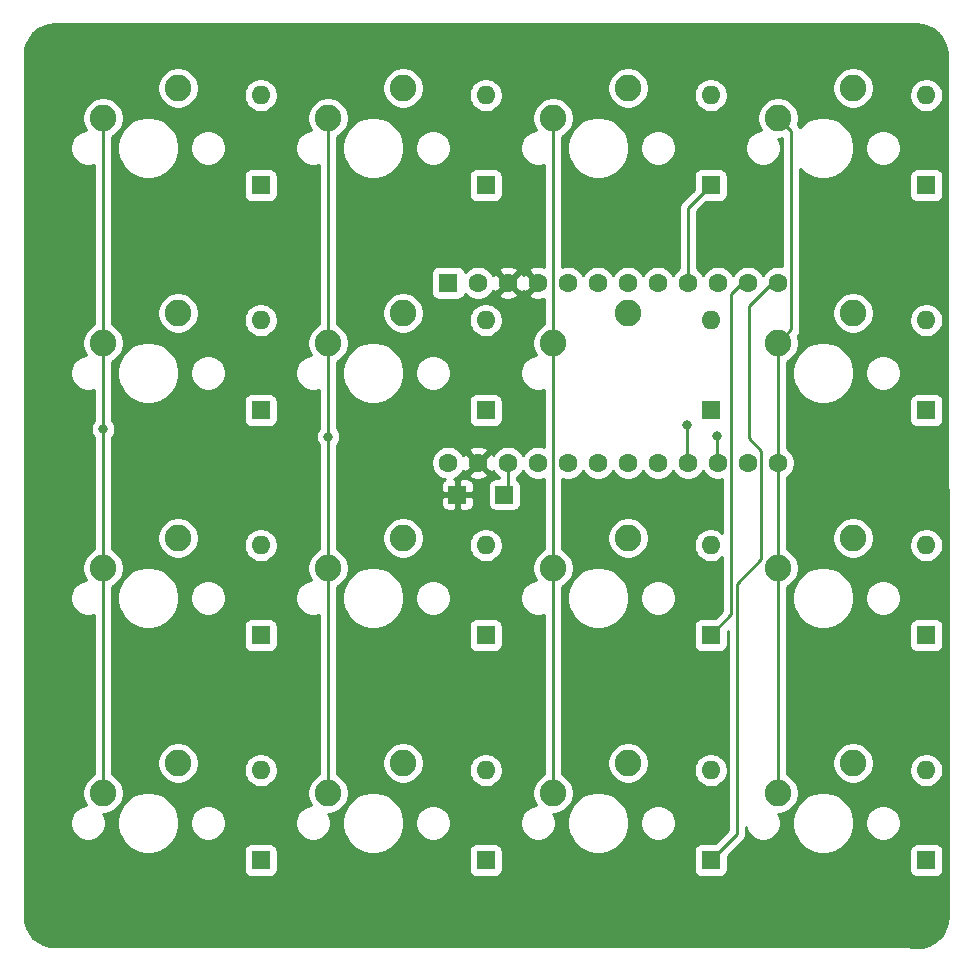
<source format=gbl>
%TF.GenerationSoftware,KiCad,Pcbnew,(5.1.6)-1*%
%TF.CreationDate,2020-05-27T10:41:01-05:00*%
%TF.ProjectId,cerkit16,6365726b-6974-4313-962e-6b696361645f,rev?*%
%TF.SameCoordinates,Original*%
%TF.FileFunction,Copper,L2,Bot*%
%TF.FilePolarity,Positive*%
%FSLAX46Y46*%
G04 Gerber Fmt 4.6, Leading zero omitted, Abs format (unit mm)*
G04 Created by KiCad (PCBNEW (5.1.6)-1) date 2020-05-27 10:41:01*
%MOMM*%
%LPD*%
G01*
G04 APERTURE LIST*
%TA.AperFunction,ComponentPad*%
%ADD10C,2.250000*%
%TD*%
%TA.AperFunction,SMDPad,CuDef*%
%ADD11R,1.500000X1.500000*%
%TD*%
%TA.AperFunction,ComponentPad*%
%ADD12C,1.600000*%
%TD*%
%TA.AperFunction,ComponentPad*%
%ADD13R,1.600000X1.600000*%
%TD*%
%TA.AperFunction,ComponentPad*%
%ADD14O,1.600000X1.600000*%
%TD*%
%TA.AperFunction,ViaPad*%
%ADD15C,0.800000*%
%TD*%
%TA.AperFunction,Conductor*%
%ADD16C,0.250000*%
%TD*%
%TA.AperFunction,Conductor*%
%ADD17C,0.254000*%
%TD*%
G04 APERTURE END LIST*
D10*
%TO.P,MX8,2*%
%TO.N,Net-(D8-Pad2)*%
X108902500Y-55245000D03*
%TO.P,MX8,1*%
%TO.N,COL3*%
X102552500Y-57785000D03*
%TD*%
%TO.P,MX11,2*%
%TO.N,Net-(D11-Pad2)*%
X89852500Y-74295000D03*
%TO.P,MX11,1*%
%TO.N,COL2*%
X83502500Y-76835000D03*
%TD*%
D11*
%TO.P,RST2,1*%
%TO.N,RST*%
X79375000Y-70643750D03*
%TD*%
%TO.P,RST1,1*%
%TO.N,GND*%
X75406250Y-70643750D03*
%TD*%
D12*
%TO.P,U1,24*%
%TO.N,RAW*%
X74612500Y-67945000D03*
%TO.P,U1,23*%
%TO.N,GND*%
X77152500Y-67945000D03*
%TO.P,U1,22*%
%TO.N,RST*%
X79692500Y-67945000D03*
%TO.P,U1,21*%
%TO.N,VCC*%
X82232500Y-67945000D03*
%TO.P,U1,20*%
%TO.N,Net-(U1-Pad20)*%
X84772500Y-67945000D03*
%TO.P,U1,19*%
%TO.N,Net-(U1-Pad19)*%
X87312500Y-67945000D03*
%TO.P,U1,18*%
%TO.N,Net-(U1-Pad18)*%
X89852500Y-67945000D03*
%TO.P,U1,17*%
%TO.N,Net-(U1-Pad17)*%
X92392500Y-67945000D03*
%TO.P,U1,16*%
%TO.N,COL0*%
X94932500Y-67945000D03*
%TO.P,U1,15*%
%TO.N,COL1*%
X97472500Y-67945000D03*
%TO.P,U1,14*%
%TO.N,COL2*%
X100012500Y-67945000D03*
%TO.P,U1,13*%
%TO.N,COL3*%
X102552500Y-67945000D03*
%TO.P,U1,12*%
%TO.N,ROW3*%
X102552500Y-52705000D03*
%TO.P,U1,11*%
%TO.N,ROW2*%
X100012500Y-52705000D03*
%TO.P,U1,10*%
%TO.N,ROW1*%
X97472500Y-52705000D03*
%TO.P,U1,9*%
%TO.N,ROW0*%
X94932500Y-52705000D03*
%TO.P,U1,8*%
%TO.N,Net-(U1-Pad8)*%
X92392500Y-52705000D03*
%TO.P,U1,7*%
%TO.N,Net-(U1-Pad7)*%
X89852500Y-52705000D03*
%TO.P,U1,6*%
%TO.N,Net-(U1-Pad6)*%
X87312500Y-52705000D03*
%TO.P,U1,5*%
%TO.N,Net-(U1-Pad5)*%
X84772500Y-52705000D03*
%TO.P,U1,4*%
%TO.N,GND*%
X82232500Y-52705000D03*
%TO.P,U1,3*%
X79692500Y-52705000D03*
%TO.P,U1,2*%
%TO.N,Net-(U1-Pad2)*%
X77152500Y-52705000D03*
D13*
%TO.P,U1,1*%
%TO.N,Net-(U1-Pad1)*%
X74612500Y-52705000D03*
%TD*%
D10*
%TO.P,MX16,2*%
%TO.N,Net-(D16-Pad2)*%
X108902500Y-93345000D03*
%TO.P,MX16,1*%
%TO.N,COL3*%
X102552500Y-95885000D03*
%TD*%
%TO.P,MX15,2*%
%TO.N,Net-(D15-Pad2)*%
X89852500Y-93345000D03*
%TO.P,MX15,1*%
%TO.N,COL2*%
X83502500Y-95885000D03*
%TD*%
%TO.P,MX14,2*%
%TO.N,Net-(D14-Pad2)*%
X70802500Y-93345000D03*
%TO.P,MX14,1*%
%TO.N,COL1*%
X64452500Y-95885000D03*
%TD*%
%TO.P,MX13,2*%
%TO.N,Net-(D13-Pad2)*%
X51752500Y-93345000D03*
%TO.P,MX13,1*%
%TO.N,COL0*%
X45402500Y-95885000D03*
%TD*%
%TO.P,MX12,2*%
%TO.N,Net-(D12-Pad2)*%
X108902500Y-74295000D03*
%TO.P,MX12,1*%
%TO.N,COL3*%
X102552500Y-76835000D03*
%TD*%
%TO.P,MX10,2*%
%TO.N,Net-(D10-Pad2)*%
X70802500Y-74295000D03*
%TO.P,MX10,1*%
%TO.N,COL1*%
X64452500Y-76835000D03*
%TD*%
%TO.P,MX9,2*%
%TO.N,Net-(D9-Pad2)*%
X51752500Y-74295000D03*
%TO.P,MX9,1*%
%TO.N,COL0*%
X45402500Y-76835000D03*
%TD*%
%TO.P,MX7,2*%
%TO.N,Net-(D7-Pad2)*%
X89852500Y-55245000D03*
%TO.P,MX7,1*%
%TO.N,COL2*%
X83502500Y-57785000D03*
%TD*%
%TO.P,MX6,2*%
%TO.N,Net-(D6-Pad2)*%
X70802500Y-55245000D03*
%TO.P,MX6,1*%
%TO.N,COL1*%
X64452500Y-57785000D03*
%TD*%
%TO.P,MX5,2*%
%TO.N,Net-(D5-Pad2)*%
X51752500Y-55245000D03*
%TO.P,MX5,1*%
%TO.N,COL0*%
X45402500Y-57785000D03*
%TD*%
%TO.P,MX4,2*%
%TO.N,Net-(D4-Pad2)*%
X108902500Y-36195000D03*
%TO.P,MX4,1*%
%TO.N,COL3*%
X102552500Y-38735000D03*
%TD*%
%TO.P,MX3,2*%
%TO.N,Net-(D3-Pad2)*%
X89852500Y-36195000D03*
%TO.P,MX3,1*%
%TO.N,COL2*%
X83502500Y-38735000D03*
%TD*%
%TO.P,MX2,2*%
%TO.N,Net-(D2-Pad2)*%
X70802500Y-36195000D03*
%TO.P,MX2,1*%
%TO.N,COL1*%
X64452500Y-38735000D03*
%TD*%
%TO.P,MX1,2*%
%TO.N,Net-(D1-Pad2)*%
X51752500Y-36195000D03*
%TO.P,MX1,1*%
%TO.N,COL0*%
X45402500Y-38735000D03*
%TD*%
D14*
%TO.P,D16,2*%
%TO.N,Net-(D16-Pad2)*%
X115093750Y-93980000D03*
D13*
%TO.P,D16,1*%
%TO.N,ROW3*%
X115093750Y-101600000D03*
%TD*%
D14*
%TO.P,D15,2*%
%TO.N,Net-(D15-Pad2)*%
X96837500Y-93980000D03*
D13*
%TO.P,D15,1*%
%TO.N,ROW3*%
X96837500Y-101600000D03*
%TD*%
D14*
%TO.P,D14,2*%
%TO.N,Net-(D14-Pad2)*%
X77787500Y-93980000D03*
D13*
%TO.P,D14,1*%
%TO.N,ROW3*%
X77787500Y-101600000D03*
%TD*%
D14*
%TO.P,D13,2*%
%TO.N,Net-(D13-Pad2)*%
X58737500Y-93980000D03*
D13*
%TO.P,D13,1*%
%TO.N,ROW3*%
X58737500Y-101600000D03*
%TD*%
D14*
%TO.P,D12,2*%
%TO.N,Net-(D12-Pad2)*%
X115093750Y-74930000D03*
D13*
%TO.P,D12,1*%
%TO.N,ROW2*%
X115093750Y-82550000D03*
%TD*%
D14*
%TO.P,D11,2*%
%TO.N,Net-(D11-Pad2)*%
X96837500Y-74930000D03*
D13*
%TO.P,D11,1*%
%TO.N,ROW2*%
X96837500Y-82550000D03*
%TD*%
D14*
%TO.P,D10,2*%
%TO.N,Net-(D10-Pad2)*%
X77787500Y-74930000D03*
D13*
%TO.P,D10,1*%
%TO.N,ROW2*%
X77787500Y-82550000D03*
%TD*%
D14*
%TO.P,D9,2*%
%TO.N,Net-(D9-Pad2)*%
X58737500Y-74930000D03*
D13*
%TO.P,D9,1*%
%TO.N,ROW2*%
X58737500Y-82550000D03*
%TD*%
D14*
%TO.P,D8,2*%
%TO.N,Net-(D8-Pad2)*%
X115093750Y-55880000D03*
D13*
%TO.P,D8,1*%
%TO.N,ROW1*%
X115093750Y-63500000D03*
%TD*%
D14*
%TO.P,D7,2*%
%TO.N,Net-(D7-Pad2)*%
X96837500Y-55880000D03*
D13*
%TO.P,D7,1*%
%TO.N,ROW1*%
X96837500Y-63500000D03*
%TD*%
D14*
%TO.P,D6,2*%
%TO.N,Net-(D6-Pad2)*%
X77787500Y-55880000D03*
D13*
%TO.P,D6,1*%
%TO.N,ROW1*%
X77787500Y-63500000D03*
%TD*%
D14*
%TO.P,D5,2*%
%TO.N,Net-(D5-Pad2)*%
X58737500Y-55880000D03*
D13*
%TO.P,D5,1*%
%TO.N,ROW1*%
X58737500Y-63500000D03*
%TD*%
D14*
%TO.P,D4,2*%
%TO.N,Net-(D4-Pad2)*%
X115093750Y-36830000D03*
D13*
%TO.P,D4,1*%
%TO.N,ROW0*%
X115093750Y-44450000D03*
%TD*%
D14*
%TO.P,D3,2*%
%TO.N,Net-(D3-Pad2)*%
X96837500Y-36830000D03*
D13*
%TO.P,D3,1*%
%TO.N,ROW0*%
X96837500Y-44450000D03*
%TD*%
D14*
%TO.P,D2,2*%
%TO.N,Net-(D2-Pad2)*%
X77787500Y-36830000D03*
D13*
%TO.P,D2,1*%
%TO.N,ROW0*%
X77787500Y-44450000D03*
%TD*%
D14*
%TO.P,D1,2*%
%TO.N,Net-(D1-Pad2)*%
X58737500Y-36830000D03*
D13*
%TO.P,D1,1*%
%TO.N,ROW0*%
X58737500Y-44450000D03*
%TD*%
D15*
%TO.N,COL0*%
X94869000Y-64770000D03*
X45402500Y-65087500D03*
%TO.N,COL1*%
X97409000Y-65659000D03*
X64452500Y-65722500D03*
%TD*%
D16*
%TO.N,ROW0*%
X94932500Y-46355000D02*
X96837500Y-44450000D01*
X94932500Y-52228750D02*
X94932500Y-46355000D01*
%TO.N,ROW2*%
X98597501Y-53643749D02*
X100012500Y-52228750D01*
X98597501Y-80789999D02*
X98597501Y-53643749D01*
X96837500Y-82550000D02*
X98597501Y-80789999D01*
%TO.N,ROW3*%
X99047511Y-78193987D02*
X99047511Y-99389989D01*
X101137501Y-76103997D02*
X99047511Y-78193987D01*
X101137501Y-66928749D02*
X101137501Y-76103997D01*
X100082499Y-65873747D02*
X101137501Y-66928749D01*
X99047511Y-99389989D02*
X96837500Y-101600000D01*
X100082499Y-54698751D02*
X100082499Y-65873747D01*
X102552500Y-52228750D02*
X100082499Y-54698751D01*
%TO.N,COL0*%
X45402500Y-38735000D02*
X45402500Y-57785000D01*
X45402500Y-57785000D02*
X45402500Y-65087500D01*
X45402500Y-76835000D02*
X45402500Y-95885000D01*
X45402500Y-68770500D02*
X45402500Y-76835000D01*
X45402500Y-65087500D02*
X45402500Y-68770500D01*
X94869000Y-67881500D02*
X94932500Y-67945000D01*
X94869000Y-64770000D02*
X94869000Y-67881500D01*
%TO.N,COL1*%
X64452500Y-95885000D02*
X64452500Y-76835000D01*
X64452500Y-59818998D02*
X64452500Y-57785000D01*
X64452500Y-76835000D02*
X64452500Y-70040500D01*
X64452500Y-57785000D02*
X64452500Y-38735000D01*
X64452500Y-70040500D02*
X64452500Y-65722500D01*
X64452500Y-65722500D02*
X64452500Y-59818998D01*
X97409000Y-67881500D02*
X97472500Y-67945000D01*
X97409000Y-65659000D02*
X97409000Y-67881500D01*
%TO.N,COL2*%
X83502500Y-52623752D02*
X83502500Y-57785000D01*
X83502500Y-38735000D02*
X83502500Y-52623752D01*
X83502500Y-57785000D02*
X83502500Y-76835000D01*
X83502500Y-76835000D02*
X83502500Y-95885000D01*
%TO.N,COL3*%
X102552500Y-95885000D02*
X102552500Y-76835000D01*
X102552500Y-76835000D02*
X102552500Y-67468750D01*
X102552500Y-67468750D02*
X102552500Y-57785000D01*
X103677501Y-39860001D02*
X102552500Y-38735000D01*
X103677501Y-56659999D02*
X103677501Y-39860001D01*
X102552500Y-57785000D02*
X103677501Y-56659999D01*
%TO.N,RST*%
X79692500Y-70326250D02*
X79375000Y-70643750D01*
X79692500Y-67468750D02*
X79692500Y-70326250D01*
%TD*%
D17*
%TO.N,GND*%
G36*
X114787884Y-30873502D02*
G01*
X115257188Y-31015194D01*
X115690025Y-31245337D01*
X116069927Y-31555178D01*
X116382403Y-31932897D01*
X116615569Y-32364127D01*
X116760532Y-32832428D01*
X116815018Y-33350825D01*
X116912671Y-106330662D01*
X116859851Y-106869361D01*
X116712649Y-107356919D01*
X116473549Y-107806602D01*
X116151658Y-108201279D01*
X115759245Y-108525911D01*
X115311241Y-108768147D01*
X114824721Y-108918750D01*
X114318223Y-108971985D01*
X113788026Y-108923733D01*
X113673253Y-108898461D01*
X113635633Y-108887049D01*
X113538669Y-108877499D01*
X41307288Y-108877501D01*
X40787117Y-108826498D01*
X40317814Y-108684807D01*
X39884972Y-108454661D01*
X39505073Y-108144823D01*
X39192594Y-107767100D01*
X38959431Y-107335873D01*
X38814468Y-106867573D01*
X38760000Y-106349347D01*
X38760000Y-41126278D01*
X42622500Y-41126278D01*
X42622500Y-41423722D01*
X42680529Y-41715451D01*
X42794356Y-41990253D01*
X42959607Y-42237569D01*
X43169931Y-42447893D01*
X43417247Y-42613144D01*
X43692049Y-42726971D01*
X43983778Y-42785000D01*
X44281222Y-42785000D01*
X44572951Y-42726971D01*
X44642500Y-42698163D01*
X44642501Y-56194791D01*
X44568827Y-56225308D01*
X44280565Y-56417919D01*
X44035419Y-56663065D01*
X43842808Y-56951327D01*
X43710136Y-57271627D01*
X43642500Y-57611655D01*
X43642500Y-57958345D01*
X43710136Y-58298373D01*
X43842808Y-58618673D01*
X43975138Y-58816719D01*
X43692049Y-58873029D01*
X43417247Y-58986856D01*
X43169931Y-59152107D01*
X42959607Y-59362431D01*
X42794356Y-59609747D01*
X42680529Y-59884549D01*
X42622500Y-60176278D01*
X42622500Y-60473722D01*
X42680529Y-60765451D01*
X42794356Y-61040253D01*
X42959607Y-61287569D01*
X43169931Y-61497893D01*
X43417247Y-61663144D01*
X43692049Y-61776971D01*
X43983778Y-61835000D01*
X44281222Y-61835000D01*
X44572951Y-61776971D01*
X44642501Y-61748163D01*
X44642501Y-64383788D01*
X44598563Y-64427726D01*
X44485295Y-64597244D01*
X44407274Y-64785602D01*
X44367500Y-64985561D01*
X44367500Y-65189439D01*
X44407274Y-65389398D01*
X44485295Y-65577756D01*
X44598563Y-65747274D01*
X44642500Y-65791211D01*
X44642501Y-68733158D01*
X44642500Y-68733168D01*
X44642501Y-75244791D01*
X44568827Y-75275308D01*
X44280565Y-75467919D01*
X44035419Y-75713065D01*
X43842808Y-76001327D01*
X43710136Y-76321627D01*
X43642500Y-76661655D01*
X43642500Y-77008345D01*
X43710136Y-77348373D01*
X43842808Y-77668673D01*
X43975138Y-77866719D01*
X43692049Y-77923029D01*
X43417247Y-78036856D01*
X43169931Y-78202107D01*
X42959607Y-78412431D01*
X42794356Y-78659747D01*
X42680529Y-78934549D01*
X42622500Y-79226278D01*
X42622500Y-79523722D01*
X42680529Y-79815451D01*
X42794356Y-80090253D01*
X42959607Y-80337569D01*
X43169931Y-80547893D01*
X43417247Y-80713144D01*
X43692049Y-80826971D01*
X43983778Y-80885000D01*
X44281222Y-80885000D01*
X44572951Y-80826971D01*
X44642500Y-80798163D01*
X44642501Y-94294791D01*
X44568827Y-94325308D01*
X44280565Y-94517919D01*
X44035419Y-94763065D01*
X43842808Y-95051327D01*
X43710136Y-95371627D01*
X43642500Y-95711655D01*
X43642500Y-96058345D01*
X43710136Y-96398373D01*
X43842808Y-96718673D01*
X43975138Y-96916719D01*
X43692049Y-96973029D01*
X43417247Y-97086856D01*
X43169931Y-97252107D01*
X42959607Y-97462431D01*
X42794356Y-97709747D01*
X42680529Y-97984549D01*
X42622500Y-98276278D01*
X42622500Y-98573722D01*
X42680529Y-98865451D01*
X42794356Y-99140253D01*
X42959607Y-99387569D01*
X43169931Y-99597893D01*
X43417247Y-99763144D01*
X43692049Y-99876971D01*
X43983778Y-99935000D01*
X44281222Y-99935000D01*
X44572951Y-99876971D01*
X44847753Y-99763144D01*
X45095069Y-99597893D01*
X45305393Y-99387569D01*
X45470644Y-99140253D01*
X45584471Y-98865451D01*
X45642500Y-98573722D01*
X45642500Y-98276278D01*
X45620580Y-98166076D01*
X46583600Y-98166076D01*
X46583600Y-98683924D01*
X46684627Y-99191822D01*
X46882799Y-99670251D01*
X47170500Y-100100826D01*
X47536674Y-100467000D01*
X47967249Y-100754701D01*
X48445678Y-100952873D01*
X48953576Y-101053900D01*
X49471424Y-101053900D01*
X49979322Y-100952873D01*
X50348389Y-100800000D01*
X57299428Y-100800000D01*
X57299428Y-102400000D01*
X57311688Y-102524482D01*
X57347998Y-102644180D01*
X57406963Y-102754494D01*
X57486315Y-102851185D01*
X57583006Y-102930537D01*
X57693320Y-102989502D01*
X57813018Y-103025812D01*
X57937500Y-103038072D01*
X59537500Y-103038072D01*
X59661982Y-103025812D01*
X59781680Y-102989502D01*
X59891994Y-102930537D01*
X59988685Y-102851185D01*
X60068037Y-102754494D01*
X60127002Y-102644180D01*
X60163312Y-102524482D01*
X60175572Y-102400000D01*
X60175572Y-100800000D01*
X60163312Y-100675518D01*
X60127002Y-100555820D01*
X60068037Y-100445506D01*
X59988685Y-100348815D01*
X59891994Y-100269463D01*
X59781680Y-100210498D01*
X59661982Y-100174188D01*
X59537500Y-100161928D01*
X57937500Y-100161928D01*
X57813018Y-100174188D01*
X57693320Y-100210498D01*
X57583006Y-100269463D01*
X57486315Y-100348815D01*
X57406963Y-100445506D01*
X57347998Y-100555820D01*
X57311688Y-100675518D01*
X57299428Y-100800000D01*
X50348389Y-100800000D01*
X50457751Y-100754701D01*
X50888326Y-100467000D01*
X51254500Y-100100826D01*
X51542201Y-99670251D01*
X51740373Y-99191822D01*
X51841400Y-98683924D01*
X51841400Y-98276278D01*
X52782500Y-98276278D01*
X52782500Y-98573722D01*
X52840529Y-98865451D01*
X52954356Y-99140253D01*
X53119607Y-99387569D01*
X53329931Y-99597893D01*
X53577247Y-99763144D01*
X53852049Y-99876971D01*
X54143778Y-99935000D01*
X54441222Y-99935000D01*
X54732951Y-99876971D01*
X55007753Y-99763144D01*
X55255069Y-99597893D01*
X55465393Y-99387569D01*
X55630644Y-99140253D01*
X55744471Y-98865451D01*
X55802500Y-98573722D01*
X55802500Y-98276278D01*
X55744471Y-97984549D01*
X55630644Y-97709747D01*
X55465393Y-97462431D01*
X55255069Y-97252107D01*
X55007753Y-97086856D01*
X54732951Y-96973029D01*
X54441222Y-96915000D01*
X54143778Y-96915000D01*
X53852049Y-96973029D01*
X53577247Y-97086856D01*
X53329931Y-97252107D01*
X53119607Y-97462431D01*
X52954356Y-97709747D01*
X52840529Y-97984549D01*
X52782500Y-98276278D01*
X51841400Y-98276278D01*
X51841400Y-98166076D01*
X51740373Y-97658178D01*
X51542201Y-97179749D01*
X51254500Y-96749174D01*
X50888326Y-96383000D01*
X50457751Y-96095299D01*
X49979322Y-95897127D01*
X49471424Y-95796100D01*
X48953576Y-95796100D01*
X48445678Y-95897127D01*
X47967249Y-96095299D01*
X47536674Y-96383000D01*
X47170500Y-96749174D01*
X46882799Y-97179749D01*
X46684627Y-97658178D01*
X46583600Y-98166076D01*
X45620580Y-98166076D01*
X45584471Y-97984549D01*
X45470644Y-97709747D01*
X45427382Y-97645000D01*
X45575845Y-97645000D01*
X45915873Y-97577364D01*
X46236173Y-97444692D01*
X46524435Y-97252081D01*
X46769581Y-97006935D01*
X46962192Y-96718673D01*
X47094864Y-96398373D01*
X47162500Y-96058345D01*
X47162500Y-95711655D01*
X47094864Y-95371627D01*
X46962192Y-95051327D01*
X46769581Y-94763065D01*
X46524435Y-94517919D01*
X46236173Y-94325308D01*
X46162500Y-94294792D01*
X46162500Y-93171655D01*
X49992500Y-93171655D01*
X49992500Y-93518345D01*
X50060136Y-93858373D01*
X50192808Y-94178673D01*
X50385419Y-94466935D01*
X50630565Y-94712081D01*
X50918827Y-94904692D01*
X51239127Y-95037364D01*
X51579155Y-95105000D01*
X51925845Y-95105000D01*
X52265873Y-95037364D01*
X52586173Y-94904692D01*
X52874435Y-94712081D01*
X53119581Y-94466935D01*
X53312192Y-94178673D01*
X53444864Y-93858373D01*
X53448784Y-93838665D01*
X57302500Y-93838665D01*
X57302500Y-94121335D01*
X57357647Y-94398574D01*
X57465820Y-94659727D01*
X57622863Y-94894759D01*
X57822741Y-95094637D01*
X58057773Y-95251680D01*
X58318926Y-95359853D01*
X58596165Y-95415000D01*
X58878835Y-95415000D01*
X59156074Y-95359853D01*
X59417227Y-95251680D01*
X59652259Y-95094637D01*
X59852137Y-94894759D01*
X60009180Y-94659727D01*
X60117353Y-94398574D01*
X60172500Y-94121335D01*
X60172500Y-93838665D01*
X60117353Y-93561426D01*
X60009180Y-93300273D01*
X59852137Y-93065241D01*
X59652259Y-92865363D01*
X59417227Y-92708320D01*
X59156074Y-92600147D01*
X58878835Y-92545000D01*
X58596165Y-92545000D01*
X58318926Y-92600147D01*
X58057773Y-92708320D01*
X57822741Y-92865363D01*
X57622863Y-93065241D01*
X57465820Y-93300273D01*
X57357647Y-93561426D01*
X57302500Y-93838665D01*
X53448784Y-93838665D01*
X53512500Y-93518345D01*
X53512500Y-93171655D01*
X53444864Y-92831627D01*
X53312192Y-92511327D01*
X53119581Y-92223065D01*
X52874435Y-91977919D01*
X52586173Y-91785308D01*
X52265873Y-91652636D01*
X51925845Y-91585000D01*
X51579155Y-91585000D01*
X51239127Y-91652636D01*
X50918827Y-91785308D01*
X50630565Y-91977919D01*
X50385419Y-92223065D01*
X50192808Y-92511327D01*
X50060136Y-92831627D01*
X49992500Y-93171655D01*
X46162500Y-93171655D01*
X46162500Y-79116076D01*
X46583600Y-79116076D01*
X46583600Y-79633924D01*
X46684627Y-80141822D01*
X46882799Y-80620251D01*
X47170500Y-81050826D01*
X47536674Y-81417000D01*
X47967249Y-81704701D01*
X48445678Y-81902873D01*
X48953576Y-82003900D01*
X49471424Y-82003900D01*
X49979322Y-81902873D01*
X50348389Y-81750000D01*
X57299428Y-81750000D01*
X57299428Y-83350000D01*
X57311688Y-83474482D01*
X57347998Y-83594180D01*
X57406963Y-83704494D01*
X57486315Y-83801185D01*
X57583006Y-83880537D01*
X57693320Y-83939502D01*
X57813018Y-83975812D01*
X57937500Y-83988072D01*
X59537500Y-83988072D01*
X59661982Y-83975812D01*
X59781680Y-83939502D01*
X59891994Y-83880537D01*
X59988685Y-83801185D01*
X60068037Y-83704494D01*
X60127002Y-83594180D01*
X60163312Y-83474482D01*
X60175572Y-83350000D01*
X60175572Y-81750000D01*
X60163312Y-81625518D01*
X60127002Y-81505820D01*
X60068037Y-81395506D01*
X59988685Y-81298815D01*
X59891994Y-81219463D01*
X59781680Y-81160498D01*
X59661982Y-81124188D01*
X59537500Y-81111928D01*
X57937500Y-81111928D01*
X57813018Y-81124188D01*
X57693320Y-81160498D01*
X57583006Y-81219463D01*
X57486315Y-81298815D01*
X57406963Y-81395506D01*
X57347998Y-81505820D01*
X57311688Y-81625518D01*
X57299428Y-81750000D01*
X50348389Y-81750000D01*
X50457751Y-81704701D01*
X50888326Y-81417000D01*
X51254500Y-81050826D01*
X51542201Y-80620251D01*
X51740373Y-80141822D01*
X51841400Y-79633924D01*
X51841400Y-79226278D01*
X52782500Y-79226278D01*
X52782500Y-79523722D01*
X52840529Y-79815451D01*
X52954356Y-80090253D01*
X53119607Y-80337569D01*
X53329931Y-80547893D01*
X53577247Y-80713144D01*
X53852049Y-80826971D01*
X54143778Y-80885000D01*
X54441222Y-80885000D01*
X54732951Y-80826971D01*
X55007753Y-80713144D01*
X55255069Y-80547893D01*
X55465393Y-80337569D01*
X55630644Y-80090253D01*
X55744471Y-79815451D01*
X55802500Y-79523722D01*
X55802500Y-79226278D01*
X55744471Y-78934549D01*
X55630644Y-78659747D01*
X55465393Y-78412431D01*
X55255069Y-78202107D01*
X55007753Y-78036856D01*
X54732951Y-77923029D01*
X54441222Y-77865000D01*
X54143778Y-77865000D01*
X53852049Y-77923029D01*
X53577247Y-78036856D01*
X53329931Y-78202107D01*
X53119607Y-78412431D01*
X52954356Y-78659747D01*
X52840529Y-78934549D01*
X52782500Y-79226278D01*
X51841400Y-79226278D01*
X51841400Y-79116076D01*
X51740373Y-78608178D01*
X51542201Y-78129749D01*
X51254500Y-77699174D01*
X50888326Y-77333000D01*
X50457751Y-77045299D01*
X49979322Y-76847127D01*
X49471424Y-76746100D01*
X48953576Y-76746100D01*
X48445678Y-76847127D01*
X47967249Y-77045299D01*
X47536674Y-77333000D01*
X47170500Y-77699174D01*
X46882799Y-78129749D01*
X46684627Y-78608178D01*
X46583600Y-79116076D01*
X46162500Y-79116076D01*
X46162500Y-78425208D01*
X46236173Y-78394692D01*
X46524435Y-78202081D01*
X46769581Y-77956935D01*
X46962192Y-77668673D01*
X47094864Y-77348373D01*
X47162500Y-77008345D01*
X47162500Y-76661655D01*
X47094864Y-76321627D01*
X46962192Y-76001327D01*
X46769581Y-75713065D01*
X46524435Y-75467919D01*
X46236173Y-75275308D01*
X46162500Y-75244792D01*
X46162500Y-74121655D01*
X49992500Y-74121655D01*
X49992500Y-74468345D01*
X50060136Y-74808373D01*
X50192808Y-75128673D01*
X50385419Y-75416935D01*
X50630565Y-75662081D01*
X50918827Y-75854692D01*
X51239127Y-75987364D01*
X51579155Y-76055000D01*
X51925845Y-76055000D01*
X52265873Y-75987364D01*
X52586173Y-75854692D01*
X52874435Y-75662081D01*
X53119581Y-75416935D01*
X53312192Y-75128673D01*
X53444864Y-74808373D01*
X53448784Y-74788665D01*
X57302500Y-74788665D01*
X57302500Y-75071335D01*
X57357647Y-75348574D01*
X57465820Y-75609727D01*
X57622863Y-75844759D01*
X57822741Y-76044637D01*
X58057773Y-76201680D01*
X58318926Y-76309853D01*
X58596165Y-76365000D01*
X58878835Y-76365000D01*
X59156074Y-76309853D01*
X59417227Y-76201680D01*
X59652259Y-76044637D01*
X59852137Y-75844759D01*
X60009180Y-75609727D01*
X60117353Y-75348574D01*
X60172500Y-75071335D01*
X60172500Y-74788665D01*
X60117353Y-74511426D01*
X60009180Y-74250273D01*
X59852137Y-74015241D01*
X59652259Y-73815363D01*
X59417227Y-73658320D01*
X59156074Y-73550147D01*
X58878835Y-73495000D01*
X58596165Y-73495000D01*
X58318926Y-73550147D01*
X58057773Y-73658320D01*
X57822741Y-73815363D01*
X57622863Y-74015241D01*
X57465820Y-74250273D01*
X57357647Y-74511426D01*
X57302500Y-74788665D01*
X53448784Y-74788665D01*
X53512500Y-74468345D01*
X53512500Y-74121655D01*
X53444864Y-73781627D01*
X53312192Y-73461327D01*
X53119581Y-73173065D01*
X52874435Y-72927919D01*
X52586173Y-72735308D01*
X52265873Y-72602636D01*
X51925845Y-72535000D01*
X51579155Y-72535000D01*
X51239127Y-72602636D01*
X50918827Y-72735308D01*
X50630565Y-72927919D01*
X50385419Y-73173065D01*
X50192808Y-73461327D01*
X50060136Y-73781627D01*
X49992500Y-74121655D01*
X46162500Y-74121655D01*
X46162500Y-65791211D01*
X46206437Y-65747274D01*
X46319705Y-65577756D01*
X46397726Y-65389398D01*
X46437500Y-65189439D01*
X46437500Y-64985561D01*
X46397726Y-64785602D01*
X46319705Y-64597244D01*
X46206437Y-64427726D01*
X46162500Y-64383789D01*
X46162500Y-60066076D01*
X46583600Y-60066076D01*
X46583600Y-60583924D01*
X46684627Y-61091822D01*
X46882799Y-61570251D01*
X47170500Y-62000826D01*
X47536674Y-62367000D01*
X47967249Y-62654701D01*
X48445678Y-62852873D01*
X48953576Y-62953900D01*
X49471424Y-62953900D01*
X49979322Y-62852873D01*
X50348389Y-62700000D01*
X57299428Y-62700000D01*
X57299428Y-64300000D01*
X57311688Y-64424482D01*
X57347998Y-64544180D01*
X57406963Y-64654494D01*
X57486315Y-64751185D01*
X57583006Y-64830537D01*
X57693320Y-64889502D01*
X57813018Y-64925812D01*
X57937500Y-64938072D01*
X59537500Y-64938072D01*
X59661982Y-64925812D01*
X59781680Y-64889502D01*
X59891994Y-64830537D01*
X59988685Y-64751185D01*
X60068037Y-64654494D01*
X60127002Y-64544180D01*
X60163312Y-64424482D01*
X60175572Y-64300000D01*
X60175572Y-62700000D01*
X60163312Y-62575518D01*
X60127002Y-62455820D01*
X60068037Y-62345506D01*
X59988685Y-62248815D01*
X59891994Y-62169463D01*
X59781680Y-62110498D01*
X59661982Y-62074188D01*
X59537500Y-62061928D01*
X57937500Y-62061928D01*
X57813018Y-62074188D01*
X57693320Y-62110498D01*
X57583006Y-62169463D01*
X57486315Y-62248815D01*
X57406963Y-62345506D01*
X57347998Y-62455820D01*
X57311688Y-62575518D01*
X57299428Y-62700000D01*
X50348389Y-62700000D01*
X50457751Y-62654701D01*
X50888326Y-62367000D01*
X51254500Y-62000826D01*
X51542201Y-61570251D01*
X51740373Y-61091822D01*
X51841400Y-60583924D01*
X51841400Y-60176278D01*
X52782500Y-60176278D01*
X52782500Y-60473722D01*
X52840529Y-60765451D01*
X52954356Y-61040253D01*
X53119607Y-61287569D01*
X53329931Y-61497893D01*
X53577247Y-61663144D01*
X53852049Y-61776971D01*
X54143778Y-61835000D01*
X54441222Y-61835000D01*
X54732951Y-61776971D01*
X55007753Y-61663144D01*
X55255069Y-61497893D01*
X55465393Y-61287569D01*
X55630644Y-61040253D01*
X55744471Y-60765451D01*
X55802500Y-60473722D01*
X55802500Y-60176278D01*
X55744471Y-59884549D01*
X55630644Y-59609747D01*
X55465393Y-59362431D01*
X55255069Y-59152107D01*
X55007753Y-58986856D01*
X54732951Y-58873029D01*
X54441222Y-58815000D01*
X54143778Y-58815000D01*
X53852049Y-58873029D01*
X53577247Y-58986856D01*
X53329931Y-59152107D01*
X53119607Y-59362431D01*
X52954356Y-59609747D01*
X52840529Y-59884549D01*
X52782500Y-60176278D01*
X51841400Y-60176278D01*
X51841400Y-60066076D01*
X51740373Y-59558178D01*
X51542201Y-59079749D01*
X51254500Y-58649174D01*
X50888326Y-58283000D01*
X50457751Y-57995299D01*
X49979322Y-57797127D01*
X49471424Y-57696100D01*
X48953576Y-57696100D01*
X48445678Y-57797127D01*
X47967249Y-57995299D01*
X47536674Y-58283000D01*
X47170500Y-58649174D01*
X46882799Y-59079749D01*
X46684627Y-59558178D01*
X46583600Y-60066076D01*
X46162500Y-60066076D01*
X46162500Y-59375208D01*
X46236173Y-59344692D01*
X46524435Y-59152081D01*
X46769581Y-58906935D01*
X46962192Y-58618673D01*
X47094864Y-58298373D01*
X47162500Y-57958345D01*
X47162500Y-57611655D01*
X47094864Y-57271627D01*
X46962192Y-56951327D01*
X46769581Y-56663065D01*
X46524435Y-56417919D01*
X46236173Y-56225308D01*
X46162500Y-56194792D01*
X46162500Y-55071655D01*
X49992500Y-55071655D01*
X49992500Y-55418345D01*
X50060136Y-55758373D01*
X50192808Y-56078673D01*
X50385419Y-56366935D01*
X50630565Y-56612081D01*
X50918827Y-56804692D01*
X51239127Y-56937364D01*
X51579155Y-57005000D01*
X51925845Y-57005000D01*
X52265873Y-56937364D01*
X52586173Y-56804692D01*
X52874435Y-56612081D01*
X53119581Y-56366935D01*
X53312192Y-56078673D01*
X53444864Y-55758373D01*
X53448784Y-55738665D01*
X57302500Y-55738665D01*
X57302500Y-56021335D01*
X57357647Y-56298574D01*
X57465820Y-56559727D01*
X57622863Y-56794759D01*
X57822741Y-56994637D01*
X58057773Y-57151680D01*
X58318926Y-57259853D01*
X58596165Y-57315000D01*
X58878835Y-57315000D01*
X59156074Y-57259853D01*
X59417227Y-57151680D01*
X59652259Y-56994637D01*
X59852137Y-56794759D01*
X60009180Y-56559727D01*
X60117353Y-56298574D01*
X60172500Y-56021335D01*
X60172500Y-55738665D01*
X60117353Y-55461426D01*
X60009180Y-55200273D01*
X59852137Y-54965241D01*
X59652259Y-54765363D01*
X59417227Y-54608320D01*
X59156074Y-54500147D01*
X58878835Y-54445000D01*
X58596165Y-54445000D01*
X58318926Y-54500147D01*
X58057773Y-54608320D01*
X57822741Y-54765363D01*
X57622863Y-54965241D01*
X57465820Y-55200273D01*
X57357647Y-55461426D01*
X57302500Y-55738665D01*
X53448784Y-55738665D01*
X53512500Y-55418345D01*
X53512500Y-55071655D01*
X53444864Y-54731627D01*
X53312192Y-54411327D01*
X53119581Y-54123065D01*
X52874435Y-53877919D01*
X52586173Y-53685308D01*
X52265873Y-53552636D01*
X51925845Y-53485000D01*
X51579155Y-53485000D01*
X51239127Y-53552636D01*
X50918827Y-53685308D01*
X50630565Y-53877919D01*
X50385419Y-54123065D01*
X50192808Y-54411327D01*
X50060136Y-54731627D01*
X49992500Y-55071655D01*
X46162500Y-55071655D01*
X46162500Y-41016076D01*
X46583600Y-41016076D01*
X46583600Y-41533924D01*
X46684627Y-42041822D01*
X46882799Y-42520251D01*
X47170500Y-42950826D01*
X47536674Y-43317000D01*
X47967249Y-43604701D01*
X48445678Y-43802873D01*
X48953576Y-43903900D01*
X49471424Y-43903900D01*
X49979322Y-43802873D01*
X50348389Y-43650000D01*
X57299428Y-43650000D01*
X57299428Y-45250000D01*
X57311688Y-45374482D01*
X57347998Y-45494180D01*
X57406963Y-45604494D01*
X57486315Y-45701185D01*
X57583006Y-45780537D01*
X57693320Y-45839502D01*
X57813018Y-45875812D01*
X57937500Y-45888072D01*
X59537500Y-45888072D01*
X59661982Y-45875812D01*
X59781680Y-45839502D01*
X59891994Y-45780537D01*
X59988685Y-45701185D01*
X60068037Y-45604494D01*
X60127002Y-45494180D01*
X60163312Y-45374482D01*
X60175572Y-45250000D01*
X60175572Y-43650000D01*
X60163312Y-43525518D01*
X60127002Y-43405820D01*
X60068037Y-43295506D01*
X59988685Y-43198815D01*
X59891994Y-43119463D01*
X59781680Y-43060498D01*
X59661982Y-43024188D01*
X59537500Y-43011928D01*
X57937500Y-43011928D01*
X57813018Y-43024188D01*
X57693320Y-43060498D01*
X57583006Y-43119463D01*
X57486315Y-43198815D01*
X57406963Y-43295506D01*
X57347998Y-43405820D01*
X57311688Y-43525518D01*
X57299428Y-43650000D01*
X50348389Y-43650000D01*
X50457751Y-43604701D01*
X50888326Y-43317000D01*
X51254500Y-42950826D01*
X51542201Y-42520251D01*
X51740373Y-42041822D01*
X51841400Y-41533924D01*
X51841400Y-41126278D01*
X52782500Y-41126278D01*
X52782500Y-41423722D01*
X52840529Y-41715451D01*
X52954356Y-41990253D01*
X53119607Y-42237569D01*
X53329931Y-42447893D01*
X53577247Y-42613144D01*
X53852049Y-42726971D01*
X54143778Y-42785000D01*
X54441222Y-42785000D01*
X54732951Y-42726971D01*
X55007753Y-42613144D01*
X55255069Y-42447893D01*
X55465393Y-42237569D01*
X55630644Y-41990253D01*
X55744471Y-41715451D01*
X55802500Y-41423722D01*
X55802500Y-41126278D01*
X61672500Y-41126278D01*
X61672500Y-41423722D01*
X61730529Y-41715451D01*
X61844356Y-41990253D01*
X62009607Y-42237569D01*
X62219931Y-42447893D01*
X62467247Y-42613144D01*
X62742049Y-42726971D01*
X63033778Y-42785000D01*
X63331222Y-42785000D01*
X63622951Y-42726971D01*
X63692501Y-42698162D01*
X63692500Y-56194792D01*
X63618827Y-56225308D01*
X63330565Y-56417919D01*
X63085419Y-56663065D01*
X62892808Y-56951327D01*
X62760136Y-57271627D01*
X62692500Y-57611655D01*
X62692500Y-57958345D01*
X62760136Y-58298373D01*
X62892808Y-58618673D01*
X63025138Y-58816719D01*
X62742049Y-58873029D01*
X62467247Y-58986856D01*
X62219931Y-59152107D01*
X62009607Y-59362431D01*
X61844356Y-59609747D01*
X61730529Y-59884549D01*
X61672500Y-60176278D01*
X61672500Y-60473722D01*
X61730529Y-60765451D01*
X61844356Y-61040253D01*
X62009607Y-61287569D01*
X62219931Y-61497893D01*
X62467247Y-61663144D01*
X62742049Y-61776971D01*
X63033778Y-61835000D01*
X63331222Y-61835000D01*
X63622951Y-61776971D01*
X63692501Y-61748163D01*
X63692500Y-65018789D01*
X63648563Y-65062726D01*
X63535295Y-65232244D01*
X63457274Y-65420602D01*
X63417500Y-65620561D01*
X63417500Y-65824439D01*
X63457274Y-66024398D01*
X63535295Y-66212756D01*
X63648563Y-66382274D01*
X63692501Y-66426212D01*
X63692500Y-70077832D01*
X63692501Y-70077842D01*
X63692500Y-75244792D01*
X63618827Y-75275308D01*
X63330565Y-75467919D01*
X63085419Y-75713065D01*
X62892808Y-76001327D01*
X62760136Y-76321627D01*
X62692500Y-76661655D01*
X62692500Y-77008345D01*
X62760136Y-77348373D01*
X62892808Y-77668673D01*
X63025138Y-77866719D01*
X62742049Y-77923029D01*
X62467247Y-78036856D01*
X62219931Y-78202107D01*
X62009607Y-78412431D01*
X61844356Y-78659747D01*
X61730529Y-78934549D01*
X61672500Y-79226278D01*
X61672500Y-79523722D01*
X61730529Y-79815451D01*
X61844356Y-80090253D01*
X62009607Y-80337569D01*
X62219931Y-80547893D01*
X62467247Y-80713144D01*
X62742049Y-80826971D01*
X63033778Y-80885000D01*
X63331222Y-80885000D01*
X63622951Y-80826971D01*
X63692501Y-80798162D01*
X63692500Y-94294792D01*
X63618827Y-94325308D01*
X63330565Y-94517919D01*
X63085419Y-94763065D01*
X62892808Y-95051327D01*
X62760136Y-95371627D01*
X62692500Y-95711655D01*
X62692500Y-96058345D01*
X62760136Y-96398373D01*
X62892808Y-96718673D01*
X63025138Y-96916719D01*
X62742049Y-96973029D01*
X62467247Y-97086856D01*
X62219931Y-97252107D01*
X62009607Y-97462431D01*
X61844356Y-97709747D01*
X61730529Y-97984549D01*
X61672500Y-98276278D01*
X61672500Y-98573722D01*
X61730529Y-98865451D01*
X61844356Y-99140253D01*
X62009607Y-99387569D01*
X62219931Y-99597893D01*
X62467247Y-99763144D01*
X62742049Y-99876971D01*
X63033778Y-99935000D01*
X63331222Y-99935000D01*
X63622951Y-99876971D01*
X63897753Y-99763144D01*
X64145069Y-99597893D01*
X64355393Y-99387569D01*
X64520644Y-99140253D01*
X64634471Y-98865451D01*
X64692500Y-98573722D01*
X64692500Y-98276278D01*
X64670580Y-98166076D01*
X65633600Y-98166076D01*
X65633600Y-98683924D01*
X65734627Y-99191822D01*
X65932799Y-99670251D01*
X66220500Y-100100826D01*
X66586674Y-100467000D01*
X67017249Y-100754701D01*
X67495678Y-100952873D01*
X68003576Y-101053900D01*
X68521424Y-101053900D01*
X69029322Y-100952873D01*
X69398389Y-100800000D01*
X76349428Y-100800000D01*
X76349428Y-102400000D01*
X76361688Y-102524482D01*
X76397998Y-102644180D01*
X76456963Y-102754494D01*
X76536315Y-102851185D01*
X76633006Y-102930537D01*
X76743320Y-102989502D01*
X76863018Y-103025812D01*
X76987500Y-103038072D01*
X78587500Y-103038072D01*
X78711982Y-103025812D01*
X78831680Y-102989502D01*
X78941994Y-102930537D01*
X79038685Y-102851185D01*
X79118037Y-102754494D01*
X79177002Y-102644180D01*
X79213312Y-102524482D01*
X79225572Y-102400000D01*
X79225572Y-100800000D01*
X79213312Y-100675518D01*
X79177002Y-100555820D01*
X79118037Y-100445506D01*
X79038685Y-100348815D01*
X78941994Y-100269463D01*
X78831680Y-100210498D01*
X78711982Y-100174188D01*
X78587500Y-100161928D01*
X76987500Y-100161928D01*
X76863018Y-100174188D01*
X76743320Y-100210498D01*
X76633006Y-100269463D01*
X76536315Y-100348815D01*
X76456963Y-100445506D01*
X76397998Y-100555820D01*
X76361688Y-100675518D01*
X76349428Y-100800000D01*
X69398389Y-100800000D01*
X69507751Y-100754701D01*
X69938326Y-100467000D01*
X70304500Y-100100826D01*
X70592201Y-99670251D01*
X70790373Y-99191822D01*
X70891400Y-98683924D01*
X70891400Y-98276278D01*
X71832500Y-98276278D01*
X71832500Y-98573722D01*
X71890529Y-98865451D01*
X72004356Y-99140253D01*
X72169607Y-99387569D01*
X72379931Y-99597893D01*
X72627247Y-99763144D01*
X72902049Y-99876971D01*
X73193778Y-99935000D01*
X73491222Y-99935000D01*
X73782951Y-99876971D01*
X74057753Y-99763144D01*
X74305069Y-99597893D01*
X74515393Y-99387569D01*
X74680644Y-99140253D01*
X74794471Y-98865451D01*
X74852500Y-98573722D01*
X74852500Y-98276278D01*
X74794471Y-97984549D01*
X74680644Y-97709747D01*
X74515393Y-97462431D01*
X74305069Y-97252107D01*
X74057753Y-97086856D01*
X73782951Y-96973029D01*
X73491222Y-96915000D01*
X73193778Y-96915000D01*
X72902049Y-96973029D01*
X72627247Y-97086856D01*
X72379931Y-97252107D01*
X72169607Y-97462431D01*
X72004356Y-97709747D01*
X71890529Y-97984549D01*
X71832500Y-98276278D01*
X70891400Y-98276278D01*
X70891400Y-98166076D01*
X70790373Y-97658178D01*
X70592201Y-97179749D01*
X70304500Y-96749174D01*
X69938326Y-96383000D01*
X69507751Y-96095299D01*
X69029322Y-95897127D01*
X68521424Y-95796100D01*
X68003576Y-95796100D01*
X67495678Y-95897127D01*
X67017249Y-96095299D01*
X66586674Y-96383000D01*
X66220500Y-96749174D01*
X65932799Y-97179749D01*
X65734627Y-97658178D01*
X65633600Y-98166076D01*
X64670580Y-98166076D01*
X64634471Y-97984549D01*
X64520644Y-97709747D01*
X64477382Y-97645000D01*
X64625845Y-97645000D01*
X64965873Y-97577364D01*
X65286173Y-97444692D01*
X65574435Y-97252081D01*
X65819581Y-97006935D01*
X66012192Y-96718673D01*
X66144864Y-96398373D01*
X66212500Y-96058345D01*
X66212500Y-95711655D01*
X66144864Y-95371627D01*
X66012192Y-95051327D01*
X65819581Y-94763065D01*
X65574435Y-94517919D01*
X65286173Y-94325308D01*
X65212500Y-94294792D01*
X65212500Y-93171655D01*
X69042500Y-93171655D01*
X69042500Y-93518345D01*
X69110136Y-93858373D01*
X69242808Y-94178673D01*
X69435419Y-94466935D01*
X69680565Y-94712081D01*
X69968827Y-94904692D01*
X70289127Y-95037364D01*
X70629155Y-95105000D01*
X70975845Y-95105000D01*
X71315873Y-95037364D01*
X71636173Y-94904692D01*
X71924435Y-94712081D01*
X72169581Y-94466935D01*
X72362192Y-94178673D01*
X72494864Y-93858373D01*
X72498784Y-93838665D01*
X76352500Y-93838665D01*
X76352500Y-94121335D01*
X76407647Y-94398574D01*
X76515820Y-94659727D01*
X76672863Y-94894759D01*
X76872741Y-95094637D01*
X77107773Y-95251680D01*
X77368926Y-95359853D01*
X77646165Y-95415000D01*
X77928835Y-95415000D01*
X78206074Y-95359853D01*
X78467227Y-95251680D01*
X78702259Y-95094637D01*
X78902137Y-94894759D01*
X79059180Y-94659727D01*
X79167353Y-94398574D01*
X79222500Y-94121335D01*
X79222500Y-93838665D01*
X79167353Y-93561426D01*
X79059180Y-93300273D01*
X78902137Y-93065241D01*
X78702259Y-92865363D01*
X78467227Y-92708320D01*
X78206074Y-92600147D01*
X77928835Y-92545000D01*
X77646165Y-92545000D01*
X77368926Y-92600147D01*
X77107773Y-92708320D01*
X76872741Y-92865363D01*
X76672863Y-93065241D01*
X76515820Y-93300273D01*
X76407647Y-93561426D01*
X76352500Y-93838665D01*
X72498784Y-93838665D01*
X72562500Y-93518345D01*
X72562500Y-93171655D01*
X72494864Y-92831627D01*
X72362192Y-92511327D01*
X72169581Y-92223065D01*
X71924435Y-91977919D01*
X71636173Y-91785308D01*
X71315873Y-91652636D01*
X70975845Y-91585000D01*
X70629155Y-91585000D01*
X70289127Y-91652636D01*
X69968827Y-91785308D01*
X69680565Y-91977919D01*
X69435419Y-92223065D01*
X69242808Y-92511327D01*
X69110136Y-92831627D01*
X69042500Y-93171655D01*
X65212500Y-93171655D01*
X65212500Y-79116076D01*
X65633600Y-79116076D01*
X65633600Y-79633924D01*
X65734627Y-80141822D01*
X65932799Y-80620251D01*
X66220500Y-81050826D01*
X66586674Y-81417000D01*
X67017249Y-81704701D01*
X67495678Y-81902873D01*
X68003576Y-82003900D01*
X68521424Y-82003900D01*
X69029322Y-81902873D01*
X69398389Y-81750000D01*
X76349428Y-81750000D01*
X76349428Y-83350000D01*
X76361688Y-83474482D01*
X76397998Y-83594180D01*
X76456963Y-83704494D01*
X76536315Y-83801185D01*
X76633006Y-83880537D01*
X76743320Y-83939502D01*
X76863018Y-83975812D01*
X76987500Y-83988072D01*
X78587500Y-83988072D01*
X78711982Y-83975812D01*
X78831680Y-83939502D01*
X78941994Y-83880537D01*
X79038685Y-83801185D01*
X79118037Y-83704494D01*
X79177002Y-83594180D01*
X79213312Y-83474482D01*
X79225572Y-83350000D01*
X79225572Y-81750000D01*
X79213312Y-81625518D01*
X79177002Y-81505820D01*
X79118037Y-81395506D01*
X79038685Y-81298815D01*
X78941994Y-81219463D01*
X78831680Y-81160498D01*
X78711982Y-81124188D01*
X78587500Y-81111928D01*
X76987500Y-81111928D01*
X76863018Y-81124188D01*
X76743320Y-81160498D01*
X76633006Y-81219463D01*
X76536315Y-81298815D01*
X76456963Y-81395506D01*
X76397998Y-81505820D01*
X76361688Y-81625518D01*
X76349428Y-81750000D01*
X69398389Y-81750000D01*
X69507751Y-81704701D01*
X69938326Y-81417000D01*
X70304500Y-81050826D01*
X70592201Y-80620251D01*
X70790373Y-80141822D01*
X70891400Y-79633924D01*
X70891400Y-79226278D01*
X71832500Y-79226278D01*
X71832500Y-79523722D01*
X71890529Y-79815451D01*
X72004356Y-80090253D01*
X72169607Y-80337569D01*
X72379931Y-80547893D01*
X72627247Y-80713144D01*
X72902049Y-80826971D01*
X73193778Y-80885000D01*
X73491222Y-80885000D01*
X73782951Y-80826971D01*
X74057753Y-80713144D01*
X74305069Y-80547893D01*
X74515393Y-80337569D01*
X74680644Y-80090253D01*
X74794471Y-79815451D01*
X74852500Y-79523722D01*
X74852500Y-79226278D01*
X74794471Y-78934549D01*
X74680644Y-78659747D01*
X74515393Y-78412431D01*
X74305069Y-78202107D01*
X74057753Y-78036856D01*
X73782951Y-77923029D01*
X73491222Y-77865000D01*
X73193778Y-77865000D01*
X72902049Y-77923029D01*
X72627247Y-78036856D01*
X72379931Y-78202107D01*
X72169607Y-78412431D01*
X72004356Y-78659747D01*
X71890529Y-78934549D01*
X71832500Y-79226278D01*
X70891400Y-79226278D01*
X70891400Y-79116076D01*
X70790373Y-78608178D01*
X70592201Y-78129749D01*
X70304500Y-77699174D01*
X69938326Y-77333000D01*
X69507751Y-77045299D01*
X69029322Y-76847127D01*
X68521424Y-76746100D01*
X68003576Y-76746100D01*
X67495678Y-76847127D01*
X67017249Y-77045299D01*
X66586674Y-77333000D01*
X66220500Y-77699174D01*
X65932799Y-78129749D01*
X65734627Y-78608178D01*
X65633600Y-79116076D01*
X65212500Y-79116076D01*
X65212500Y-78425208D01*
X65286173Y-78394692D01*
X65574435Y-78202081D01*
X65819581Y-77956935D01*
X66012192Y-77668673D01*
X66144864Y-77348373D01*
X66212500Y-77008345D01*
X66212500Y-76661655D01*
X66144864Y-76321627D01*
X66012192Y-76001327D01*
X65819581Y-75713065D01*
X65574435Y-75467919D01*
X65286173Y-75275308D01*
X65212500Y-75244792D01*
X65212500Y-74121655D01*
X69042500Y-74121655D01*
X69042500Y-74468345D01*
X69110136Y-74808373D01*
X69242808Y-75128673D01*
X69435419Y-75416935D01*
X69680565Y-75662081D01*
X69968827Y-75854692D01*
X70289127Y-75987364D01*
X70629155Y-76055000D01*
X70975845Y-76055000D01*
X71315873Y-75987364D01*
X71636173Y-75854692D01*
X71924435Y-75662081D01*
X72169581Y-75416935D01*
X72362192Y-75128673D01*
X72494864Y-74808373D01*
X72498784Y-74788665D01*
X76352500Y-74788665D01*
X76352500Y-75071335D01*
X76407647Y-75348574D01*
X76515820Y-75609727D01*
X76672863Y-75844759D01*
X76872741Y-76044637D01*
X77107773Y-76201680D01*
X77368926Y-76309853D01*
X77646165Y-76365000D01*
X77928835Y-76365000D01*
X78206074Y-76309853D01*
X78467227Y-76201680D01*
X78702259Y-76044637D01*
X78902137Y-75844759D01*
X79059180Y-75609727D01*
X79167353Y-75348574D01*
X79222500Y-75071335D01*
X79222500Y-74788665D01*
X79167353Y-74511426D01*
X79059180Y-74250273D01*
X78902137Y-74015241D01*
X78702259Y-73815363D01*
X78467227Y-73658320D01*
X78206074Y-73550147D01*
X77928835Y-73495000D01*
X77646165Y-73495000D01*
X77368926Y-73550147D01*
X77107773Y-73658320D01*
X76872741Y-73815363D01*
X76672863Y-74015241D01*
X76515820Y-74250273D01*
X76407647Y-74511426D01*
X76352500Y-74788665D01*
X72498784Y-74788665D01*
X72562500Y-74468345D01*
X72562500Y-74121655D01*
X72494864Y-73781627D01*
X72362192Y-73461327D01*
X72169581Y-73173065D01*
X71924435Y-72927919D01*
X71636173Y-72735308D01*
X71315873Y-72602636D01*
X70975845Y-72535000D01*
X70629155Y-72535000D01*
X70289127Y-72602636D01*
X69968827Y-72735308D01*
X69680565Y-72927919D01*
X69435419Y-73173065D01*
X69242808Y-73461327D01*
X69110136Y-73781627D01*
X69042500Y-74121655D01*
X65212500Y-74121655D01*
X65212500Y-71393750D01*
X74018178Y-71393750D01*
X74030438Y-71518232D01*
X74066748Y-71637930D01*
X74125713Y-71748244D01*
X74205065Y-71844935D01*
X74301756Y-71924287D01*
X74412070Y-71983252D01*
X74531768Y-72019562D01*
X74656250Y-72031822D01*
X75120500Y-72028750D01*
X75279250Y-71870000D01*
X75279250Y-70770750D01*
X75533250Y-70770750D01*
X75533250Y-71870000D01*
X75692000Y-72028750D01*
X76156250Y-72031822D01*
X76280732Y-72019562D01*
X76400430Y-71983252D01*
X76510744Y-71924287D01*
X76607435Y-71844935D01*
X76686787Y-71748244D01*
X76745752Y-71637930D01*
X76782062Y-71518232D01*
X76794322Y-71393750D01*
X76791250Y-70929500D01*
X76632500Y-70770750D01*
X75533250Y-70770750D01*
X75279250Y-70770750D01*
X74180000Y-70770750D01*
X74021250Y-70929500D01*
X74018178Y-71393750D01*
X65212500Y-71393750D01*
X65212500Y-67803665D01*
X73177500Y-67803665D01*
X73177500Y-68086335D01*
X73232647Y-68363574D01*
X73340820Y-68624727D01*
X73497863Y-68859759D01*
X73697741Y-69059637D01*
X73932773Y-69216680D01*
X74193926Y-69324853D01*
X74324813Y-69350888D01*
X74301756Y-69363213D01*
X74205065Y-69442565D01*
X74125713Y-69539256D01*
X74066748Y-69649570D01*
X74030438Y-69769268D01*
X74018178Y-69893750D01*
X74021250Y-70358000D01*
X74180000Y-70516750D01*
X75279250Y-70516750D01*
X75279250Y-69417500D01*
X75533250Y-69417500D01*
X75533250Y-70516750D01*
X76632500Y-70516750D01*
X76791250Y-70358000D01*
X76794322Y-69893750D01*
X76782062Y-69769268D01*
X76745752Y-69649570D01*
X76686787Y-69539256D01*
X76607435Y-69442565D01*
X76510744Y-69363213D01*
X76400430Y-69304248D01*
X76280732Y-69267938D01*
X76156250Y-69255678D01*
X75692000Y-69258750D01*
X75533250Y-69417500D01*
X75279250Y-69417500D01*
X75141050Y-69279300D01*
X75292227Y-69216680D01*
X75527259Y-69059637D01*
X75649194Y-68937702D01*
X76339403Y-68937702D01*
X76410986Y-69181671D01*
X76666496Y-69302571D01*
X76940684Y-69371300D01*
X77223012Y-69385217D01*
X77502630Y-69343787D01*
X77768792Y-69248603D01*
X77894014Y-69181671D01*
X77965597Y-68937702D01*
X77152500Y-68124605D01*
X76339403Y-68937702D01*
X75649194Y-68937702D01*
X75727137Y-68859759D01*
X75883415Y-68625872D01*
X75915829Y-68686514D01*
X76159798Y-68758097D01*
X76972895Y-67945000D01*
X77332105Y-67945000D01*
X78145202Y-68758097D01*
X78389171Y-68686514D01*
X78419694Y-68622008D01*
X78420820Y-68624727D01*
X78577863Y-68859759D01*
X78777741Y-69059637D01*
X78932501Y-69163044D01*
X78932501Y-69255678D01*
X78625000Y-69255678D01*
X78500518Y-69267938D01*
X78380820Y-69304248D01*
X78270506Y-69363213D01*
X78173815Y-69442565D01*
X78094463Y-69539256D01*
X78035498Y-69649570D01*
X77999188Y-69769268D01*
X77986928Y-69893750D01*
X77986928Y-71393750D01*
X77999188Y-71518232D01*
X78035498Y-71637930D01*
X78094463Y-71748244D01*
X78173815Y-71844935D01*
X78270506Y-71924287D01*
X78380820Y-71983252D01*
X78500518Y-72019562D01*
X78625000Y-72031822D01*
X80125000Y-72031822D01*
X80249482Y-72019562D01*
X80369180Y-71983252D01*
X80479494Y-71924287D01*
X80576185Y-71844935D01*
X80655537Y-71748244D01*
X80714502Y-71637930D01*
X80750812Y-71518232D01*
X80763072Y-71393750D01*
X80763072Y-69893750D01*
X80750812Y-69769268D01*
X80714502Y-69649570D01*
X80655537Y-69539256D01*
X80576185Y-69442565D01*
X80479494Y-69363213D01*
X80452500Y-69348784D01*
X80452500Y-69163043D01*
X80607259Y-69059637D01*
X80807137Y-68859759D01*
X80962500Y-68627241D01*
X81117863Y-68859759D01*
X81317741Y-69059637D01*
X81552773Y-69216680D01*
X81813926Y-69324853D01*
X82091165Y-69380000D01*
X82373835Y-69380000D01*
X82651074Y-69324853D01*
X82742501Y-69286983D01*
X82742501Y-75244791D01*
X82668827Y-75275308D01*
X82380565Y-75467919D01*
X82135419Y-75713065D01*
X81942808Y-76001327D01*
X81810136Y-76321627D01*
X81742500Y-76661655D01*
X81742500Y-77008345D01*
X81810136Y-77348373D01*
X81942808Y-77668673D01*
X82075138Y-77866719D01*
X81792049Y-77923029D01*
X81517247Y-78036856D01*
X81269931Y-78202107D01*
X81059607Y-78412431D01*
X80894356Y-78659747D01*
X80780529Y-78934549D01*
X80722500Y-79226278D01*
X80722500Y-79523722D01*
X80780529Y-79815451D01*
X80894356Y-80090253D01*
X81059607Y-80337569D01*
X81269931Y-80547893D01*
X81517247Y-80713144D01*
X81792049Y-80826971D01*
X82083778Y-80885000D01*
X82381222Y-80885000D01*
X82672951Y-80826971D01*
X82742500Y-80798163D01*
X82742501Y-94294791D01*
X82668827Y-94325308D01*
X82380565Y-94517919D01*
X82135419Y-94763065D01*
X81942808Y-95051327D01*
X81810136Y-95371627D01*
X81742500Y-95711655D01*
X81742500Y-96058345D01*
X81810136Y-96398373D01*
X81942808Y-96718673D01*
X82075138Y-96916719D01*
X81792049Y-96973029D01*
X81517247Y-97086856D01*
X81269931Y-97252107D01*
X81059607Y-97462431D01*
X80894356Y-97709747D01*
X80780529Y-97984549D01*
X80722500Y-98276278D01*
X80722500Y-98573722D01*
X80780529Y-98865451D01*
X80894356Y-99140253D01*
X81059607Y-99387569D01*
X81269931Y-99597893D01*
X81517247Y-99763144D01*
X81792049Y-99876971D01*
X82083778Y-99935000D01*
X82381222Y-99935000D01*
X82672951Y-99876971D01*
X82947753Y-99763144D01*
X83195069Y-99597893D01*
X83405393Y-99387569D01*
X83570644Y-99140253D01*
X83684471Y-98865451D01*
X83742500Y-98573722D01*
X83742500Y-98276278D01*
X83720580Y-98166076D01*
X84683600Y-98166076D01*
X84683600Y-98683924D01*
X84784627Y-99191822D01*
X84982799Y-99670251D01*
X85270500Y-100100826D01*
X85636674Y-100467000D01*
X86067249Y-100754701D01*
X86545678Y-100952873D01*
X87053576Y-101053900D01*
X87571424Y-101053900D01*
X88079322Y-100952873D01*
X88557751Y-100754701D01*
X88988326Y-100467000D01*
X89354500Y-100100826D01*
X89642201Y-99670251D01*
X89840373Y-99191822D01*
X89941400Y-98683924D01*
X89941400Y-98276278D01*
X90882500Y-98276278D01*
X90882500Y-98573722D01*
X90940529Y-98865451D01*
X91054356Y-99140253D01*
X91219607Y-99387569D01*
X91429931Y-99597893D01*
X91677247Y-99763144D01*
X91952049Y-99876971D01*
X92243778Y-99935000D01*
X92541222Y-99935000D01*
X92832951Y-99876971D01*
X93107753Y-99763144D01*
X93355069Y-99597893D01*
X93565393Y-99387569D01*
X93730644Y-99140253D01*
X93844471Y-98865451D01*
X93902500Y-98573722D01*
X93902500Y-98276278D01*
X93844471Y-97984549D01*
X93730644Y-97709747D01*
X93565393Y-97462431D01*
X93355069Y-97252107D01*
X93107753Y-97086856D01*
X92832951Y-96973029D01*
X92541222Y-96915000D01*
X92243778Y-96915000D01*
X91952049Y-96973029D01*
X91677247Y-97086856D01*
X91429931Y-97252107D01*
X91219607Y-97462431D01*
X91054356Y-97709747D01*
X90940529Y-97984549D01*
X90882500Y-98276278D01*
X89941400Y-98276278D01*
X89941400Y-98166076D01*
X89840373Y-97658178D01*
X89642201Y-97179749D01*
X89354500Y-96749174D01*
X88988326Y-96383000D01*
X88557751Y-96095299D01*
X88079322Y-95897127D01*
X87571424Y-95796100D01*
X87053576Y-95796100D01*
X86545678Y-95897127D01*
X86067249Y-96095299D01*
X85636674Y-96383000D01*
X85270500Y-96749174D01*
X84982799Y-97179749D01*
X84784627Y-97658178D01*
X84683600Y-98166076D01*
X83720580Y-98166076D01*
X83684471Y-97984549D01*
X83570644Y-97709747D01*
X83527382Y-97645000D01*
X83675845Y-97645000D01*
X84015873Y-97577364D01*
X84336173Y-97444692D01*
X84624435Y-97252081D01*
X84869581Y-97006935D01*
X85062192Y-96718673D01*
X85194864Y-96398373D01*
X85262500Y-96058345D01*
X85262500Y-95711655D01*
X85194864Y-95371627D01*
X85062192Y-95051327D01*
X84869581Y-94763065D01*
X84624435Y-94517919D01*
X84336173Y-94325308D01*
X84262500Y-94294792D01*
X84262500Y-93171655D01*
X88092500Y-93171655D01*
X88092500Y-93518345D01*
X88160136Y-93858373D01*
X88292808Y-94178673D01*
X88485419Y-94466935D01*
X88730565Y-94712081D01*
X89018827Y-94904692D01*
X89339127Y-95037364D01*
X89679155Y-95105000D01*
X90025845Y-95105000D01*
X90365873Y-95037364D01*
X90686173Y-94904692D01*
X90974435Y-94712081D01*
X91219581Y-94466935D01*
X91412192Y-94178673D01*
X91544864Y-93858373D01*
X91548784Y-93838665D01*
X95402500Y-93838665D01*
X95402500Y-94121335D01*
X95457647Y-94398574D01*
X95565820Y-94659727D01*
X95722863Y-94894759D01*
X95922741Y-95094637D01*
X96157773Y-95251680D01*
X96418926Y-95359853D01*
X96696165Y-95415000D01*
X96978835Y-95415000D01*
X97256074Y-95359853D01*
X97517227Y-95251680D01*
X97752259Y-95094637D01*
X97952137Y-94894759D01*
X98109180Y-94659727D01*
X98217353Y-94398574D01*
X98272500Y-94121335D01*
X98272500Y-93838665D01*
X98217353Y-93561426D01*
X98109180Y-93300273D01*
X97952137Y-93065241D01*
X97752259Y-92865363D01*
X97517227Y-92708320D01*
X97256074Y-92600147D01*
X96978835Y-92545000D01*
X96696165Y-92545000D01*
X96418926Y-92600147D01*
X96157773Y-92708320D01*
X95922741Y-92865363D01*
X95722863Y-93065241D01*
X95565820Y-93300273D01*
X95457647Y-93561426D01*
X95402500Y-93838665D01*
X91548784Y-93838665D01*
X91612500Y-93518345D01*
X91612500Y-93171655D01*
X91544864Y-92831627D01*
X91412192Y-92511327D01*
X91219581Y-92223065D01*
X90974435Y-91977919D01*
X90686173Y-91785308D01*
X90365873Y-91652636D01*
X90025845Y-91585000D01*
X89679155Y-91585000D01*
X89339127Y-91652636D01*
X89018827Y-91785308D01*
X88730565Y-91977919D01*
X88485419Y-92223065D01*
X88292808Y-92511327D01*
X88160136Y-92831627D01*
X88092500Y-93171655D01*
X84262500Y-93171655D01*
X84262500Y-79116076D01*
X84683600Y-79116076D01*
X84683600Y-79633924D01*
X84784627Y-80141822D01*
X84982799Y-80620251D01*
X85270500Y-81050826D01*
X85636674Y-81417000D01*
X86067249Y-81704701D01*
X86545678Y-81902873D01*
X87053576Y-82003900D01*
X87571424Y-82003900D01*
X88079322Y-81902873D01*
X88557751Y-81704701D01*
X88988326Y-81417000D01*
X89354500Y-81050826D01*
X89642201Y-80620251D01*
X89840373Y-80141822D01*
X89941400Y-79633924D01*
X89941400Y-79226278D01*
X90882500Y-79226278D01*
X90882500Y-79523722D01*
X90940529Y-79815451D01*
X91054356Y-80090253D01*
X91219607Y-80337569D01*
X91429931Y-80547893D01*
X91677247Y-80713144D01*
X91952049Y-80826971D01*
X92243778Y-80885000D01*
X92541222Y-80885000D01*
X92832951Y-80826971D01*
X93107753Y-80713144D01*
X93355069Y-80547893D01*
X93565393Y-80337569D01*
X93730644Y-80090253D01*
X93844471Y-79815451D01*
X93902500Y-79523722D01*
X93902500Y-79226278D01*
X93844471Y-78934549D01*
X93730644Y-78659747D01*
X93565393Y-78412431D01*
X93355069Y-78202107D01*
X93107753Y-78036856D01*
X92832951Y-77923029D01*
X92541222Y-77865000D01*
X92243778Y-77865000D01*
X91952049Y-77923029D01*
X91677247Y-78036856D01*
X91429931Y-78202107D01*
X91219607Y-78412431D01*
X91054356Y-78659747D01*
X90940529Y-78934549D01*
X90882500Y-79226278D01*
X89941400Y-79226278D01*
X89941400Y-79116076D01*
X89840373Y-78608178D01*
X89642201Y-78129749D01*
X89354500Y-77699174D01*
X88988326Y-77333000D01*
X88557751Y-77045299D01*
X88079322Y-76847127D01*
X87571424Y-76746100D01*
X87053576Y-76746100D01*
X86545678Y-76847127D01*
X86067249Y-77045299D01*
X85636674Y-77333000D01*
X85270500Y-77699174D01*
X84982799Y-78129749D01*
X84784627Y-78608178D01*
X84683600Y-79116076D01*
X84262500Y-79116076D01*
X84262500Y-78425208D01*
X84336173Y-78394692D01*
X84624435Y-78202081D01*
X84869581Y-77956935D01*
X85062192Y-77668673D01*
X85194864Y-77348373D01*
X85262500Y-77008345D01*
X85262500Y-76661655D01*
X85194864Y-76321627D01*
X85062192Y-76001327D01*
X84869581Y-75713065D01*
X84624435Y-75467919D01*
X84336173Y-75275308D01*
X84262500Y-75244792D01*
X84262500Y-74121655D01*
X88092500Y-74121655D01*
X88092500Y-74468345D01*
X88160136Y-74808373D01*
X88292808Y-75128673D01*
X88485419Y-75416935D01*
X88730565Y-75662081D01*
X89018827Y-75854692D01*
X89339127Y-75987364D01*
X89679155Y-76055000D01*
X90025845Y-76055000D01*
X90365873Y-75987364D01*
X90686173Y-75854692D01*
X90974435Y-75662081D01*
X91219581Y-75416935D01*
X91412192Y-75128673D01*
X91544864Y-74808373D01*
X91612500Y-74468345D01*
X91612500Y-74121655D01*
X91544864Y-73781627D01*
X91412192Y-73461327D01*
X91219581Y-73173065D01*
X90974435Y-72927919D01*
X90686173Y-72735308D01*
X90365873Y-72602636D01*
X90025845Y-72535000D01*
X89679155Y-72535000D01*
X89339127Y-72602636D01*
X89018827Y-72735308D01*
X88730565Y-72927919D01*
X88485419Y-73173065D01*
X88292808Y-73461327D01*
X88160136Y-73781627D01*
X88092500Y-74121655D01*
X84262500Y-74121655D01*
X84262500Y-69286983D01*
X84353926Y-69324853D01*
X84631165Y-69380000D01*
X84913835Y-69380000D01*
X85191074Y-69324853D01*
X85452227Y-69216680D01*
X85687259Y-69059637D01*
X85887137Y-68859759D01*
X86042500Y-68627241D01*
X86197863Y-68859759D01*
X86397741Y-69059637D01*
X86632773Y-69216680D01*
X86893926Y-69324853D01*
X87171165Y-69380000D01*
X87453835Y-69380000D01*
X87731074Y-69324853D01*
X87992227Y-69216680D01*
X88227259Y-69059637D01*
X88427137Y-68859759D01*
X88582500Y-68627241D01*
X88737863Y-68859759D01*
X88937741Y-69059637D01*
X89172773Y-69216680D01*
X89433926Y-69324853D01*
X89711165Y-69380000D01*
X89993835Y-69380000D01*
X90271074Y-69324853D01*
X90532227Y-69216680D01*
X90767259Y-69059637D01*
X90967137Y-68859759D01*
X91122500Y-68627241D01*
X91277863Y-68859759D01*
X91477741Y-69059637D01*
X91712773Y-69216680D01*
X91973926Y-69324853D01*
X92251165Y-69380000D01*
X92533835Y-69380000D01*
X92811074Y-69324853D01*
X93072227Y-69216680D01*
X93307259Y-69059637D01*
X93507137Y-68859759D01*
X93662500Y-68627241D01*
X93817863Y-68859759D01*
X94017741Y-69059637D01*
X94252773Y-69216680D01*
X94513926Y-69324853D01*
X94791165Y-69380000D01*
X95073835Y-69380000D01*
X95351074Y-69324853D01*
X95612227Y-69216680D01*
X95847259Y-69059637D01*
X96047137Y-68859759D01*
X96202500Y-68627241D01*
X96357863Y-68859759D01*
X96557741Y-69059637D01*
X96792773Y-69216680D01*
X97053926Y-69324853D01*
X97331165Y-69380000D01*
X97613835Y-69380000D01*
X97837501Y-69335509D01*
X97837501Y-73900605D01*
X97752259Y-73815363D01*
X97517227Y-73658320D01*
X97256074Y-73550147D01*
X96978835Y-73495000D01*
X96696165Y-73495000D01*
X96418926Y-73550147D01*
X96157773Y-73658320D01*
X95922741Y-73815363D01*
X95722863Y-74015241D01*
X95565820Y-74250273D01*
X95457647Y-74511426D01*
X95402500Y-74788665D01*
X95402500Y-75071335D01*
X95457647Y-75348574D01*
X95565820Y-75609727D01*
X95722863Y-75844759D01*
X95922741Y-76044637D01*
X96157773Y-76201680D01*
X96418926Y-76309853D01*
X96696165Y-76365000D01*
X96978835Y-76365000D01*
X97256074Y-76309853D01*
X97517227Y-76201680D01*
X97752259Y-76044637D01*
X97837501Y-75959395D01*
X97837501Y-80475197D01*
X97200770Y-81111928D01*
X96037500Y-81111928D01*
X95913018Y-81124188D01*
X95793320Y-81160498D01*
X95683006Y-81219463D01*
X95586315Y-81298815D01*
X95506963Y-81395506D01*
X95447998Y-81505820D01*
X95411688Y-81625518D01*
X95399428Y-81750000D01*
X95399428Y-83350000D01*
X95411688Y-83474482D01*
X95447998Y-83594180D01*
X95506963Y-83704494D01*
X95586315Y-83801185D01*
X95683006Y-83880537D01*
X95793320Y-83939502D01*
X95913018Y-83975812D01*
X96037500Y-83988072D01*
X97637500Y-83988072D01*
X97761982Y-83975812D01*
X97881680Y-83939502D01*
X97991994Y-83880537D01*
X98088685Y-83801185D01*
X98168037Y-83704494D01*
X98227002Y-83594180D01*
X98263312Y-83474482D01*
X98275572Y-83350000D01*
X98275572Y-82186730D01*
X98287511Y-82174790D01*
X98287512Y-99075186D01*
X97200771Y-100161928D01*
X96037500Y-100161928D01*
X95913018Y-100174188D01*
X95793320Y-100210498D01*
X95683006Y-100269463D01*
X95586315Y-100348815D01*
X95506963Y-100445506D01*
X95447998Y-100555820D01*
X95411688Y-100675518D01*
X95399428Y-100800000D01*
X95399428Y-102400000D01*
X95411688Y-102524482D01*
X95447998Y-102644180D01*
X95506963Y-102754494D01*
X95586315Y-102851185D01*
X95683006Y-102930537D01*
X95793320Y-102989502D01*
X95913018Y-103025812D01*
X96037500Y-103038072D01*
X97637500Y-103038072D01*
X97761982Y-103025812D01*
X97881680Y-102989502D01*
X97991994Y-102930537D01*
X98088685Y-102851185D01*
X98168037Y-102754494D01*
X98227002Y-102644180D01*
X98263312Y-102524482D01*
X98275572Y-102400000D01*
X98275572Y-101236729D01*
X99558514Y-99953788D01*
X99587512Y-99929990D01*
X99682485Y-99814265D01*
X99753057Y-99682236D01*
X99796514Y-99538975D01*
X99807511Y-99427322D01*
X99811188Y-99389989D01*
X99807511Y-99352656D01*
X99807511Y-98749733D01*
X99830529Y-98865451D01*
X99944356Y-99140253D01*
X100109607Y-99387569D01*
X100319931Y-99597893D01*
X100567247Y-99763144D01*
X100842049Y-99876971D01*
X101133778Y-99935000D01*
X101431222Y-99935000D01*
X101722951Y-99876971D01*
X101997753Y-99763144D01*
X102245069Y-99597893D01*
X102455393Y-99387569D01*
X102620644Y-99140253D01*
X102734471Y-98865451D01*
X102792500Y-98573722D01*
X102792500Y-98276278D01*
X102770580Y-98166076D01*
X103733600Y-98166076D01*
X103733600Y-98683924D01*
X103834627Y-99191822D01*
X104032799Y-99670251D01*
X104320500Y-100100826D01*
X104686674Y-100467000D01*
X105117249Y-100754701D01*
X105595678Y-100952873D01*
X106103576Y-101053900D01*
X106621424Y-101053900D01*
X107129322Y-100952873D01*
X107498389Y-100800000D01*
X113655678Y-100800000D01*
X113655678Y-102400000D01*
X113667938Y-102524482D01*
X113704248Y-102644180D01*
X113763213Y-102754494D01*
X113842565Y-102851185D01*
X113939256Y-102930537D01*
X114049570Y-102989502D01*
X114169268Y-103025812D01*
X114293750Y-103038072D01*
X115893750Y-103038072D01*
X116018232Y-103025812D01*
X116137930Y-102989502D01*
X116248244Y-102930537D01*
X116344935Y-102851185D01*
X116424287Y-102754494D01*
X116483252Y-102644180D01*
X116519562Y-102524482D01*
X116531822Y-102400000D01*
X116531822Y-100800000D01*
X116519562Y-100675518D01*
X116483252Y-100555820D01*
X116424287Y-100445506D01*
X116344935Y-100348815D01*
X116248244Y-100269463D01*
X116137930Y-100210498D01*
X116018232Y-100174188D01*
X115893750Y-100161928D01*
X114293750Y-100161928D01*
X114169268Y-100174188D01*
X114049570Y-100210498D01*
X113939256Y-100269463D01*
X113842565Y-100348815D01*
X113763213Y-100445506D01*
X113704248Y-100555820D01*
X113667938Y-100675518D01*
X113655678Y-100800000D01*
X107498389Y-100800000D01*
X107607751Y-100754701D01*
X108038326Y-100467000D01*
X108404500Y-100100826D01*
X108692201Y-99670251D01*
X108890373Y-99191822D01*
X108991400Y-98683924D01*
X108991400Y-98276278D01*
X109932500Y-98276278D01*
X109932500Y-98573722D01*
X109990529Y-98865451D01*
X110104356Y-99140253D01*
X110269607Y-99387569D01*
X110479931Y-99597893D01*
X110727247Y-99763144D01*
X111002049Y-99876971D01*
X111293778Y-99935000D01*
X111591222Y-99935000D01*
X111882951Y-99876971D01*
X112157753Y-99763144D01*
X112405069Y-99597893D01*
X112615393Y-99387569D01*
X112780644Y-99140253D01*
X112894471Y-98865451D01*
X112952500Y-98573722D01*
X112952500Y-98276278D01*
X112894471Y-97984549D01*
X112780644Y-97709747D01*
X112615393Y-97462431D01*
X112405069Y-97252107D01*
X112157753Y-97086856D01*
X111882951Y-96973029D01*
X111591222Y-96915000D01*
X111293778Y-96915000D01*
X111002049Y-96973029D01*
X110727247Y-97086856D01*
X110479931Y-97252107D01*
X110269607Y-97462431D01*
X110104356Y-97709747D01*
X109990529Y-97984549D01*
X109932500Y-98276278D01*
X108991400Y-98276278D01*
X108991400Y-98166076D01*
X108890373Y-97658178D01*
X108692201Y-97179749D01*
X108404500Y-96749174D01*
X108038326Y-96383000D01*
X107607751Y-96095299D01*
X107129322Y-95897127D01*
X106621424Y-95796100D01*
X106103576Y-95796100D01*
X105595678Y-95897127D01*
X105117249Y-96095299D01*
X104686674Y-96383000D01*
X104320500Y-96749174D01*
X104032799Y-97179749D01*
X103834627Y-97658178D01*
X103733600Y-98166076D01*
X102770580Y-98166076D01*
X102734471Y-97984549D01*
X102620644Y-97709747D01*
X102577382Y-97645000D01*
X102725845Y-97645000D01*
X103065873Y-97577364D01*
X103386173Y-97444692D01*
X103674435Y-97252081D01*
X103919581Y-97006935D01*
X104112192Y-96718673D01*
X104244864Y-96398373D01*
X104312500Y-96058345D01*
X104312500Y-95711655D01*
X104244864Y-95371627D01*
X104112192Y-95051327D01*
X103919581Y-94763065D01*
X103674435Y-94517919D01*
X103386173Y-94325308D01*
X103312500Y-94294792D01*
X103312500Y-93171655D01*
X107142500Y-93171655D01*
X107142500Y-93518345D01*
X107210136Y-93858373D01*
X107342808Y-94178673D01*
X107535419Y-94466935D01*
X107780565Y-94712081D01*
X108068827Y-94904692D01*
X108389127Y-95037364D01*
X108729155Y-95105000D01*
X109075845Y-95105000D01*
X109415873Y-95037364D01*
X109736173Y-94904692D01*
X110024435Y-94712081D01*
X110269581Y-94466935D01*
X110462192Y-94178673D01*
X110594864Y-93858373D01*
X110598784Y-93838665D01*
X113658750Y-93838665D01*
X113658750Y-94121335D01*
X113713897Y-94398574D01*
X113822070Y-94659727D01*
X113979113Y-94894759D01*
X114178991Y-95094637D01*
X114414023Y-95251680D01*
X114675176Y-95359853D01*
X114952415Y-95415000D01*
X115235085Y-95415000D01*
X115512324Y-95359853D01*
X115773477Y-95251680D01*
X116008509Y-95094637D01*
X116208387Y-94894759D01*
X116365430Y-94659727D01*
X116473603Y-94398574D01*
X116528750Y-94121335D01*
X116528750Y-93838665D01*
X116473603Y-93561426D01*
X116365430Y-93300273D01*
X116208387Y-93065241D01*
X116008509Y-92865363D01*
X115773477Y-92708320D01*
X115512324Y-92600147D01*
X115235085Y-92545000D01*
X114952415Y-92545000D01*
X114675176Y-92600147D01*
X114414023Y-92708320D01*
X114178991Y-92865363D01*
X113979113Y-93065241D01*
X113822070Y-93300273D01*
X113713897Y-93561426D01*
X113658750Y-93838665D01*
X110598784Y-93838665D01*
X110662500Y-93518345D01*
X110662500Y-93171655D01*
X110594864Y-92831627D01*
X110462192Y-92511327D01*
X110269581Y-92223065D01*
X110024435Y-91977919D01*
X109736173Y-91785308D01*
X109415873Y-91652636D01*
X109075845Y-91585000D01*
X108729155Y-91585000D01*
X108389127Y-91652636D01*
X108068827Y-91785308D01*
X107780565Y-91977919D01*
X107535419Y-92223065D01*
X107342808Y-92511327D01*
X107210136Y-92831627D01*
X107142500Y-93171655D01*
X103312500Y-93171655D01*
X103312500Y-79116076D01*
X103733600Y-79116076D01*
X103733600Y-79633924D01*
X103834627Y-80141822D01*
X104032799Y-80620251D01*
X104320500Y-81050826D01*
X104686674Y-81417000D01*
X105117249Y-81704701D01*
X105595678Y-81902873D01*
X106103576Y-82003900D01*
X106621424Y-82003900D01*
X107129322Y-81902873D01*
X107498389Y-81750000D01*
X113655678Y-81750000D01*
X113655678Y-83350000D01*
X113667938Y-83474482D01*
X113704248Y-83594180D01*
X113763213Y-83704494D01*
X113842565Y-83801185D01*
X113939256Y-83880537D01*
X114049570Y-83939502D01*
X114169268Y-83975812D01*
X114293750Y-83988072D01*
X115893750Y-83988072D01*
X116018232Y-83975812D01*
X116137930Y-83939502D01*
X116248244Y-83880537D01*
X116344935Y-83801185D01*
X116424287Y-83704494D01*
X116483252Y-83594180D01*
X116519562Y-83474482D01*
X116531822Y-83350000D01*
X116531822Y-81750000D01*
X116519562Y-81625518D01*
X116483252Y-81505820D01*
X116424287Y-81395506D01*
X116344935Y-81298815D01*
X116248244Y-81219463D01*
X116137930Y-81160498D01*
X116018232Y-81124188D01*
X115893750Y-81111928D01*
X114293750Y-81111928D01*
X114169268Y-81124188D01*
X114049570Y-81160498D01*
X113939256Y-81219463D01*
X113842565Y-81298815D01*
X113763213Y-81395506D01*
X113704248Y-81505820D01*
X113667938Y-81625518D01*
X113655678Y-81750000D01*
X107498389Y-81750000D01*
X107607751Y-81704701D01*
X108038326Y-81417000D01*
X108404500Y-81050826D01*
X108692201Y-80620251D01*
X108890373Y-80141822D01*
X108991400Y-79633924D01*
X108991400Y-79226278D01*
X109932500Y-79226278D01*
X109932500Y-79523722D01*
X109990529Y-79815451D01*
X110104356Y-80090253D01*
X110269607Y-80337569D01*
X110479931Y-80547893D01*
X110727247Y-80713144D01*
X111002049Y-80826971D01*
X111293778Y-80885000D01*
X111591222Y-80885000D01*
X111882951Y-80826971D01*
X112157753Y-80713144D01*
X112405069Y-80547893D01*
X112615393Y-80337569D01*
X112780644Y-80090253D01*
X112894471Y-79815451D01*
X112952500Y-79523722D01*
X112952500Y-79226278D01*
X112894471Y-78934549D01*
X112780644Y-78659747D01*
X112615393Y-78412431D01*
X112405069Y-78202107D01*
X112157753Y-78036856D01*
X111882951Y-77923029D01*
X111591222Y-77865000D01*
X111293778Y-77865000D01*
X111002049Y-77923029D01*
X110727247Y-78036856D01*
X110479931Y-78202107D01*
X110269607Y-78412431D01*
X110104356Y-78659747D01*
X109990529Y-78934549D01*
X109932500Y-79226278D01*
X108991400Y-79226278D01*
X108991400Y-79116076D01*
X108890373Y-78608178D01*
X108692201Y-78129749D01*
X108404500Y-77699174D01*
X108038326Y-77333000D01*
X107607751Y-77045299D01*
X107129322Y-76847127D01*
X106621424Y-76746100D01*
X106103576Y-76746100D01*
X105595678Y-76847127D01*
X105117249Y-77045299D01*
X104686674Y-77333000D01*
X104320500Y-77699174D01*
X104032799Y-78129749D01*
X103834627Y-78608178D01*
X103733600Y-79116076D01*
X103312500Y-79116076D01*
X103312500Y-78425208D01*
X103386173Y-78394692D01*
X103674435Y-78202081D01*
X103919581Y-77956935D01*
X104112192Y-77668673D01*
X104244864Y-77348373D01*
X104312500Y-77008345D01*
X104312500Y-76661655D01*
X104244864Y-76321627D01*
X104112192Y-76001327D01*
X103919581Y-75713065D01*
X103674435Y-75467919D01*
X103386173Y-75275308D01*
X103312500Y-75244792D01*
X103312500Y-74121655D01*
X107142500Y-74121655D01*
X107142500Y-74468345D01*
X107210136Y-74808373D01*
X107342808Y-75128673D01*
X107535419Y-75416935D01*
X107780565Y-75662081D01*
X108068827Y-75854692D01*
X108389127Y-75987364D01*
X108729155Y-76055000D01*
X109075845Y-76055000D01*
X109415873Y-75987364D01*
X109736173Y-75854692D01*
X110024435Y-75662081D01*
X110269581Y-75416935D01*
X110462192Y-75128673D01*
X110594864Y-74808373D01*
X110598784Y-74788665D01*
X113658750Y-74788665D01*
X113658750Y-75071335D01*
X113713897Y-75348574D01*
X113822070Y-75609727D01*
X113979113Y-75844759D01*
X114178991Y-76044637D01*
X114414023Y-76201680D01*
X114675176Y-76309853D01*
X114952415Y-76365000D01*
X115235085Y-76365000D01*
X115512324Y-76309853D01*
X115773477Y-76201680D01*
X116008509Y-76044637D01*
X116208387Y-75844759D01*
X116365430Y-75609727D01*
X116473603Y-75348574D01*
X116528750Y-75071335D01*
X116528750Y-74788665D01*
X116473603Y-74511426D01*
X116365430Y-74250273D01*
X116208387Y-74015241D01*
X116008509Y-73815363D01*
X115773477Y-73658320D01*
X115512324Y-73550147D01*
X115235085Y-73495000D01*
X114952415Y-73495000D01*
X114675176Y-73550147D01*
X114414023Y-73658320D01*
X114178991Y-73815363D01*
X113979113Y-74015241D01*
X113822070Y-74250273D01*
X113713897Y-74511426D01*
X113658750Y-74788665D01*
X110598784Y-74788665D01*
X110662500Y-74468345D01*
X110662500Y-74121655D01*
X110594864Y-73781627D01*
X110462192Y-73461327D01*
X110269581Y-73173065D01*
X110024435Y-72927919D01*
X109736173Y-72735308D01*
X109415873Y-72602636D01*
X109075845Y-72535000D01*
X108729155Y-72535000D01*
X108389127Y-72602636D01*
X108068827Y-72735308D01*
X107780565Y-72927919D01*
X107535419Y-73173065D01*
X107342808Y-73461327D01*
X107210136Y-73781627D01*
X107142500Y-74121655D01*
X103312500Y-74121655D01*
X103312500Y-69163043D01*
X103467259Y-69059637D01*
X103667137Y-68859759D01*
X103824180Y-68624727D01*
X103932353Y-68363574D01*
X103987500Y-68086335D01*
X103987500Y-67803665D01*
X103932353Y-67526426D01*
X103824180Y-67265273D01*
X103667137Y-67030241D01*
X103467259Y-66830363D01*
X103312500Y-66726957D01*
X103312500Y-60066076D01*
X103733600Y-60066076D01*
X103733600Y-60583924D01*
X103834627Y-61091822D01*
X104032799Y-61570251D01*
X104320500Y-62000826D01*
X104686674Y-62367000D01*
X105117249Y-62654701D01*
X105595678Y-62852873D01*
X106103576Y-62953900D01*
X106621424Y-62953900D01*
X107129322Y-62852873D01*
X107498389Y-62700000D01*
X113655678Y-62700000D01*
X113655678Y-64300000D01*
X113667938Y-64424482D01*
X113704248Y-64544180D01*
X113763213Y-64654494D01*
X113842565Y-64751185D01*
X113939256Y-64830537D01*
X114049570Y-64889502D01*
X114169268Y-64925812D01*
X114293750Y-64938072D01*
X115893750Y-64938072D01*
X116018232Y-64925812D01*
X116137930Y-64889502D01*
X116248244Y-64830537D01*
X116344935Y-64751185D01*
X116424287Y-64654494D01*
X116483252Y-64544180D01*
X116519562Y-64424482D01*
X116531822Y-64300000D01*
X116531822Y-62700000D01*
X116519562Y-62575518D01*
X116483252Y-62455820D01*
X116424287Y-62345506D01*
X116344935Y-62248815D01*
X116248244Y-62169463D01*
X116137930Y-62110498D01*
X116018232Y-62074188D01*
X115893750Y-62061928D01*
X114293750Y-62061928D01*
X114169268Y-62074188D01*
X114049570Y-62110498D01*
X113939256Y-62169463D01*
X113842565Y-62248815D01*
X113763213Y-62345506D01*
X113704248Y-62455820D01*
X113667938Y-62575518D01*
X113655678Y-62700000D01*
X107498389Y-62700000D01*
X107607751Y-62654701D01*
X108038326Y-62367000D01*
X108404500Y-62000826D01*
X108692201Y-61570251D01*
X108890373Y-61091822D01*
X108991400Y-60583924D01*
X108991400Y-60176278D01*
X109932500Y-60176278D01*
X109932500Y-60473722D01*
X109990529Y-60765451D01*
X110104356Y-61040253D01*
X110269607Y-61287569D01*
X110479931Y-61497893D01*
X110727247Y-61663144D01*
X111002049Y-61776971D01*
X111293778Y-61835000D01*
X111591222Y-61835000D01*
X111882951Y-61776971D01*
X112157753Y-61663144D01*
X112405069Y-61497893D01*
X112615393Y-61287569D01*
X112780644Y-61040253D01*
X112894471Y-60765451D01*
X112952500Y-60473722D01*
X112952500Y-60176278D01*
X112894471Y-59884549D01*
X112780644Y-59609747D01*
X112615393Y-59362431D01*
X112405069Y-59152107D01*
X112157753Y-58986856D01*
X111882951Y-58873029D01*
X111591222Y-58815000D01*
X111293778Y-58815000D01*
X111002049Y-58873029D01*
X110727247Y-58986856D01*
X110479931Y-59152107D01*
X110269607Y-59362431D01*
X110104356Y-59609747D01*
X109990529Y-59884549D01*
X109932500Y-60176278D01*
X108991400Y-60176278D01*
X108991400Y-60066076D01*
X108890373Y-59558178D01*
X108692201Y-59079749D01*
X108404500Y-58649174D01*
X108038326Y-58283000D01*
X107607751Y-57995299D01*
X107129322Y-57797127D01*
X106621424Y-57696100D01*
X106103576Y-57696100D01*
X105595678Y-57797127D01*
X105117249Y-57995299D01*
X104686674Y-58283000D01*
X104320500Y-58649174D01*
X104032799Y-59079749D01*
X103834627Y-59558178D01*
X103733600Y-60066076D01*
X103312500Y-60066076D01*
X103312500Y-59375208D01*
X103386173Y-59344692D01*
X103674435Y-59152081D01*
X103919581Y-58906935D01*
X104112192Y-58618673D01*
X104244864Y-58298373D01*
X104312500Y-57958345D01*
X104312500Y-57611655D01*
X104244864Y-57271627D01*
X104215780Y-57201413D01*
X104217502Y-57200000D01*
X104312475Y-57084275D01*
X104383047Y-56952246D01*
X104426504Y-56808985D01*
X104437501Y-56697332D01*
X104437501Y-56697324D01*
X104441177Y-56659999D01*
X104437501Y-56622674D01*
X104437501Y-55071655D01*
X107142500Y-55071655D01*
X107142500Y-55418345D01*
X107210136Y-55758373D01*
X107342808Y-56078673D01*
X107535419Y-56366935D01*
X107780565Y-56612081D01*
X108068827Y-56804692D01*
X108389127Y-56937364D01*
X108729155Y-57005000D01*
X109075845Y-57005000D01*
X109415873Y-56937364D01*
X109736173Y-56804692D01*
X110024435Y-56612081D01*
X110269581Y-56366935D01*
X110462192Y-56078673D01*
X110594864Y-55758373D01*
X110598784Y-55738665D01*
X113658750Y-55738665D01*
X113658750Y-56021335D01*
X113713897Y-56298574D01*
X113822070Y-56559727D01*
X113979113Y-56794759D01*
X114178991Y-56994637D01*
X114414023Y-57151680D01*
X114675176Y-57259853D01*
X114952415Y-57315000D01*
X115235085Y-57315000D01*
X115512324Y-57259853D01*
X115773477Y-57151680D01*
X116008509Y-56994637D01*
X116208387Y-56794759D01*
X116365430Y-56559727D01*
X116473603Y-56298574D01*
X116528750Y-56021335D01*
X116528750Y-55738665D01*
X116473603Y-55461426D01*
X116365430Y-55200273D01*
X116208387Y-54965241D01*
X116008509Y-54765363D01*
X115773477Y-54608320D01*
X115512324Y-54500147D01*
X115235085Y-54445000D01*
X114952415Y-54445000D01*
X114675176Y-54500147D01*
X114414023Y-54608320D01*
X114178991Y-54765363D01*
X113979113Y-54965241D01*
X113822070Y-55200273D01*
X113713897Y-55461426D01*
X113658750Y-55738665D01*
X110598784Y-55738665D01*
X110662500Y-55418345D01*
X110662500Y-55071655D01*
X110594864Y-54731627D01*
X110462192Y-54411327D01*
X110269581Y-54123065D01*
X110024435Y-53877919D01*
X109736173Y-53685308D01*
X109415873Y-53552636D01*
X109075845Y-53485000D01*
X108729155Y-53485000D01*
X108389127Y-53552636D01*
X108068827Y-53685308D01*
X107780565Y-53877919D01*
X107535419Y-54123065D01*
X107342808Y-54411327D01*
X107210136Y-54731627D01*
X107142500Y-55071655D01*
X104437501Y-55071655D01*
X104437501Y-43067827D01*
X104686674Y-43317000D01*
X105117249Y-43604701D01*
X105595678Y-43802873D01*
X106103576Y-43903900D01*
X106621424Y-43903900D01*
X107129322Y-43802873D01*
X107498389Y-43650000D01*
X113655678Y-43650000D01*
X113655678Y-45250000D01*
X113667938Y-45374482D01*
X113704248Y-45494180D01*
X113763213Y-45604494D01*
X113842565Y-45701185D01*
X113939256Y-45780537D01*
X114049570Y-45839502D01*
X114169268Y-45875812D01*
X114293750Y-45888072D01*
X115893750Y-45888072D01*
X116018232Y-45875812D01*
X116137930Y-45839502D01*
X116248244Y-45780537D01*
X116344935Y-45701185D01*
X116424287Y-45604494D01*
X116483252Y-45494180D01*
X116519562Y-45374482D01*
X116531822Y-45250000D01*
X116531822Y-43650000D01*
X116519562Y-43525518D01*
X116483252Y-43405820D01*
X116424287Y-43295506D01*
X116344935Y-43198815D01*
X116248244Y-43119463D01*
X116137930Y-43060498D01*
X116018232Y-43024188D01*
X115893750Y-43011928D01*
X114293750Y-43011928D01*
X114169268Y-43024188D01*
X114049570Y-43060498D01*
X113939256Y-43119463D01*
X113842565Y-43198815D01*
X113763213Y-43295506D01*
X113704248Y-43405820D01*
X113667938Y-43525518D01*
X113655678Y-43650000D01*
X107498389Y-43650000D01*
X107607751Y-43604701D01*
X108038326Y-43317000D01*
X108404500Y-42950826D01*
X108692201Y-42520251D01*
X108890373Y-42041822D01*
X108991400Y-41533924D01*
X108991400Y-41126278D01*
X109932500Y-41126278D01*
X109932500Y-41423722D01*
X109990529Y-41715451D01*
X110104356Y-41990253D01*
X110269607Y-42237569D01*
X110479931Y-42447893D01*
X110727247Y-42613144D01*
X111002049Y-42726971D01*
X111293778Y-42785000D01*
X111591222Y-42785000D01*
X111882951Y-42726971D01*
X112157753Y-42613144D01*
X112405069Y-42447893D01*
X112615393Y-42237569D01*
X112780644Y-41990253D01*
X112894471Y-41715451D01*
X112952500Y-41423722D01*
X112952500Y-41126278D01*
X112894471Y-40834549D01*
X112780644Y-40559747D01*
X112615393Y-40312431D01*
X112405069Y-40102107D01*
X112157753Y-39936856D01*
X111882951Y-39823029D01*
X111591222Y-39765000D01*
X111293778Y-39765000D01*
X111002049Y-39823029D01*
X110727247Y-39936856D01*
X110479931Y-40102107D01*
X110269607Y-40312431D01*
X110104356Y-40559747D01*
X109990529Y-40834549D01*
X109932500Y-41126278D01*
X108991400Y-41126278D01*
X108991400Y-41016076D01*
X108890373Y-40508178D01*
X108692201Y-40029749D01*
X108404500Y-39599174D01*
X108038326Y-39233000D01*
X107607751Y-38945299D01*
X107129322Y-38747127D01*
X106621424Y-38646100D01*
X106103576Y-38646100D01*
X105595678Y-38747127D01*
X105117249Y-38945299D01*
X104686674Y-39233000D01*
X104372205Y-39547469D01*
X104312475Y-39435725D01*
X104217502Y-39320000D01*
X104215780Y-39318587D01*
X104244864Y-39248373D01*
X104312500Y-38908345D01*
X104312500Y-38561655D01*
X104244864Y-38221627D01*
X104112192Y-37901327D01*
X103919581Y-37613065D01*
X103674435Y-37367919D01*
X103386173Y-37175308D01*
X103065873Y-37042636D01*
X102725845Y-36975000D01*
X102379155Y-36975000D01*
X102039127Y-37042636D01*
X101718827Y-37175308D01*
X101430565Y-37367919D01*
X101185419Y-37613065D01*
X100992808Y-37901327D01*
X100860136Y-38221627D01*
X100792500Y-38561655D01*
X100792500Y-38908345D01*
X100860136Y-39248373D01*
X100992808Y-39568673D01*
X101125138Y-39766719D01*
X100842049Y-39823029D01*
X100567247Y-39936856D01*
X100319931Y-40102107D01*
X100109607Y-40312431D01*
X99944356Y-40559747D01*
X99830529Y-40834549D01*
X99772500Y-41126278D01*
X99772500Y-41423722D01*
X99830529Y-41715451D01*
X99944356Y-41990253D01*
X100109607Y-42237569D01*
X100319931Y-42447893D01*
X100567247Y-42613144D01*
X100842049Y-42726971D01*
X101133778Y-42785000D01*
X101431222Y-42785000D01*
X101722951Y-42726971D01*
X101997753Y-42613144D01*
X102245069Y-42447893D01*
X102455393Y-42237569D01*
X102620644Y-41990253D01*
X102734471Y-41715451D01*
X102792500Y-41423722D01*
X102792500Y-41126278D01*
X102734471Y-40834549D01*
X102620644Y-40559747D01*
X102577382Y-40495000D01*
X102725845Y-40495000D01*
X102917502Y-40456877D01*
X102917501Y-51314491D01*
X102693835Y-51270000D01*
X102411165Y-51270000D01*
X102133926Y-51325147D01*
X101872773Y-51433320D01*
X101637741Y-51590363D01*
X101437863Y-51790241D01*
X101282500Y-52022759D01*
X101127137Y-51790241D01*
X100927259Y-51590363D01*
X100692227Y-51433320D01*
X100431074Y-51325147D01*
X100153835Y-51270000D01*
X99871165Y-51270000D01*
X99593926Y-51325147D01*
X99332773Y-51433320D01*
X99097741Y-51590363D01*
X98897863Y-51790241D01*
X98742500Y-52022759D01*
X98587137Y-51790241D01*
X98387259Y-51590363D01*
X98152227Y-51433320D01*
X97891074Y-51325147D01*
X97613835Y-51270000D01*
X97331165Y-51270000D01*
X97053926Y-51325147D01*
X96792773Y-51433320D01*
X96557741Y-51590363D01*
X96357863Y-51790241D01*
X96202500Y-52022759D01*
X96047137Y-51790241D01*
X95847259Y-51590363D01*
X95692500Y-51486957D01*
X95692500Y-46669801D01*
X96474230Y-45888072D01*
X97637500Y-45888072D01*
X97761982Y-45875812D01*
X97881680Y-45839502D01*
X97991994Y-45780537D01*
X98088685Y-45701185D01*
X98168037Y-45604494D01*
X98227002Y-45494180D01*
X98263312Y-45374482D01*
X98275572Y-45250000D01*
X98275572Y-43650000D01*
X98263312Y-43525518D01*
X98227002Y-43405820D01*
X98168037Y-43295506D01*
X98088685Y-43198815D01*
X97991994Y-43119463D01*
X97881680Y-43060498D01*
X97761982Y-43024188D01*
X97637500Y-43011928D01*
X96037500Y-43011928D01*
X95913018Y-43024188D01*
X95793320Y-43060498D01*
X95683006Y-43119463D01*
X95586315Y-43198815D01*
X95506963Y-43295506D01*
X95447998Y-43405820D01*
X95411688Y-43525518D01*
X95399428Y-43650000D01*
X95399428Y-44813270D01*
X94421498Y-45791201D01*
X94392500Y-45814999D01*
X94368702Y-45843997D01*
X94368701Y-45843998D01*
X94297526Y-45930724D01*
X94226954Y-46062754D01*
X94183498Y-46206015D01*
X94168824Y-46355000D01*
X94172501Y-46392332D01*
X94172500Y-51486956D01*
X94017741Y-51590363D01*
X93817863Y-51790241D01*
X93662500Y-52022759D01*
X93507137Y-51790241D01*
X93307259Y-51590363D01*
X93072227Y-51433320D01*
X92811074Y-51325147D01*
X92533835Y-51270000D01*
X92251165Y-51270000D01*
X91973926Y-51325147D01*
X91712773Y-51433320D01*
X91477741Y-51590363D01*
X91277863Y-51790241D01*
X91122500Y-52022759D01*
X90967137Y-51790241D01*
X90767259Y-51590363D01*
X90532227Y-51433320D01*
X90271074Y-51325147D01*
X89993835Y-51270000D01*
X89711165Y-51270000D01*
X89433926Y-51325147D01*
X89172773Y-51433320D01*
X88937741Y-51590363D01*
X88737863Y-51790241D01*
X88582500Y-52022759D01*
X88427137Y-51790241D01*
X88227259Y-51590363D01*
X87992227Y-51433320D01*
X87731074Y-51325147D01*
X87453835Y-51270000D01*
X87171165Y-51270000D01*
X86893926Y-51325147D01*
X86632773Y-51433320D01*
X86397741Y-51590363D01*
X86197863Y-51790241D01*
X86042500Y-52022759D01*
X85887137Y-51790241D01*
X85687259Y-51590363D01*
X85452227Y-51433320D01*
X85191074Y-51325147D01*
X84913835Y-51270000D01*
X84631165Y-51270000D01*
X84353926Y-51325147D01*
X84262500Y-51363017D01*
X84262500Y-41016076D01*
X84683600Y-41016076D01*
X84683600Y-41533924D01*
X84784627Y-42041822D01*
X84982799Y-42520251D01*
X85270500Y-42950826D01*
X85636674Y-43317000D01*
X86067249Y-43604701D01*
X86545678Y-43802873D01*
X87053576Y-43903900D01*
X87571424Y-43903900D01*
X88079322Y-43802873D01*
X88557751Y-43604701D01*
X88988326Y-43317000D01*
X89354500Y-42950826D01*
X89642201Y-42520251D01*
X89840373Y-42041822D01*
X89941400Y-41533924D01*
X89941400Y-41126278D01*
X90882500Y-41126278D01*
X90882500Y-41423722D01*
X90940529Y-41715451D01*
X91054356Y-41990253D01*
X91219607Y-42237569D01*
X91429931Y-42447893D01*
X91677247Y-42613144D01*
X91952049Y-42726971D01*
X92243778Y-42785000D01*
X92541222Y-42785000D01*
X92832951Y-42726971D01*
X93107753Y-42613144D01*
X93355069Y-42447893D01*
X93565393Y-42237569D01*
X93730644Y-41990253D01*
X93844471Y-41715451D01*
X93902500Y-41423722D01*
X93902500Y-41126278D01*
X93844471Y-40834549D01*
X93730644Y-40559747D01*
X93565393Y-40312431D01*
X93355069Y-40102107D01*
X93107753Y-39936856D01*
X92832951Y-39823029D01*
X92541222Y-39765000D01*
X92243778Y-39765000D01*
X91952049Y-39823029D01*
X91677247Y-39936856D01*
X91429931Y-40102107D01*
X91219607Y-40312431D01*
X91054356Y-40559747D01*
X90940529Y-40834549D01*
X90882500Y-41126278D01*
X89941400Y-41126278D01*
X89941400Y-41016076D01*
X89840373Y-40508178D01*
X89642201Y-40029749D01*
X89354500Y-39599174D01*
X88988326Y-39233000D01*
X88557751Y-38945299D01*
X88079322Y-38747127D01*
X87571424Y-38646100D01*
X87053576Y-38646100D01*
X86545678Y-38747127D01*
X86067249Y-38945299D01*
X85636674Y-39233000D01*
X85270500Y-39599174D01*
X84982799Y-40029749D01*
X84784627Y-40508178D01*
X84683600Y-41016076D01*
X84262500Y-41016076D01*
X84262500Y-40325208D01*
X84336173Y-40294692D01*
X84624435Y-40102081D01*
X84869581Y-39856935D01*
X85062192Y-39568673D01*
X85194864Y-39248373D01*
X85262500Y-38908345D01*
X85262500Y-38561655D01*
X85194864Y-38221627D01*
X85062192Y-37901327D01*
X84869581Y-37613065D01*
X84624435Y-37367919D01*
X84336173Y-37175308D01*
X84015873Y-37042636D01*
X83675845Y-36975000D01*
X83329155Y-36975000D01*
X82989127Y-37042636D01*
X82668827Y-37175308D01*
X82380565Y-37367919D01*
X82135419Y-37613065D01*
X81942808Y-37901327D01*
X81810136Y-38221627D01*
X81742500Y-38561655D01*
X81742500Y-38908345D01*
X81810136Y-39248373D01*
X81942808Y-39568673D01*
X82075138Y-39766719D01*
X81792049Y-39823029D01*
X81517247Y-39936856D01*
X81269931Y-40102107D01*
X81059607Y-40312431D01*
X80894356Y-40559747D01*
X80780529Y-40834549D01*
X80722500Y-41126278D01*
X80722500Y-41423722D01*
X80780529Y-41715451D01*
X80894356Y-41990253D01*
X81059607Y-42237569D01*
X81269931Y-42447893D01*
X81517247Y-42613144D01*
X81792049Y-42726971D01*
X82083778Y-42785000D01*
X82381222Y-42785000D01*
X82672951Y-42726971D01*
X82742500Y-42698163D01*
X82742501Y-51358784D01*
X82718504Y-51347429D01*
X82444316Y-51278700D01*
X82161988Y-51264783D01*
X81882370Y-51306213D01*
X81616208Y-51401397D01*
X81490986Y-51468329D01*
X81419403Y-51712298D01*
X82232500Y-52525395D01*
X82246643Y-52511253D01*
X82426248Y-52690858D01*
X82412105Y-52705000D01*
X82426248Y-52719143D01*
X82246643Y-52898748D01*
X82232500Y-52884605D01*
X81419403Y-53697702D01*
X81490986Y-53941671D01*
X81746496Y-54062571D01*
X82020684Y-54131300D01*
X82303012Y-54145217D01*
X82582630Y-54103787D01*
X82742500Y-54046615D01*
X82742501Y-56194791D01*
X82668827Y-56225308D01*
X82380565Y-56417919D01*
X82135419Y-56663065D01*
X81942808Y-56951327D01*
X81810136Y-57271627D01*
X81742500Y-57611655D01*
X81742500Y-57958345D01*
X81810136Y-58298373D01*
X81942808Y-58618673D01*
X82075138Y-58816719D01*
X81792049Y-58873029D01*
X81517247Y-58986856D01*
X81269931Y-59152107D01*
X81059607Y-59362431D01*
X80894356Y-59609747D01*
X80780529Y-59884549D01*
X80722500Y-60176278D01*
X80722500Y-60473722D01*
X80780529Y-60765451D01*
X80894356Y-61040253D01*
X81059607Y-61287569D01*
X81269931Y-61497893D01*
X81517247Y-61663144D01*
X81792049Y-61776971D01*
X82083778Y-61835000D01*
X82381222Y-61835000D01*
X82672951Y-61776971D01*
X82742500Y-61748163D01*
X82742500Y-66603017D01*
X82651074Y-66565147D01*
X82373835Y-66510000D01*
X82091165Y-66510000D01*
X81813926Y-66565147D01*
X81552773Y-66673320D01*
X81317741Y-66830363D01*
X81117863Y-67030241D01*
X80962500Y-67262759D01*
X80807137Y-67030241D01*
X80607259Y-66830363D01*
X80372227Y-66673320D01*
X80111074Y-66565147D01*
X79833835Y-66510000D01*
X79551165Y-66510000D01*
X79273926Y-66565147D01*
X79012773Y-66673320D01*
X78777741Y-66830363D01*
X78577863Y-67030241D01*
X78421585Y-67264128D01*
X78389171Y-67203486D01*
X78145202Y-67131903D01*
X77332105Y-67945000D01*
X76972895Y-67945000D01*
X76159798Y-67131903D01*
X75915829Y-67203486D01*
X75885306Y-67267992D01*
X75884180Y-67265273D01*
X75727137Y-67030241D01*
X75649194Y-66952298D01*
X76339403Y-66952298D01*
X77152500Y-67765395D01*
X77965597Y-66952298D01*
X77894014Y-66708329D01*
X77638504Y-66587429D01*
X77364316Y-66518700D01*
X77081988Y-66504783D01*
X76802370Y-66546213D01*
X76536208Y-66641397D01*
X76410986Y-66708329D01*
X76339403Y-66952298D01*
X75649194Y-66952298D01*
X75527259Y-66830363D01*
X75292227Y-66673320D01*
X75031074Y-66565147D01*
X74753835Y-66510000D01*
X74471165Y-66510000D01*
X74193926Y-66565147D01*
X73932773Y-66673320D01*
X73697741Y-66830363D01*
X73497863Y-67030241D01*
X73340820Y-67265273D01*
X73232647Y-67526426D01*
X73177500Y-67803665D01*
X65212500Y-67803665D01*
X65212500Y-66426211D01*
X65256437Y-66382274D01*
X65369705Y-66212756D01*
X65447726Y-66024398D01*
X65487500Y-65824439D01*
X65487500Y-65620561D01*
X65447726Y-65420602D01*
X65369705Y-65232244D01*
X65256437Y-65062726D01*
X65212500Y-65018789D01*
X65212500Y-60066076D01*
X65633600Y-60066076D01*
X65633600Y-60583924D01*
X65734627Y-61091822D01*
X65932799Y-61570251D01*
X66220500Y-62000826D01*
X66586674Y-62367000D01*
X67017249Y-62654701D01*
X67495678Y-62852873D01*
X68003576Y-62953900D01*
X68521424Y-62953900D01*
X69029322Y-62852873D01*
X69398389Y-62700000D01*
X76349428Y-62700000D01*
X76349428Y-64300000D01*
X76361688Y-64424482D01*
X76397998Y-64544180D01*
X76456963Y-64654494D01*
X76536315Y-64751185D01*
X76633006Y-64830537D01*
X76743320Y-64889502D01*
X76863018Y-64925812D01*
X76987500Y-64938072D01*
X78587500Y-64938072D01*
X78711982Y-64925812D01*
X78831680Y-64889502D01*
X78941994Y-64830537D01*
X79038685Y-64751185D01*
X79118037Y-64654494D01*
X79177002Y-64544180D01*
X79213312Y-64424482D01*
X79225572Y-64300000D01*
X79225572Y-62700000D01*
X79213312Y-62575518D01*
X79177002Y-62455820D01*
X79118037Y-62345506D01*
X79038685Y-62248815D01*
X78941994Y-62169463D01*
X78831680Y-62110498D01*
X78711982Y-62074188D01*
X78587500Y-62061928D01*
X76987500Y-62061928D01*
X76863018Y-62074188D01*
X76743320Y-62110498D01*
X76633006Y-62169463D01*
X76536315Y-62248815D01*
X76456963Y-62345506D01*
X76397998Y-62455820D01*
X76361688Y-62575518D01*
X76349428Y-62700000D01*
X69398389Y-62700000D01*
X69507751Y-62654701D01*
X69938326Y-62367000D01*
X70304500Y-62000826D01*
X70592201Y-61570251D01*
X70790373Y-61091822D01*
X70891400Y-60583924D01*
X70891400Y-60176278D01*
X71832500Y-60176278D01*
X71832500Y-60473722D01*
X71890529Y-60765451D01*
X72004356Y-61040253D01*
X72169607Y-61287569D01*
X72379931Y-61497893D01*
X72627247Y-61663144D01*
X72902049Y-61776971D01*
X73193778Y-61835000D01*
X73491222Y-61835000D01*
X73782951Y-61776971D01*
X74057753Y-61663144D01*
X74305069Y-61497893D01*
X74515393Y-61287569D01*
X74680644Y-61040253D01*
X74794471Y-60765451D01*
X74852500Y-60473722D01*
X74852500Y-60176278D01*
X74794471Y-59884549D01*
X74680644Y-59609747D01*
X74515393Y-59362431D01*
X74305069Y-59152107D01*
X74057753Y-58986856D01*
X73782951Y-58873029D01*
X73491222Y-58815000D01*
X73193778Y-58815000D01*
X72902049Y-58873029D01*
X72627247Y-58986856D01*
X72379931Y-59152107D01*
X72169607Y-59362431D01*
X72004356Y-59609747D01*
X71890529Y-59884549D01*
X71832500Y-60176278D01*
X70891400Y-60176278D01*
X70891400Y-60066076D01*
X70790373Y-59558178D01*
X70592201Y-59079749D01*
X70304500Y-58649174D01*
X69938326Y-58283000D01*
X69507751Y-57995299D01*
X69029322Y-57797127D01*
X68521424Y-57696100D01*
X68003576Y-57696100D01*
X67495678Y-57797127D01*
X67017249Y-57995299D01*
X66586674Y-58283000D01*
X66220500Y-58649174D01*
X65932799Y-59079749D01*
X65734627Y-59558178D01*
X65633600Y-60066076D01*
X65212500Y-60066076D01*
X65212500Y-59375208D01*
X65286173Y-59344692D01*
X65574435Y-59152081D01*
X65819581Y-58906935D01*
X66012192Y-58618673D01*
X66144864Y-58298373D01*
X66212500Y-57958345D01*
X66212500Y-57611655D01*
X66144864Y-57271627D01*
X66012192Y-56951327D01*
X65819581Y-56663065D01*
X65574435Y-56417919D01*
X65286173Y-56225308D01*
X65212500Y-56194792D01*
X65212500Y-55071655D01*
X69042500Y-55071655D01*
X69042500Y-55418345D01*
X69110136Y-55758373D01*
X69242808Y-56078673D01*
X69435419Y-56366935D01*
X69680565Y-56612081D01*
X69968827Y-56804692D01*
X70289127Y-56937364D01*
X70629155Y-57005000D01*
X70975845Y-57005000D01*
X71315873Y-56937364D01*
X71636173Y-56804692D01*
X71924435Y-56612081D01*
X72169581Y-56366935D01*
X72362192Y-56078673D01*
X72494864Y-55758373D01*
X72498784Y-55738665D01*
X76352500Y-55738665D01*
X76352500Y-56021335D01*
X76407647Y-56298574D01*
X76515820Y-56559727D01*
X76672863Y-56794759D01*
X76872741Y-56994637D01*
X77107773Y-57151680D01*
X77368926Y-57259853D01*
X77646165Y-57315000D01*
X77928835Y-57315000D01*
X78206074Y-57259853D01*
X78467227Y-57151680D01*
X78702259Y-56994637D01*
X78902137Y-56794759D01*
X79059180Y-56559727D01*
X79167353Y-56298574D01*
X79222500Y-56021335D01*
X79222500Y-55738665D01*
X79167353Y-55461426D01*
X79059180Y-55200273D01*
X78902137Y-54965241D01*
X78702259Y-54765363D01*
X78467227Y-54608320D01*
X78206074Y-54500147D01*
X77928835Y-54445000D01*
X77646165Y-54445000D01*
X77368926Y-54500147D01*
X77107773Y-54608320D01*
X76872741Y-54765363D01*
X76672863Y-54965241D01*
X76515820Y-55200273D01*
X76407647Y-55461426D01*
X76352500Y-55738665D01*
X72498784Y-55738665D01*
X72562500Y-55418345D01*
X72562500Y-55071655D01*
X72494864Y-54731627D01*
X72362192Y-54411327D01*
X72169581Y-54123065D01*
X71924435Y-53877919D01*
X71636173Y-53685308D01*
X71315873Y-53552636D01*
X70975845Y-53485000D01*
X70629155Y-53485000D01*
X70289127Y-53552636D01*
X69968827Y-53685308D01*
X69680565Y-53877919D01*
X69435419Y-54123065D01*
X69242808Y-54411327D01*
X69110136Y-54731627D01*
X69042500Y-55071655D01*
X65212500Y-55071655D01*
X65212500Y-51905000D01*
X73174428Y-51905000D01*
X73174428Y-53505000D01*
X73186688Y-53629482D01*
X73222998Y-53749180D01*
X73281963Y-53859494D01*
X73361315Y-53956185D01*
X73458006Y-54035537D01*
X73568320Y-54094502D01*
X73688018Y-54130812D01*
X73812500Y-54143072D01*
X75412500Y-54143072D01*
X75536982Y-54130812D01*
X75656680Y-54094502D01*
X75766994Y-54035537D01*
X75863685Y-53956185D01*
X75943037Y-53859494D01*
X76002002Y-53749180D01*
X76038312Y-53629482D01*
X76039143Y-53621039D01*
X76237741Y-53819637D01*
X76472773Y-53976680D01*
X76733926Y-54084853D01*
X77011165Y-54140000D01*
X77293835Y-54140000D01*
X77571074Y-54084853D01*
X77832227Y-53976680D01*
X78067259Y-53819637D01*
X78189194Y-53697702D01*
X78879403Y-53697702D01*
X78950986Y-53941671D01*
X79206496Y-54062571D01*
X79480684Y-54131300D01*
X79763012Y-54145217D01*
X80042630Y-54103787D01*
X80308792Y-54008603D01*
X80434014Y-53941671D01*
X80505597Y-53697702D01*
X79692500Y-52884605D01*
X78879403Y-53697702D01*
X78189194Y-53697702D01*
X78267137Y-53619759D01*
X78423415Y-53385872D01*
X78455829Y-53446514D01*
X78699798Y-53518097D01*
X79512895Y-52705000D01*
X79872105Y-52705000D01*
X80685202Y-53518097D01*
X80929171Y-53446514D01*
X80960471Y-53380364D01*
X80995829Y-53446514D01*
X81239798Y-53518097D01*
X82052895Y-52705000D01*
X81239798Y-51891903D01*
X80995829Y-51963486D01*
X80964529Y-52029636D01*
X80929171Y-51963486D01*
X80685202Y-51891903D01*
X79872105Y-52705000D01*
X79512895Y-52705000D01*
X78699798Y-51891903D01*
X78455829Y-51963486D01*
X78425306Y-52027992D01*
X78424180Y-52025273D01*
X78267137Y-51790241D01*
X78189194Y-51712298D01*
X78879403Y-51712298D01*
X79692500Y-52525395D01*
X80505597Y-51712298D01*
X80434014Y-51468329D01*
X80178504Y-51347429D01*
X79904316Y-51278700D01*
X79621988Y-51264783D01*
X79342370Y-51306213D01*
X79076208Y-51401397D01*
X78950986Y-51468329D01*
X78879403Y-51712298D01*
X78189194Y-51712298D01*
X78067259Y-51590363D01*
X77832227Y-51433320D01*
X77571074Y-51325147D01*
X77293835Y-51270000D01*
X77011165Y-51270000D01*
X76733926Y-51325147D01*
X76472773Y-51433320D01*
X76237741Y-51590363D01*
X76039143Y-51788961D01*
X76038312Y-51780518D01*
X76002002Y-51660820D01*
X75943037Y-51550506D01*
X75863685Y-51453815D01*
X75766994Y-51374463D01*
X75656680Y-51315498D01*
X75536982Y-51279188D01*
X75412500Y-51266928D01*
X73812500Y-51266928D01*
X73688018Y-51279188D01*
X73568320Y-51315498D01*
X73458006Y-51374463D01*
X73361315Y-51453815D01*
X73281963Y-51550506D01*
X73222998Y-51660820D01*
X73186688Y-51780518D01*
X73174428Y-51905000D01*
X65212500Y-51905000D01*
X65212500Y-41016076D01*
X65633600Y-41016076D01*
X65633600Y-41533924D01*
X65734627Y-42041822D01*
X65932799Y-42520251D01*
X66220500Y-42950826D01*
X66586674Y-43317000D01*
X67017249Y-43604701D01*
X67495678Y-43802873D01*
X68003576Y-43903900D01*
X68521424Y-43903900D01*
X69029322Y-43802873D01*
X69398389Y-43650000D01*
X76349428Y-43650000D01*
X76349428Y-45250000D01*
X76361688Y-45374482D01*
X76397998Y-45494180D01*
X76456963Y-45604494D01*
X76536315Y-45701185D01*
X76633006Y-45780537D01*
X76743320Y-45839502D01*
X76863018Y-45875812D01*
X76987500Y-45888072D01*
X78587500Y-45888072D01*
X78711982Y-45875812D01*
X78831680Y-45839502D01*
X78941994Y-45780537D01*
X79038685Y-45701185D01*
X79118037Y-45604494D01*
X79177002Y-45494180D01*
X79213312Y-45374482D01*
X79225572Y-45250000D01*
X79225572Y-43650000D01*
X79213312Y-43525518D01*
X79177002Y-43405820D01*
X79118037Y-43295506D01*
X79038685Y-43198815D01*
X78941994Y-43119463D01*
X78831680Y-43060498D01*
X78711982Y-43024188D01*
X78587500Y-43011928D01*
X76987500Y-43011928D01*
X76863018Y-43024188D01*
X76743320Y-43060498D01*
X76633006Y-43119463D01*
X76536315Y-43198815D01*
X76456963Y-43295506D01*
X76397998Y-43405820D01*
X76361688Y-43525518D01*
X76349428Y-43650000D01*
X69398389Y-43650000D01*
X69507751Y-43604701D01*
X69938326Y-43317000D01*
X70304500Y-42950826D01*
X70592201Y-42520251D01*
X70790373Y-42041822D01*
X70891400Y-41533924D01*
X70891400Y-41126278D01*
X71832500Y-41126278D01*
X71832500Y-41423722D01*
X71890529Y-41715451D01*
X72004356Y-41990253D01*
X72169607Y-42237569D01*
X72379931Y-42447893D01*
X72627247Y-42613144D01*
X72902049Y-42726971D01*
X73193778Y-42785000D01*
X73491222Y-42785000D01*
X73782951Y-42726971D01*
X74057753Y-42613144D01*
X74305069Y-42447893D01*
X74515393Y-42237569D01*
X74680644Y-41990253D01*
X74794471Y-41715451D01*
X74852500Y-41423722D01*
X74852500Y-41126278D01*
X74794471Y-40834549D01*
X74680644Y-40559747D01*
X74515393Y-40312431D01*
X74305069Y-40102107D01*
X74057753Y-39936856D01*
X73782951Y-39823029D01*
X73491222Y-39765000D01*
X73193778Y-39765000D01*
X72902049Y-39823029D01*
X72627247Y-39936856D01*
X72379931Y-40102107D01*
X72169607Y-40312431D01*
X72004356Y-40559747D01*
X71890529Y-40834549D01*
X71832500Y-41126278D01*
X70891400Y-41126278D01*
X70891400Y-41016076D01*
X70790373Y-40508178D01*
X70592201Y-40029749D01*
X70304500Y-39599174D01*
X69938326Y-39233000D01*
X69507751Y-38945299D01*
X69029322Y-38747127D01*
X68521424Y-38646100D01*
X68003576Y-38646100D01*
X67495678Y-38747127D01*
X67017249Y-38945299D01*
X66586674Y-39233000D01*
X66220500Y-39599174D01*
X65932799Y-40029749D01*
X65734627Y-40508178D01*
X65633600Y-41016076D01*
X65212500Y-41016076D01*
X65212500Y-40325208D01*
X65286173Y-40294692D01*
X65574435Y-40102081D01*
X65819581Y-39856935D01*
X66012192Y-39568673D01*
X66144864Y-39248373D01*
X66212500Y-38908345D01*
X66212500Y-38561655D01*
X66144864Y-38221627D01*
X66012192Y-37901327D01*
X65819581Y-37613065D01*
X65574435Y-37367919D01*
X65286173Y-37175308D01*
X64965873Y-37042636D01*
X64625845Y-36975000D01*
X64279155Y-36975000D01*
X63939127Y-37042636D01*
X63618827Y-37175308D01*
X63330565Y-37367919D01*
X63085419Y-37613065D01*
X62892808Y-37901327D01*
X62760136Y-38221627D01*
X62692500Y-38561655D01*
X62692500Y-38908345D01*
X62760136Y-39248373D01*
X62892808Y-39568673D01*
X63025138Y-39766719D01*
X62742049Y-39823029D01*
X62467247Y-39936856D01*
X62219931Y-40102107D01*
X62009607Y-40312431D01*
X61844356Y-40559747D01*
X61730529Y-40834549D01*
X61672500Y-41126278D01*
X55802500Y-41126278D01*
X55744471Y-40834549D01*
X55630644Y-40559747D01*
X55465393Y-40312431D01*
X55255069Y-40102107D01*
X55007753Y-39936856D01*
X54732951Y-39823029D01*
X54441222Y-39765000D01*
X54143778Y-39765000D01*
X53852049Y-39823029D01*
X53577247Y-39936856D01*
X53329931Y-40102107D01*
X53119607Y-40312431D01*
X52954356Y-40559747D01*
X52840529Y-40834549D01*
X52782500Y-41126278D01*
X51841400Y-41126278D01*
X51841400Y-41016076D01*
X51740373Y-40508178D01*
X51542201Y-40029749D01*
X51254500Y-39599174D01*
X50888326Y-39233000D01*
X50457751Y-38945299D01*
X49979322Y-38747127D01*
X49471424Y-38646100D01*
X48953576Y-38646100D01*
X48445678Y-38747127D01*
X47967249Y-38945299D01*
X47536674Y-39233000D01*
X47170500Y-39599174D01*
X46882799Y-40029749D01*
X46684627Y-40508178D01*
X46583600Y-41016076D01*
X46162500Y-41016076D01*
X46162500Y-40325208D01*
X46236173Y-40294692D01*
X46524435Y-40102081D01*
X46769581Y-39856935D01*
X46962192Y-39568673D01*
X47094864Y-39248373D01*
X47162500Y-38908345D01*
X47162500Y-38561655D01*
X47094864Y-38221627D01*
X46962192Y-37901327D01*
X46769581Y-37613065D01*
X46524435Y-37367919D01*
X46236173Y-37175308D01*
X45915873Y-37042636D01*
X45575845Y-36975000D01*
X45229155Y-36975000D01*
X44889127Y-37042636D01*
X44568827Y-37175308D01*
X44280565Y-37367919D01*
X44035419Y-37613065D01*
X43842808Y-37901327D01*
X43710136Y-38221627D01*
X43642500Y-38561655D01*
X43642500Y-38908345D01*
X43710136Y-39248373D01*
X43842808Y-39568673D01*
X43975138Y-39766719D01*
X43692049Y-39823029D01*
X43417247Y-39936856D01*
X43169931Y-40102107D01*
X42959607Y-40312431D01*
X42794356Y-40559747D01*
X42680529Y-40834549D01*
X42622500Y-41126278D01*
X38760000Y-41126278D01*
X38760000Y-36021655D01*
X49992500Y-36021655D01*
X49992500Y-36368345D01*
X50060136Y-36708373D01*
X50192808Y-37028673D01*
X50385419Y-37316935D01*
X50630565Y-37562081D01*
X50918827Y-37754692D01*
X51239127Y-37887364D01*
X51579155Y-37955000D01*
X51925845Y-37955000D01*
X52265873Y-37887364D01*
X52586173Y-37754692D01*
X52874435Y-37562081D01*
X53119581Y-37316935D01*
X53312192Y-37028673D01*
X53444864Y-36708373D01*
X53448784Y-36688665D01*
X57302500Y-36688665D01*
X57302500Y-36971335D01*
X57357647Y-37248574D01*
X57465820Y-37509727D01*
X57622863Y-37744759D01*
X57822741Y-37944637D01*
X58057773Y-38101680D01*
X58318926Y-38209853D01*
X58596165Y-38265000D01*
X58878835Y-38265000D01*
X59156074Y-38209853D01*
X59417227Y-38101680D01*
X59652259Y-37944637D01*
X59852137Y-37744759D01*
X60009180Y-37509727D01*
X60117353Y-37248574D01*
X60172500Y-36971335D01*
X60172500Y-36688665D01*
X60117353Y-36411426D01*
X60009180Y-36150273D01*
X59923241Y-36021655D01*
X69042500Y-36021655D01*
X69042500Y-36368345D01*
X69110136Y-36708373D01*
X69242808Y-37028673D01*
X69435419Y-37316935D01*
X69680565Y-37562081D01*
X69968827Y-37754692D01*
X70289127Y-37887364D01*
X70629155Y-37955000D01*
X70975845Y-37955000D01*
X71315873Y-37887364D01*
X71636173Y-37754692D01*
X71924435Y-37562081D01*
X72169581Y-37316935D01*
X72362192Y-37028673D01*
X72494864Y-36708373D01*
X72498784Y-36688665D01*
X76352500Y-36688665D01*
X76352500Y-36971335D01*
X76407647Y-37248574D01*
X76515820Y-37509727D01*
X76672863Y-37744759D01*
X76872741Y-37944637D01*
X77107773Y-38101680D01*
X77368926Y-38209853D01*
X77646165Y-38265000D01*
X77928835Y-38265000D01*
X78206074Y-38209853D01*
X78467227Y-38101680D01*
X78702259Y-37944637D01*
X78902137Y-37744759D01*
X79059180Y-37509727D01*
X79167353Y-37248574D01*
X79222500Y-36971335D01*
X79222500Y-36688665D01*
X79167353Y-36411426D01*
X79059180Y-36150273D01*
X78973241Y-36021655D01*
X88092500Y-36021655D01*
X88092500Y-36368345D01*
X88160136Y-36708373D01*
X88292808Y-37028673D01*
X88485419Y-37316935D01*
X88730565Y-37562081D01*
X89018827Y-37754692D01*
X89339127Y-37887364D01*
X89679155Y-37955000D01*
X90025845Y-37955000D01*
X90365873Y-37887364D01*
X90686173Y-37754692D01*
X90974435Y-37562081D01*
X91219581Y-37316935D01*
X91412192Y-37028673D01*
X91544864Y-36708373D01*
X91548784Y-36688665D01*
X95402500Y-36688665D01*
X95402500Y-36971335D01*
X95457647Y-37248574D01*
X95565820Y-37509727D01*
X95722863Y-37744759D01*
X95922741Y-37944637D01*
X96157773Y-38101680D01*
X96418926Y-38209853D01*
X96696165Y-38265000D01*
X96978835Y-38265000D01*
X97256074Y-38209853D01*
X97517227Y-38101680D01*
X97752259Y-37944637D01*
X97952137Y-37744759D01*
X98109180Y-37509727D01*
X98217353Y-37248574D01*
X98272500Y-36971335D01*
X98272500Y-36688665D01*
X98217353Y-36411426D01*
X98109180Y-36150273D01*
X98023241Y-36021655D01*
X107142500Y-36021655D01*
X107142500Y-36368345D01*
X107210136Y-36708373D01*
X107342808Y-37028673D01*
X107535419Y-37316935D01*
X107780565Y-37562081D01*
X108068827Y-37754692D01*
X108389127Y-37887364D01*
X108729155Y-37955000D01*
X109075845Y-37955000D01*
X109415873Y-37887364D01*
X109736173Y-37754692D01*
X110024435Y-37562081D01*
X110269581Y-37316935D01*
X110462192Y-37028673D01*
X110594864Y-36708373D01*
X110598784Y-36688665D01*
X113658750Y-36688665D01*
X113658750Y-36971335D01*
X113713897Y-37248574D01*
X113822070Y-37509727D01*
X113979113Y-37744759D01*
X114178991Y-37944637D01*
X114414023Y-38101680D01*
X114675176Y-38209853D01*
X114952415Y-38265000D01*
X115235085Y-38265000D01*
X115512324Y-38209853D01*
X115773477Y-38101680D01*
X116008509Y-37944637D01*
X116208387Y-37744759D01*
X116365430Y-37509727D01*
X116473603Y-37248574D01*
X116528750Y-36971335D01*
X116528750Y-36688665D01*
X116473603Y-36411426D01*
X116365430Y-36150273D01*
X116208387Y-35915241D01*
X116008509Y-35715363D01*
X115773477Y-35558320D01*
X115512324Y-35450147D01*
X115235085Y-35395000D01*
X114952415Y-35395000D01*
X114675176Y-35450147D01*
X114414023Y-35558320D01*
X114178991Y-35715363D01*
X113979113Y-35915241D01*
X113822070Y-36150273D01*
X113713897Y-36411426D01*
X113658750Y-36688665D01*
X110598784Y-36688665D01*
X110662500Y-36368345D01*
X110662500Y-36021655D01*
X110594864Y-35681627D01*
X110462192Y-35361327D01*
X110269581Y-35073065D01*
X110024435Y-34827919D01*
X109736173Y-34635308D01*
X109415873Y-34502636D01*
X109075845Y-34435000D01*
X108729155Y-34435000D01*
X108389127Y-34502636D01*
X108068827Y-34635308D01*
X107780565Y-34827919D01*
X107535419Y-35073065D01*
X107342808Y-35361327D01*
X107210136Y-35681627D01*
X107142500Y-36021655D01*
X98023241Y-36021655D01*
X97952137Y-35915241D01*
X97752259Y-35715363D01*
X97517227Y-35558320D01*
X97256074Y-35450147D01*
X96978835Y-35395000D01*
X96696165Y-35395000D01*
X96418926Y-35450147D01*
X96157773Y-35558320D01*
X95922741Y-35715363D01*
X95722863Y-35915241D01*
X95565820Y-36150273D01*
X95457647Y-36411426D01*
X95402500Y-36688665D01*
X91548784Y-36688665D01*
X91612500Y-36368345D01*
X91612500Y-36021655D01*
X91544864Y-35681627D01*
X91412192Y-35361327D01*
X91219581Y-35073065D01*
X90974435Y-34827919D01*
X90686173Y-34635308D01*
X90365873Y-34502636D01*
X90025845Y-34435000D01*
X89679155Y-34435000D01*
X89339127Y-34502636D01*
X89018827Y-34635308D01*
X88730565Y-34827919D01*
X88485419Y-35073065D01*
X88292808Y-35361327D01*
X88160136Y-35681627D01*
X88092500Y-36021655D01*
X78973241Y-36021655D01*
X78902137Y-35915241D01*
X78702259Y-35715363D01*
X78467227Y-35558320D01*
X78206074Y-35450147D01*
X77928835Y-35395000D01*
X77646165Y-35395000D01*
X77368926Y-35450147D01*
X77107773Y-35558320D01*
X76872741Y-35715363D01*
X76672863Y-35915241D01*
X76515820Y-36150273D01*
X76407647Y-36411426D01*
X76352500Y-36688665D01*
X72498784Y-36688665D01*
X72562500Y-36368345D01*
X72562500Y-36021655D01*
X72494864Y-35681627D01*
X72362192Y-35361327D01*
X72169581Y-35073065D01*
X71924435Y-34827919D01*
X71636173Y-34635308D01*
X71315873Y-34502636D01*
X70975845Y-34435000D01*
X70629155Y-34435000D01*
X70289127Y-34502636D01*
X69968827Y-34635308D01*
X69680565Y-34827919D01*
X69435419Y-35073065D01*
X69242808Y-35361327D01*
X69110136Y-35681627D01*
X69042500Y-36021655D01*
X59923241Y-36021655D01*
X59852137Y-35915241D01*
X59652259Y-35715363D01*
X59417227Y-35558320D01*
X59156074Y-35450147D01*
X58878835Y-35395000D01*
X58596165Y-35395000D01*
X58318926Y-35450147D01*
X58057773Y-35558320D01*
X57822741Y-35715363D01*
X57622863Y-35915241D01*
X57465820Y-36150273D01*
X57357647Y-36411426D01*
X57302500Y-36688665D01*
X53448784Y-36688665D01*
X53512500Y-36368345D01*
X53512500Y-36021655D01*
X53444864Y-35681627D01*
X53312192Y-35361327D01*
X53119581Y-35073065D01*
X52874435Y-34827919D01*
X52586173Y-34635308D01*
X52265873Y-34502636D01*
X51925845Y-34435000D01*
X51579155Y-34435000D01*
X51239127Y-34502636D01*
X50918827Y-34635308D01*
X50630565Y-34827919D01*
X50385419Y-35073065D01*
X50192808Y-35361327D01*
X50060136Y-35681627D01*
X49992500Y-36021655D01*
X38760000Y-36021655D01*
X38760000Y-33369778D01*
X38811002Y-32849616D01*
X38952694Y-32380312D01*
X39182837Y-31947475D01*
X39492678Y-31567573D01*
X39870397Y-31255097D01*
X40301627Y-31021931D01*
X40769928Y-30876968D01*
X41288153Y-30822500D01*
X114267722Y-30822500D01*
X114787884Y-30873502D01*
G37*
X114787884Y-30873502D02*
X115257188Y-31015194D01*
X115690025Y-31245337D01*
X116069927Y-31555178D01*
X116382403Y-31932897D01*
X116615569Y-32364127D01*
X116760532Y-32832428D01*
X116815018Y-33350825D01*
X116912671Y-106330662D01*
X116859851Y-106869361D01*
X116712649Y-107356919D01*
X116473549Y-107806602D01*
X116151658Y-108201279D01*
X115759245Y-108525911D01*
X115311241Y-108768147D01*
X114824721Y-108918750D01*
X114318223Y-108971985D01*
X113788026Y-108923733D01*
X113673253Y-108898461D01*
X113635633Y-108887049D01*
X113538669Y-108877499D01*
X41307288Y-108877501D01*
X40787117Y-108826498D01*
X40317814Y-108684807D01*
X39884972Y-108454661D01*
X39505073Y-108144823D01*
X39192594Y-107767100D01*
X38959431Y-107335873D01*
X38814468Y-106867573D01*
X38760000Y-106349347D01*
X38760000Y-41126278D01*
X42622500Y-41126278D01*
X42622500Y-41423722D01*
X42680529Y-41715451D01*
X42794356Y-41990253D01*
X42959607Y-42237569D01*
X43169931Y-42447893D01*
X43417247Y-42613144D01*
X43692049Y-42726971D01*
X43983778Y-42785000D01*
X44281222Y-42785000D01*
X44572951Y-42726971D01*
X44642500Y-42698163D01*
X44642501Y-56194791D01*
X44568827Y-56225308D01*
X44280565Y-56417919D01*
X44035419Y-56663065D01*
X43842808Y-56951327D01*
X43710136Y-57271627D01*
X43642500Y-57611655D01*
X43642500Y-57958345D01*
X43710136Y-58298373D01*
X43842808Y-58618673D01*
X43975138Y-58816719D01*
X43692049Y-58873029D01*
X43417247Y-58986856D01*
X43169931Y-59152107D01*
X42959607Y-59362431D01*
X42794356Y-59609747D01*
X42680529Y-59884549D01*
X42622500Y-60176278D01*
X42622500Y-60473722D01*
X42680529Y-60765451D01*
X42794356Y-61040253D01*
X42959607Y-61287569D01*
X43169931Y-61497893D01*
X43417247Y-61663144D01*
X43692049Y-61776971D01*
X43983778Y-61835000D01*
X44281222Y-61835000D01*
X44572951Y-61776971D01*
X44642501Y-61748163D01*
X44642501Y-64383788D01*
X44598563Y-64427726D01*
X44485295Y-64597244D01*
X44407274Y-64785602D01*
X44367500Y-64985561D01*
X44367500Y-65189439D01*
X44407274Y-65389398D01*
X44485295Y-65577756D01*
X44598563Y-65747274D01*
X44642500Y-65791211D01*
X44642501Y-68733158D01*
X44642500Y-68733168D01*
X44642501Y-75244791D01*
X44568827Y-75275308D01*
X44280565Y-75467919D01*
X44035419Y-75713065D01*
X43842808Y-76001327D01*
X43710136Y-76321627D01*
X43642500Y-76661655D01*
X43642500Y-77008345D01*
X43710136Y-77348373D01*
X43842808Y-77668673D01*
X43975138Y-77866719D01*
X43692049Y-77923029D01*
X43417247Y-78036856D01*
X43169931Y-78202107D01*
X42959607Y-78412431D01*
X42794356Y-78659747D01*
X42680529Y-78934549D01*
X42622500Y-79226278D01*
X42622500Y-79523722D01*
X42680529Y-79815451D01*
X42794356Y-80090253D01*
X42959607Y-80337569D01*
X43169931Y-80547893D01*
X43417247Y-80713144D01*
X43692049Y-80826971D01*
X43983778Y-80885000D01*
X44281222Y-80885000D01*
X44572951Y-80826971D01*
X44642500Y-80798163D01*
X44642501Y-94294791D01*
X44568827Y-94325308D01*
X44280565Y-94517919D01*
X44035419Y-94763065D01*
X43842808Y-95051327D01*
X43710136Y-95371627D01*
X43642500Y-95711655D01*
X43642500Y-96058345D01*
X43710136Y-96398373D01*
X43842808Y-96718673D01*
X43975138Y-96916719D01*
X43692049Y-96973029D01*
X43417247Y-97086856D01*
X43169931Y-97252107D01*
X42959607Y-97462431D01*
X42794356Y-97709747D01*
X42680529Y-97984549D01*
X42622500Y-98276278D01*
X42622500Y-98573722D01*
X42680529Y-98865451D01*
X42794356Y-99140253D01*
X42959607Y-99387569D01*
X43169931Y-99597893D01*
X43417247Y-99763144D01*
X43692049Y-99876971D01*
X43983778Y-99935000D01*
X44281222Y-99935000D01*
X44572951Y-99876971D01*
X44847753Y-99763144D01*
X45095069Y-99597893D01*
X45305393Y-99387569D01*
X45470644Y-99140253D01*
X45584471Y-98865451D01*
X45642500Y-98573722D01*
X45642500Y-98276278D01*
X45620580Y-98166076D01*
X46583600Y-98166076D01*
X46583600Y-98683924D01*
X46684627Y-99191822D01*
X46882799Y-99670251D01*
X47170500Y-100100826D01*
X47536674Y-100467000D01*
X47967249Y-100754701D01*
X48445678Y-100952873D01*
X48953576Y-101053900D01*
X49471424Y-101053900D01*
X49979322Y-100952873D01*
X50348389Y-100800000D01*
X57299428Y-100800000D01*
X57299428Y-102400000D01*
X57311688Y-102524482D01*
X57347998Y-102644180D01*
X57406963Y-102754494D01*
X57486315Y-102851185D01*
X57583006Y-102930537D01*
X57693320Y-102989502D01*
X57813018Y-103025812D01*
X57937500Y-103038072D01*
X59537500Y-103038072D01*
X59661982Y-103025812D01*
X59781680Y-102989502D01*
X59891994Y-102930537D01*
X59988685Y-102851185D01*
X60068037Y-102754494D01*
X60127002Y-102644180D01*
X60163312Y-102524482D01*
X60175572Y-102400000D01*
X60175572Y-100800000D01*
X60163312Y-100675518D01*
X60127002Y-100555820D01*
X60068037Y-100445506D01*
X59988685Y-100348815D01*
X59891994Y-100269463D01*
X59781680Y-100210498D01*
X59661982Y-100174188D01*
X59537500Y-100161928D01*
X57937500Y-100161928D01*
X57813018Y-100174188D01*
X57693320Y-100210498D01*
X57583006Y-100269463D01*
X57486315Y-100348815D01*
X57406963Y-100445506D01*
X57347998Y-100555820D01*
X57311688Y-100675518D01*
X57299428Y-100800000D01*
X50348389Y-100800000D01*
X50457751Y-100754701D01*
X50888326Y-100467000D01*
X51254500Y-100100826D01*
X51542201Y-99670251D01*
X51740373Y-99191822D01*
X51841400Y-98683924D01*
X51841400Y-98276278D01*
X52782500Y-98276278D01*
X52782500Y-98573722D01*
X52840529Y-98865451D01*
X52954356Y-99140253D01*
X53119607Y-99387569D01*
X53329931Y-99597893D01*
X53577247Y-99763144D01*
X53852049Y-99876971D01*
X54143778Y-99935000D01*
X54441222Y-99935000D01*
X54732951Y-99876971D01*
X55007753Y-99763144D01*
X55255069Y-99597893D01*
X55465393Y-99387569D01*
X55630644Y-99140253D01*
X55744471Y-98865451D01*
X55802500Y-98573722D01*
X55802500Y-98276278D01*
X55744471Y-97984549D01*
X55630644Y-97709747D01*
X55465393Y-97462431D01*
X55255069Y-97252107D01*
X55007753Y-97086856D01*
X54732951Y-96973029D01*
X54441222Y-96915000D01*
X54143778Y-96915000D01*
X53852049Y-96973029D01*
X53577247Y-97086856D01*
X53329931Y-97252107D01*
X53119607Y-97462431D01*
X52954356Y-97709747D01*
X52840529Y-97984549D01*
X52782500Y-98276278D01*
X51841400Y-98276278D01*
X51841400Y-98166076D01*
X51740373Y-97658178D01*
X51542201Y-97179749D01*
X51254500Y-96749174D01*
X50888326Y-96383000D01*
X50457751Y-96095299D01*
X49979322Y-95897127D01*
X49471424Y-95796100D01*
X48953576Y-95796100D01*
X48445678Y-95897127D01*
X47967249Y-96095299D01*
X47536674Y-96383000D01*
X47170500Y-96749174D01*
X46882799Y-97179749D01*
X46684627Y-97658178D01*
X46583600Y-98166076D01*
X45620580Y-98166076D01*
X45584471Y-97984549D01*
X45470644Y-97709747D01*
X45427382Y-97645000D01*
X45575845Y-97645000D01*
X45915873Y-97577364D01*
X46236173Y-97444692D01*
X46524435Y-97252081D01*
X46769581Y-97006935D01*
X46962192Y-96718673D01*
X47094864Y-96398373D01*
X47162500Y-96058345D01*
X47162500Y-95711655D01*
X47094864Y-95371627D01*
X46962192Y-95051327D01*
X46769581Y-94763065D01*
X46524435Y-94517919D01*
X46236173Y-94325308D01*
X46162500Y-94294792D01*
X46162500Y-93171655D01*
X49992500Y-93171655D01*
X49992500Y-93518345D01*
X50060136Y-93858373D01*
X50192808Y-94178673D01*
X50385419Y-94466935D01*
X50630565Y-94712081D01*
X50918827Y-94904692D01*
X51239127Y-95037364D01*
X51579155Y-95105000D01*
X51925845Y-95105000D01*
X52265873Y-95037364D01*
X52586173Y-94904692D01*
X52874435Y-94712081D01*
X53119581Y-94466935D01*
X53312192Y-94178673D01*
X53444864Y-93858373D01*
X53448784Y-93838665D01*
X57302500Y-93838665D01*
X57302500Y-94121335D01*
X57357647Y-94398574D01*
X57465820Y-94659727D01*
X57622863Y-94894759D01*
X57822741Y-95094637D01*
X58057773Y-95251680D01*
X58318926Y-95359853D01*
X58596165Y-95415000D01*
X58878835Y-95415000D01*
X59156074Y-95359853D01*
X59417227Y-95251680D01*
X59652259Y-95094637D01*
X59852137Y-94894759D01*
X60009180Y-94659727D01*
X60117353Y-94398574D01*
X60172500Y-94121335D01*
X60172500Y-93838665D01*
X60117353Y-93561426D01*
X60009180Y-93300273D01*
X59852137Y-93065241D01*
X59652259Y-92865363D01*
X59417227Y-92708320D01*
X59156074Y-92600147D01*
X58878835Y-92545000D01*
X58596165Y-92545000D01*
X58318926Y-92600147D01*
X58057773Y-92708320D01*
X57822741Y-92865363D01*
X57622863Y-93065241D01*
X57465820Y-93300273D01*
X57357647Y-93561426D01*
X57302500Y-93838665D01*
X53448784Y-93838665D01*
X53512500Y-93518345D01*
X53512500Y-93171655D01*
X53444864Y-92831627D01*
X53312192Y-92511327D01*
X53119581Y-92223065D01*
X52874435Y-91977919D01*
X52586173Y-91785308D01*
X52265873Y-91652636D01*
X51925845Y-91585000D01*
X51579155Y-91585000D01*
X51239127Y-91652636D01*
X50918827Y-91785308D01*
X50630565Y-91977919D01*
X50385419Y-92223065D01*
X50192808Y-92511327D01*
X50060136Y-92831627D01*
X49992500Y-93171655D01*
X46162500Y-93171655D01*
X46162500Y-79116076D01*
X46583600Y-79116076D01*
X46583600Y-79633924D01*
X46684627Y-80141822D01*
X46882799Y-80620251D01*
X47170500Y-81050826D01*
X47536674Y-81417000D01*
X47967249Y-81704701D01*
X48445678Y-81902873D01*
X48953576Y-82003900D01*
X49471424Y-82003900D01*
X49979322Y-81902873D01*
X50348389Y-81750000D01*
X57299428Y-81750000D01*
X57299428Y-83350000D01*
X57311688Y-83474482D01*
X57347998Y-83594180D01*
X57406963Y-83704494D01*
X57486315Y-83801185D01*
X57583006Y-83880537D01*
X57693320Y-83939502D01*
X57813018Y-83975812D01*
X57937500Y-83988072D01*
X59537500Y-83988072D01*
X59661982Y-83975812D01*
X59781680Y-83939502D01*
X59891994Y-83880537D01*
X59988685Y-83801185D01*
X60068037Y-83704494D01*
X60127002Y-83594180D01*
X60163312Y-83474482D01*
X60175572Y-83350000D01*
X60175572Y-81750000D01*
X60163312Y-81625518D01*
X60127002Y-81505820D01*
X60068037Y-81395506D01*
X59988685Y-81298815D01*
X59891994Y-81219463D01*
X59781680Y-81160498D01*
X59661982Y-81124188D01*
X59537500Y-81111928D01*
X57937500Y-81111928D01*
X57813018Y-81124188D01*
X57693320Y-81160498D01*
X57583006Y-81219463D01*
X57486315Y-81298815D01*
X57406963Y-81395506D01*
X57347998Y-81505820D01*
X57311688Y-81625518D01*
X57299428Y-81750000D01*
X50348389Y-81750000D01*
X50457751Y-81704701D01*
X50888326Y-81417000D01*
X51254500Y-81050826D01*
X51542201Y-80620251D01*
X51740373Y-80141822D01*
X51841400Y-79633924D01*
X51841400Y-79226278D01*
X52782500Y-79226278D01*
X52782500Y-79523722D01*
X52840529Y-79815451D01*
X52954356Y-80090253D01*
X53119607Y-80337569D01*
X53329931Y-80547893D01*
X53577247Y-80713144D01*
X53852049Y-80826971D01*
X54143778Y-80885000D01*
X54441222Y-80885000D01*
X54732951Y-80826971D01*
X55007753Y-80713144D01*
X55255069Y-80547893D01*
X55465393Y-80337569D01*
X55630644Y-80090253D01*
X55744471Y-79815451D01*
X55802500Y-79523722D01*
X55802500Y-79226278D01*
X55744471Y-78934549D01*
X55630644Y-78659747D01*
X55465393Y-78412431D01*
X55255069Y-78202107D01*
X55007753Y-78036856D01*
X54732951Y-77923029D01*
X54441222Y-77865000D01*
X54143778Y-77865000D01*
X53852049Y-77923029D01*
X53577247Y-78036856D01*
X53329931Y-78202107D01*
X53119607Y-78412431D01*
X52954356Y-78659747D01*
X52840529Y-78934549D01*
X52782500Y-79226278D01*
X51841400Y-79226278D01*
X51841400Y-79116076D01*
X51740373Y-78608178D01*
X51542201Y-78129749D01*
X51254500Y-77699174D01*
X50888326Y-77333000D01*
X50457751Y-77045299D01*
X49979322Y-76847127D01*
X49471424Y-76746100D01*
X48953576Y-76746100D01*
X48445678Y-76847127D01*
X47967249Y-77045299D01*
X47536674Y-77333000D01*
X47170500Y-77699174D01*
X46882799Y-78129749D01*
X46684627Y-78608178D01*
X46583600Y-79116076D01*
X46162500Y-79116076D01*
X46162500Y-78425208D01*
X46236173Y-78394692D01*
X46524435Y-78202081D01*
X46769581Y-77956935D01*
X46962192Y-77668673D01*
X47094864Y-77348373D01*
X47162500Y-77008345D01*
X47162500Y-76661655D01*
X47094864Y-76321627D01*
X46962192Y-76001327D01*
X46769581Y-75713065D01*
X46524435Y-75467919D01*
X46236173Y-75275308D01*
X46162500Y-75244792D01*
X46162500Y-74121655D01*
X49992500Y-74121655D01*
X49992500Y-74468345D01*
X50060136Y-74808373D01*
X50192808Y-75128673D01*
X50385419Y-75416935D01*
X50630565Y-75662081D01*
X50918827Y-75854692D01*
X51239127Y-75987364D01*
X51579155Y-76055000D01*
X51925845Y-76055000D01*
X52265873Y-75987364D01*
X52586173Y-75854692D01*
X52874435Y-75662081D01*
X53119581Y-75416935D01*
X53312192Y-75128673D01*
X53444864Y-74808373D01*
X53448784Y-74788665D01*
X57302500Y-74788665D01*
X57302500Y-75071335D01*
X57357647Y-75348574D01*
X57465820Y-75609727D01*
X57622863Y-75844759D01*
X57822741Y-76044637D01*
X58057773Y-76201680D01*
X58318926Y-76309853D01*
X58596165Y-76365000D01*
X58878835Y-76365000D01*
X59156074Y-76309853D01*
X59417227Y-76201680D01*
X59652259Y-76044637D01*
X59852137Y-75844759D01*
X60009180Y-75609727D01*
X60117353Y-75348574D01*
X60172500Y-75071335D01*
X60172500Y-74788665D01*
X60117353Y-74511426D01*
X60009180Y-74250273D01*
X59852137Y-74015241D01*
X59652259Y-73815363D01*
X59417227Y-73658320D01*
X59156074Y-73550147D01*
X58878835Y-73495000D01*
X58596165Y-73495000D01*
X58318926Y-73550147D01*
X58057773Y-73658320D01*
X57822741Y-73815363D01*
X57622863Y-74015241D01*
X57465820Y-74250273D01*
X57357647Y-74511426D01*
X57302500Y-74788665D01*
X53448784Y-74788665D01*
X53512500Y-74468345D01*
X53512500Y-74121655D01*
X53444864Y-73781627D01*
X53312192Y-73461327D01*
X53119581Y-73173065D01*
X52874435Y-72927919D01*
X52586173Y-72735308D01*
X52265873Y-72602636D01*
X51925845Y-72535000D01*
X51579155Y-72535000D01*
X51239127Y-72602636D01*
X50918827Y-72735308D01*
X50630565Y-72927919D01*
X50385419Y-73173065D01*
X50192808Y-73461327D01*
X50060136Y-73781627D01*
X49992500Y-74121655D01*
X46162500Y-74121655D01*
X46162500Y-65791211D01*
X46206437Y-65747274D01*
X46319705Y-65577756D01*
X46397726Y-65389398D01*
X46437500Y-65189439D01*
X46437500Y-64985561D01*
X46397726Y-64785602D01*
X46319705Y-64597244D01*
X46206437Y-64427726D01*
X46162500Y-64383789D01*
X46162500Y-60066076D01*
X46583600Y-60066076D01*
X46583600Y-60583924D01*
X46684627Y-61091822D01*
X46882799Y-61570251D01*
X47170500Y-62000826D01*
X47536674Y-62367000D01*
X47967249Y-62654701D01*
X48445678Y-62852873D01*
X48953576Y-62953900D01*
X49471424Y-62953900D01*
X49979322Y-62852873D01*
X50348389Y-62700000D01*
X57299428Y-62700000D01*
X57299428Y-64300000D01*
X57311688Y-64424482D01*
X57347998Y-64544180D01*
X57406963Y-64654494D01*
X57486315Y-64751185D01*
X57583006Y-64830537D01*
X57693320Y-64889502D01*
X57813018Y-64925812D01*
X57937500Y-64938072D01*
X59537500Y-64938072D01*
X59661982Y-64925812D01*
X59781680Y-64889502D01*
X59891994Y-64830537D01*
X59988685Y-64751185D01*
X60068037Y-64654494D01*
X60127002Y-64544180D01*
X60163312Y-64424482D01*
X60175572Y-64300000D01*
X60175572Y-62700000D01*
X60163312Y-62575518D01*
X60127002Y-62455820D01*
X60068037Y-62345506D01*
X59988685Y-62248815D01*
X59891994Y-62169463D01*
X59781680Y-62110498D01*
X59661982Y-62074188D01*
X59537500Y-62061928D01*
X57937500Y-62061928D01*
X57813018Y-62074188D01*
X57693320Y-62110498D01*
X57583006Y-62169463D01*
X57486315Y-62248815D01*
X57406963Y-62345506D01*
X57347998Y-62455820D01*
X57311688Y-62575518D01*
X57299428Y-62700000D01*
X50348389Y-62700000D01*
X50457751Y-62654701D01*
X50888326Y-62367000D01*
X51254500Y-62000826D01*
X51542201Y-61570251D01*
X51740373Y-61091822D01*
X51841400Y-60583924D01*
X51841400Y-60176278D01*
X52782500Y-60176278D01*
X52782500Y-60473722D01*
X52840529Y-60765451D01*
X52954356Y-61040253D01*
X53119607Y-61287569D01*
X53329931Y-61497893D01*
X53577247Y-61663144D01*
X53852049Y-61776971D01*
X54143778Y-61835000D01*
X54441222Y-61835000D01*
X54732951Y-61776971D01*
X55007753Y-61663144D01*
X55255069Y-61497893D01*
X55465393Y-61287569D01*
X55630644Y-61040253D01*
X55744471Y-60765451D01*
X55802500Y-60473722D01*
X55802500Y-60176278D01*
X55744471Y-59884549D01*
X55630644Y-59609747D01*
X55465393Y-59362431D01*
X55255069Y-59152107D01*
X55007753Y-58986856D01*
X54732951Y-58873029D01*
X54441222Y-58815000D01*
X54143778Y-58815000D01*
X53852049Y-58873029D01*
X53577247Y-58986856D01*
X53329931Y-59152107D01*
X53119607Y-59362431D01*
X52954356Y-59609747D01*
X52840529Y-59884549D01*
X52782500Y-60176278D01*
X51841400Y-60176278D01*
X51841400Y-60066076D01*
X51740373Y-59558178D01*
X51542201Y-59079749D01*
X51254500Y-58649174D01*
X50888326Y-58283000D01*
X50457751Y-57995299D01*
X49979322Y-57797127D01*
X49471424Y-57696100D01*
X48953576Y-57696100D01*
X48445678Y-57797127D01*
X47967249Y-57995299D01*
X47536674Y-58283000D01*
X47170500Y-58649174D01*
X46882799Y-59079749D01*
X46684627Y-59558178D01*
X46583600Y-60066076D01*
X46162500Y-60066076D01*
X46162500Y-59375208D01*
X46236173Y-59344692D01*
X46524435Y-59152081D01*
X46769581Y-58906935D01*
X46962192Y-58618673D01*
X47094864Y-58298373D01*
X47162500Y-57958345D01*
X47162500Y-57611655D01*
X47094864Y-57271627D01*
X46962192Y-56951327D01*
X46769581Y-56663065D01*
X46524435Y-56417919D01*
X46236173Y-56225308D01*
X46162500Y-56194792D01*
X46162500Y-55071655D01*
X49992500Y-55071655D01*
X49992500Y-55418345D01*
X50060136Y-55758373D01*
X50192808Y-56078673D01*
X50385419Y-56366935D01*
X50630565Y-56612081D01*
X50918827Y-56804692D01*
X51239127Y-56937364D01*
X51579155Y-57005000D01*
X51925845Y-57005000D01*
X52265873Y-56937364D01*
X52586173Y-56804692D01*
X52874435Y-56612081D01*
X53119581Y-56366935D01*
X53312192Y-56078673D01*
X53444864Y-55758373D01*
X53448784Y-55738665D01*
X57302500Y-55738665D01*
X57302500Y-56021335D01*
X57357647Y-56298574D01*
X57465820Y-56559727D01*
X57622863Y-56794759D01*
X57822741Y-56994637D01*
X58057773Y-57151680D01*
X58318926Y-57259853D01*
X58596165Y-57315000D01*
X58878835Y-57315000D01*
X59156074Y-57259853D01*
X59417227Y-57151680D01*
X59652259Y-56994637D01*
X59852137Y-56794759D01*
X60009180Y-56559727D01*
X60117353Y-56298574D01*
X60172500Y-56021335D01*
X60172500Y-55738665D01*
X60117353Y-55461426D01*
X60009180Y-55200273D01*
X59852137Y-54965241D01*
X59652259Y-54765363D01*
X59417227Y-54608320D01*
X59156074Y-54500147D01*
X58878835Y-54445000D01*
X58596165Y-54445000D01*
X58318926Y-54500147D01*
X58057773Y-54608320D01*
X57822741Y-54765363D01*
X57622863Y-54965241D01*
X57465820Y-55200273D01*
X57357647Y-55461426D01*
X57302500Y-55738665D01*
X53448784Y-55738665D01*
X53512500Y-55418345D01*
X53512500Y-55071655D01*
X53444864Y-54731627D01*
X53312192Y-54411327D01*
X53119581Y-54123065D01*
X52874435Y-53877919D01*
X52586173Y-53685308D01*
X52265873Y-53552636D01*
X51925845Y-53485000D01*
X51579155Y-53485000D01*
X51239127Y-53552636D01*
X50918827Y-53685308D01*
X50630565Y-53877919D01*
X50385419Y-54123065D01*
X50192808Y-54411327D01*
X50060136Y-54731627D01*
X49992500Y-55071655D01*
X46162500Y-55071655D01*
X46162500Y-41016076D01*
X46583600Y-41016076D01*
X46583600Y-41533924D01*
X46684627Y-42041822D01*
X46882799Y-42520251D01*
X47170500Y-42950826D01*
X47536674Y-43317000D01*
X47967249Y-43604701D01*
X48445678Y-43802873D01*
X48953576Y-43903900D01*
X49471424Y-43903900D01*
X49979322Y-43802873D01*
X50348389Y-43650000D01*
X57299428Y-43650000D01*
X57299428Y-45250000D01*
X57311688Y-45374482D01*
X57347998Y-45494180D01*
X57406963Y-45604494D01*
X57486315Y-45701185D01*
X57583006Y-45780537D01*
X57693320Y-45839502D01*
X57813018Y-45875812D01*
X57937500Y-45888072D01*
X59537500Y-45888072D01*
X59661982Y-45875812D01*
X59781680Y-45839502D01*
X59891994Y-45780537D01*
X59988685Y-45701185D01*
X60068037Y-45604494D01*
X60127002Y-45494180D01*
X60163312Y-45374482D01*
X60175572Y-45250000D01*
X60175572Y-43650000D01*
X60163312Y-43525518D01*
X60127002Y-43405820D01*
X60068037Y-43295506D01*
X59988685Y-43198815D01*
X59891994Y-43119463D01*
X59781680Y-43060498D01*
X59661982Y-43024188D01*
X59537500Y-43011928D01*
X57937500Y-43011928D01*
X57813018Y-43024188D01*
X57693320Y-43060498D01*
X57583006Y-43119463D01*
X57486315Y-43198815D01*
X57406963Y-43295506D01*
X57347998Y-43405820D01*
X57311688Y-43525518D01*
X57299428Y-43650000D01*
X50348389Y-43650000D01*
X50457751Y-43604701D01*
X50888326Y-43317000D01*
X51254500Y-42950826D01*
X51542201Y-42520251D01*
X51740373Y-42041822D01*
X51841400Y-41533924D01*
X51841400Y-41126278D01*
X52782500Y-41126278D01*
X52782500Y-41423722D01*
X52840529Y-41715451D01*
X52954356Y-41990253D01*
X53119607Y-42237569D01*
X53329931Y-42447893D01*
X53577247Y-42613144D01*
X53852049Y-42726971D01*
X54143778Y-42785000D01*
X54441222Y-42785000D01*
X54732951Y-42726971D01*
X55007753Y-42613144D01*
X55255069Y-42447893D01*
X55465393Y-42237569D01*
X55630644Y-41990253D01*
X55744471Y-41715451D01*
X55802500Y-41423722D01*
X55802500Y-41126278D01*
X61672500Y-41126278D01*
X61672500Y-41423722D01*
X61730529Y-41715451D01*
X61844356Y-41990253D01*
X62009607Y-42237569D01*
X62219931Y-42447893D01*
X62467247Y-42613144D01*
X62742049Y-42726971D01*
X63033778Y-42785000D01*
X63331222Y-42785000D01*
X63622951Y-42726971D01*
X63692501Y-42698162D01*
X63692500Y-56194792D01*
X63618827Y-56225308D01*
X63330565Y-56417919D01*
X63085419Y-56663065D01*
X62892808Y-56951327D01*
X62760136Y-57271627D01*
X62692500Y-57611655D01*
X62692500Y-57958345D01*
X62760136Y-58298373D01*
X62892808Y-58618673D01*
X63025138Y-58816719D01*
X62742049Y-58873029D01*
X62467247Y-58986856D01*
X62219931Y-59152107D01*
X62009607Y-59362431D01*
X61844356Y-59609747D01*
X61730529Y-59884549D01*
X61672500Y-60176278D01*
X61672500Y-60473722D01*
X61730529Y-60765451D01*
X61844356Y-61040253D01*
X62009607Y-61287569D01*
X62219931Y-61497893D01*
X62467247Y-61663144D01*
X62742049Y-61776971D01*
X63033778Y-61835000D01*
X63331222Y-61835000D01*
X63622951Y-61776971D01*
X63692501Y-61748163D01*
X63692500Y-65018789D01*
X63648563Y-65062726D01*
X63535295Y-65232244D01*
X63457274Y-65420602D01*
X63417500Y-65620561D01*
X63417500Y-65824439D01*
X63457274Y-66024398D01*
X63535295Y-66212756D01*
X63648563Y-66382274D01*
X63692501Y-66426212D01*
X63692500Y-70077832D01*
X63692501Y-70077842D01*
X63692500Y-75244792D01*
X63618827Y-75275308D01*
X63330565Y-75467919D01*
X63085419Y-75713065D01*
X62892808Y-76001327D01*
X62760136Y-76321627D01*
X62692500Y-76661655D01*
X62692500Y-77008345D01*
X62760136Y-77348373D01*
X62892808Y-77668673D01*
X63025138Y-77866719D01*
X62742049Y-77923029D01*
X62467247Y-78036856D01*
X62219931Y-78202107D01*
X62009607Y-78412431D01*
X61844356Y-78659747D01*
X61730529Y-78934549D01*
X61672500Y-79226278D01*
X61672500Y-79523722D01*
X61730529Y-79815451D01*
X61844356Y-80090253D01*
X62009607Y-80337569D01*
X62219931Y-80547893D01*
X62467247Y-80713144D01*
X62742049Y-80826971D01*
X63033778Y-80885000D01*
X63331222Y-80885000D01*
X63622951Y-80826971D01*
X63692501Y-80798162D01*
X63692500Y-94294792D01*
X63618827Y-94325308D01*
X63330565Y-94517919D01*
X63085419Y-94763065D01*
X62892808Y-95051327D01*
X62760136Y-95371627D01*
X62692500Y-95711655D01*
X62692500Y-96058345D01*
X62760136Y-96398373D01*
X62892808Y-96718673D01*
X63025138Y-96916719D01*
X62742049Y-96973029D01*
X62467247Y-97086856D01*
X62219931Y-97252107D01*
X62009607Y-97462431D01*
X61844356Y-97709747D01*
X61730529Y-97984549D01*
X61672500Y-98276278D01*
X61672500Y-98573722D01*
X61730529Y-98865451D01*
X61844356Y-99140253D01*
X62009607Y-99387569D01*
X62219931Y-99597893D01*
X62467247Y-99763144D01*
X62742049Y-99876971D01*
X63033778Y-99935000D01*
X63331222Y-99935000D01*
X63622951Y-99876971D01*
X63897753Y-99763144D01*
X64145069Y-99597893D01*
X64355393Y-99387569D01*
X64520644Y-99140253D01*
X64634471Y-98865451D01*
X64692500Y-98573722D01*
X64692500Y-98276278D01*
X64670580Y-98166076D01*
X65633600Y-98166076D01*
X65633600Y-98683924D01*
X65734627Y-99191822D01*
X65932799Y-99670251D01*
X66220500Y-100100826D01*
X66586674Y-100467000D01*
X67017249Y-100754701D01*
X67495678Y-100952873D01*
X68003576Y-101053900D01*
X68521424Y-101053900D01*
X69029322Y-100952873D01*
X69398389Y-100800000D01*
X76349428Y-100800000D01*
X76349428Y-102400000D01*
X76361688Y-102524482D01*
X76397998Y-102644180D01*
X76456963Y-102754494D01*
X76536315Y-102851185D01*
X76633006Y-102930537D01*
X76743320Y-102989502D01*
X76863018Y-103025812D01*
X76987500Y-103038072D01*
X78587500Y-103038072D01*
X78711982Y-103025812D01*
X78831680Y-102989502D01*
X78941994Y-102930537D01*
X79038685Y-102851185D01*
X79118037Y-102754494D01*
X79177002Y-102644180D01*
X79213312Y-102524482D01*
X79225572Y-102400000D01*
X79225572Y-100800000D01*
X79213312Y-100675518D01*
X79177002Y-100555820D01*
X79118037Y-100445506D01*
X79038685Y-100348815D01*
X78941994Y-100269463D01*
X78831680Y-100210498D01*
X78711982Y-100174188D01*
X78587500Y-100161928D01*
X76987500Y-100161928D01*
X76863018Y-100174188D01*
X76743320Y-100210498D01*
X76633006Y-100269463D01*
X76536315Y-100348815D01*
X76456963Y-100445506D01*
X76397998Y-100555820D01*
X76361688Y-100675518D01*
X76349428Y-100800000D01*
X69398389Y-100800000D01*
X69507751Y-100754701D01*
X69938326Y-100467000D01*
X70304500Y-100100826D01*
X70592201Y-99670251D01*
X70790373Y-99191822D01*
X70891400Y-98683924D01*
X70891400Y-98276278D01*
X71832500Y-98276278D01*
X71832500Y-98573722D01*
X71890529Y-98865451D01*
X72004356Y-99140253D01*
X72169607Y-99387569D01*
X72379931Y-99597893D01*
X72627247Y-99763144D01*
X72902049Y-99876971D01*
X73193778Y-99935000D01*
X73491222Y-99935000D01*
X73782951Y-99876971D01*
X74057753Y-99763144D01*
X74305069Y-99597893D01*
X74515393Y-99387569D01*
X74680644Y-99140253D01*
X74794471Y-98865451D01*
X74852500Y-98573722D01*
X74852500Y-98276278D01*
X74794471Y-97984549D01*
X74680644Y-97709747D01*
X74515393Y-97462431D01*
X74305069Y-97252107D01*
X74057753Y-97086856D01*
X73782951Y-96973029D01*
X73491222Y-96915000D01*
X73193778Y-96915000D01*
X72902049Y-96973029D01*
X72627247Y-97086856D01*
X72379931Y-97252107D01*
X72169607Y-97462431D01*
X72004356Y-97709747D01*
X71890529Y-97984549D01*
X71832500Y-98276278D01*
X70891400Y-98276278D01*
X70891400Y-98166076D01*
X70790373Y-97658178D01*
X70592201Y-97179749D01*
X70304500Y-96749174D01*
X69938326Y-96383000D01*
X69507751Y-96095299D01*
X69029322Y-95897127D01*
X68521424Y-95796100D01*
X68003576Y-95796100D01*
X67495678Y-95897127D01*
X67017249Y-96095299D01*
X66586674Y-96383000D01*
X66220500Y-96749174D01*
X65932799Y-97179749D01*
X65734627Y-97658178D01*
X65633600Y-98166076D01*
X64670580Y-98166076D01*
X64634471Y-97984549D01*
X64520644Y-97709747D01*
X64477382Y-97645000D01*
X64625845Y-97645000D01*
X64965873Y-97577364D01*
X65286173Y-97444692D01*
X65574435Y-97252081D01*
X65819581Y-97006935D01*
X66012192Y-96718673D01*
X66144864Y-96398373D01*
X66212500Y-96058345D01*
X66212500Y-95711655D01*
X66144864Y-95371627D01*
X66012192Y-95051327D01*
X65819581Y-94763065D01*
X65574435Y-94517919D01*
X65286173Y-94325308D01*
X65212500Y-94294792D01*
X65212500Y-93171655D01*
X69042500Y-93171655D01*
X69042500Y-93518345D01*
X69110136Y-93858373D01*
X69242808Y-94178673D01*
X69435419Y-94466935D01*
X69680565Y-94712081D01*
X69968827Y-94904692D01*
X70289127Y-95037364D01*
X70629155Y-95105000D01*
X70975845Y-95105000D01*
X71315873Y-95037364D01*
X71636173Y-94904692D01*
X71924435Y-94712081D01*
X72169581Y-94466935D01*
X72362192Y-94178673D01*
X72494864Y-93858373D01*
X72498784Y-93838665D01*
X76352500Y-93838665D01*
X76352500Y-94121335D01*
X76407647Y-94398574D01*
X76515820Y-94659727D01*
X76672863Y-94894759D01*
X76872741Y-95094637D01*
X77107773Y-95251680D01*
X77368926Y-95359853D01*
X77646165Y-95415000D01*
X77928835Y-95415000D01*
X78206074Y-95359853D01*
X78467227Y-95251680D01*
X78702259Y-95094637D01*
X78902137Y-94894759D01*
X79059180Y-94659727D01*
X79167353Y-94398574D01*
X79222500Y-94121335D01*
X79222500Y-93838665D01*
X79167353Y-93561426D01*
X79059180Y-93300273D01*
X78902137Y-93065241D01*
X78702259Y-92865363D01*
X78467227Y-92708320D01*
X78206074Y-92600147D01*
X77928835Y-92545000D01*
X77646165Y-92545000D01*
X77368926Y-92600147D01*
X77107773Y-92708320D01*
X76872741Y-92865363D01*
X76672863Y-93065241D01*
X76515820Y-93300273D01*
X76407647Y-93561426D01*
X76352500Y-93838665D01*
X72498784Y-93838665D01*
X72562500Y-93518345D01*
X72562500Y-93171655D01*
X72494864Y-92831627D01*
X72362192Y-92511327D01*
X72169581Y-92223065D01*
X71924435Y-91977919D01*
X71636173Y-91785308D01*
X71315873Y-91652636D01*
X70975845Y-91585000D01*
X70629155Y-91585000D01*
X70289127Y-91652636D01*
X69968827Y-91785308D01*
X69680565Y-91977919D01*
X69435419Y-92223065D01*
X69242808Y-92511327D01*
X69110136Y-92831627D01*
X69042500Y-93171655D01*
X65212500Y-93171655D01*
X65212500Y-79116076D01*
X65633600Y-79116076D01*
X65633600Y-79633924D01*
X65734627Y-80141822D01*
X65932799Y-80620251D01*
X66220500Y-81050826D01*
X66586674Y-81417000D01*
X67017249Y-81704701D01*
X67495678Y-81902873D01*
X68003576Y-82003900D01*
X68521424Y-82003900D01*
X69029322Y-81902873D01*
X69398389Y-81750000D01*
X76349428Y-81750000D01*
X76349428Y-83350000D01*
X76361688Y-83474482D01*
X76397998Y-83594180D01*
X76456963Y-83704494D01*
X76536315Y-83801185D01*
X76633006Y-83880537D01*
X76743320Y-83939502D01*
X76863018Y-83975812D01*
X76987500Y-83988072D01*
X78587500Y-83988072D01*
X78711982Y-83975812D01*
X78831680Y-83939502D01*
X78941994Y-83880537D01*
X79038685Y-83801185D01*
X79118037Y-83704494D01*
X79177002Y-83594180D01*
X79213312Y-83474482D01*
X79225572Y-83350000D01*
X79225572Y-81750000D01*
X79213312Y-81625518D01*
X79177002Y-81505820D01*
X79118037Y-81395506D01*
X79038685Y-81298815D01*
X78941994Y-81219463D01*
X78831680Y-81160498D01*
X78711982Y-81124188D01*
X78587500Y-81111928D01*
X76987500Y-81111928D01*
X76863018Y-81124188D01*
X76743320Y-81160498D01*
X76633006Y-81219463D01*
X76536315Y-81298815D01*
X76456963Y-81395506D01*
X76397998Y-81505820D01*
X76361688Y-81625518D01*
X76349428Y-81750000D01*
X69398389Y-81750000D01*
X69507751Y-81704701D01*
X69938326Y-81417000D01*
X70304500Y-81050826D01*
X70592201Y-80620251D01*
X70790373Y-80141822D01*
X70891400Y-79633924D01*
X70891400Y-79226278D01*
X71832500Y-79226278D01*
X71832500Y-79523722D01*
X71890529Y-79815451D01*
X72004356Y-80090253D01*
X72169607Y-80337569D01*
X72379931Y-80547893D01*
X72627247Y-80713144D01*
X72902049Y-80826971D01*
X73193778Y-80885000D01*
X73491222Y-80885000D01*
X73782951Y-80826971D01*
X74057753Y-80713144D01*
X74305069Y-80547893D01*
X74515393Y-80337569D01*
X74680644Y-80090253D01*
X74794471Y-79815451D01*
X74852500Y-79523722D01*
X74852500Y-79226278D01*
X74794471Y-78934549D01*
X74680644Y-78659747D01*
X74515393Y-78412431D01*
X74305069Y-78202107D01*
X74057753Y-78036856D01*
X73782951Y-77923029D01*
X73491222Y-77865000D01*
X73193778Y-77865000D01*
X72902049Y-77923029D01*
X72627247Y-78036856D01*
X72379931Y-78202107D01*
X72169607Y-78412431D01*
X72004356Y-78659747D01*
X71890529Y-78934549D01*
X71832500Y-79226278D01*
X70891400Y-79226278D01*
X70891400Y-79116076D01*
X70790373Y-78608178D01*
X70592201Y-78129749D01*
X70304500Y-77699174D01*
X69938326Y-77333000D01*
X69507751Y-77045299D01*
X69029322Y-76847127D01*
X68521424Y-76746100D01*
X68003576Y-76746100D01*
X67495678Y-76847127D01*
X67017249Y-77045299D01*
X66586674Y-77333000D01*
X66220500Y-77699174D01*
X65932799Y-78129749D01*
X65734627Y-78608178D01*
X65633600Y-79116076D01*
X65212500Y-79116076D01*
X65212500Y-78425208D01*
X65286173Y-78394692D01*
X65574435Y-78202081D01*
X65819581Y-77956935D01*
X66012192Y-77668673D01*
X66144864Y-77348373D01*
X66212500Y-77008345D01*
X66212500Y-76661655D01*
X66144864Y-76321627D01*
X66012192Y-76001327D01*
X65819581Y-75713065D01*
X65574435Y-75467919D01*
X65286173Y-75275308D01*
X65212500Y-75244792D01*
X65212500Y-74121655D01*
X69042500Y-74121655D01*
X69042500Y-74468345D01*
X69110136Y-74808373D01*
X69242808Y-75128673D01*
X69435419Y-75416935D01*
X69680565Y-75662081D01*
X69968827Y-75854692D01*
X70289127Y-75987364D01*
X70629155Y-76055000D01*
X70975845Y-76055000D01*
X71315873Y-75987364D01*
X71636173Y-75854692D01*
X71924435Y-75662081D01*
X72169581Y-75416935D01*
X72362192Y-75128673D01*
X72494864Y-74808373D01*
X72498784Y-74788665D01*
X76352500Y-74788665D01*
X76352500Y-75071335D01*
X76407647Y-75348574D01*
X76515820Y-75609727D01*
X76672863Y-75844759D01*
X76872741Y-76044637D01*
X77107773Y-76201680D01*
X77368926Y-76309853D01*
X77646165Y-76365000D01*
X77928835Y-76365000D01*
X78206074Y-76309853D01*
X78467227Y-76201680D01*
X78702259Y-76044637D01*
X78902137Y-75844759D01*
X79059180Y-75609727D01*
X79167353Y-75348574D01*
X79222500Y-75071335D01*
X79222500Y-74788665D01*
X79167353Y-74511426D01*
X79059180Y-74250273D01*
X78902137Y-74015241D01*
X78702259Y-73815363D01*
X78467227Y-73658320D01*
X78206074Y-73550147D01*
X77928835Y-73495000D01*
X77646165Y-73495000D01*
X77368926Y-73550147D01*
X77107773Y-73658320D01*
X76872741Y-73815363D01*
X76672863Y-74015241D01*
X76515820Y-74250273D01*
X76407647Y-74511426D01*
X76352500Y-74788665D01*
X72498784Y-74788665D01*
X72562500Y-74468345D01*
X72562500Y-74121655D01*
X72494864Y-73781627D01*
X72362192Y-73461327D01*
X72169581Y-73173065D01*
X71924435Y-72927919D01*
X71636173Y-72735308D01*
X71315873Y-72602636D01*
X70975845Y-72535000D01*
X70629155Y-72535000D01*
X70289127Y-72602636D01*
X69968827Y-72735308D01*
X69680565Y-72927919D01*
X69435419Y-73173065D01*
X69242808Y-73461327D01*
X69110136Y-73781627D01*
X69042500Y-74121655D01*
X65212500Y-74121655D01*
X65212500Y-71393750D01*
X74018178Y-71393750D01*
X74030438Y-71518232D01*
X74066748Y-71637930D01*
X74125713Y-71748244D01*
X74205065Y-71844935D01*
X74301756Y-71924287D01*
X74412070Y-71983252D01*
X74531768Y-72019562D01*
X74656250Y-72031822D01*
X75120500Y-72028750D01*
X75279250Y-71870000D01*
X75279250Y-70770750D01*
X75533250Y-70770750D01*
X75533250Y-71870000D01*
X75692000Y-72028750D01*
X76156250Y-72031822D01*
X76280732Y-72019562D01*
X76400430Y-71983252D01*
X76510744Y-71924287D01*
X76607435Y-71844935D01*
X76686787Y-71748244D01*
X76745752Y-71637930D01*
X76782062Y-71518232D01*
X76794322Y-71393750D01*
X76791250Y-70929500D01*
X76632500Y-70770750D01*
X75533250Y-70770750D01*
X75279250Y-70770750D01*
X74180000Y-70770750D01*
X74021250Y-70929500D01*
X74018178Y-71393750D01*
X65212500Y-71393750D01*
X65212500Y-67803665D01*
X73177500Y-67803665D01*
X73177500Y-68086335D01*
X73232647Y-68363574D01*
X73340820Y-68624727D01*
X73497863Y-68859759D01*
X73697741Y-69059637D01*
X73932773Y-69216680D01*
X74193926Y-69324853D01*
X74324813Y-69350888D01*
X74301756Y-69363213D01*
X74205065Y-69442565D01*
X74125713Y-69539256D01*
X74066748Y-69649570D01*
X74030438Y-69769268D01*
X74018178Y-69893750D01*
X74021250Y-70358000D01*
X74180000Y-70516750D01*
X75279250Y-70516750D01*
X75279250Y-69417500D01*
X75533250Y-69417500D01*
X75533250Y-70516750D01*
X76632500Y-70516750D01*
X76791250Y-70358000D01*
X76794322Y-69893750D01*
X76782062Y-69769268D01*
X76745752Y-69649570D01*
X76686787Y-69539256D01*
X76607435Y-69442565D01*
X76510744Y-69363213D01*
X76400430Y-69304248D01*
X76280732Y-69267938D01*
X76156250Y-69255678D01*
X75692000Y-69258750D01*
X75533250Y-69417500D01*
X75279250Y-69417500D01*
X75141050Y-69279300D01*
X75292227Y-69216680D01*
X75527259Y-69059637D01*
X75649194Y-68937702D01*
X76339403Y-68937702D01*
X76410986Y-69181671D01*
X76666496Y-69302571D01*
X76940684Y-69371300D01*
X77223012Y-69385217D01*
X77502630Y-69343787D01*
X77768792Y-69248603D01*
X77894014Y-69181671D01*
X77965597Y-68937702D01*
X77152500Y-68124605D01*
X76339403Y-68937702D01*
X75649194Y-68937702D01*
X75727137Y-68859759D01*
X75883415Y-68625872D01*
X75915829Y-68686514D01*
X76159798Y-68758097D01*
X76972895Y-67945000D01*
X77332105Y-67945000D01*
X78145202Y-68758097D01*
X78389171Y-68686514D01*
X78419694Y-68622008D01*
X78420820Y-68624727D01*
X78577863Y-68859759D01*
X78777741Y-69059637D01*
X78932501Y-69163044D01*
X78932501Y-69255678D01*
X78625000Y-69255678D01*
X78500518Y-69267938D01*
X78380820Y-69304248D01*
X78270506Y-69363213D01*
X78173815Y-69442565D01*
X78094463Y-69539256D01*
X78035498Y-69649570D01*
X77999188Y-69769268D01*
X77986928Y-69893750D01*
X77986928Y-71393750D01*
X77999188Y-71518232D01*
X78035498Y-71637930D01*
X78094463Y-71748244D01*
X78173815Y-71844935D01*
X78270506Y-71924287D01*
X78380820Y-71983252D01*
X78500518Y-72019562D01*
X78625000Y-72031822D01*
X80125000Y-72031822D01*
X80249482Y-72019562D01*
X80369180Y-71983252D01*
X80479494Y-71924287D01*
X80576185Y-71844935D01*
X80655537Y-71748244D01*
X80714502Y-71637930D01*
X80750812Y-71518232D01*
X80763072Y-71393750D01*
X80763072Y-69893750D01*
X80750812Y-69769268D01*
X80714502Y-69649570D01*
X80655537Y-69539256D01*
X80576185Y-69442565D01*
X80479494Y-69363213D01*
X80452500Y-69348784D01*
X80452500Y-69163043D01*
X80607259Y-69059637D01*
X80807137Y-68859759D01*
X80962500Y-68627241D01*
X81117863Y-68859759D01*
X81317741Y-69059637D01*
X81552773Y-69216680D01*
X81813926Y-69324853D01*
X82091165Y-69380000D01*
X82373835Y-69380000D01*
X82651074Y-69324853D01*
X82742501Y-69286983D01*
X82742501Y-75244791D01*
X82668827Y-75275308D01*
X82380565Y-75467919D01*
X82135419Y-75713065D01*
X81942808Y-76001327D01*
X81810136Y-76321627D01*
X81742500Y-76661655D01*
X81742500Y-77008345D01*
X81810136Y-77348373D01*
X81942808Y-77668673D01*
X82075138Y-77866719D01*
X81792049Y-77923029D01*
X81517247Y-78036856D01*
X81269931Y-78202107D01*
X81059607Y-78412431D01*
X80894356Y-78659747D01*
X80780529Y-78934549D01*
X80722500Y-79226278D01*
X80722500Y-79523722D01*
X80780529Y-79815451D01*
X80894356Y-80090253D01*
X81059607Y-80337569D01*
X81269931Y-80547893D01*
X81517247Y-80713144D01*
X81792049Y-80826971D01*
X82083778Y-80885000D01*
X82381222Y-80885000D01*
X82672951Y-80826971D01*
X82742500Y-80798163D01*
X82742501Y-94294791D01*
X82668827Y-94325308D01*
X82380565Y-94517919D01*
X82135419Y-94763065D01*
X81942808Y-95051327D01*
X81810136Y-95371627D01*
X81742500Y-95711655D01*
X81742500Y-96058345D01*
X81810136Y-96398373D01*
X81942808Y-96718673D01*
X82075138Y-96916719D01*
X81792049Y-96973029D01*
X81517247Y-97086856D01*
X81269931Y-97252107D01*
X81059607Y-97462431D01*
X80894356Y-97709747D01*
X80780529Y-97984549D01*
X80722500Y-98276278D01*
X80722500Y-98573722D01*
X80780529Y-98865451D01*
X80894356Y-99140253D01*
X81059607Y-99387569D01*
X81269931Y-99597893D01*
X81517247Y-99763144D01*
X81792049Y-99876971D01*
X82083778Y-99935000D01*
X82381222Y-99935000D01*
X82672951Y-99876971D01*
X82947753Y-99763144D01*
X83195069Y-99597893D01*
X83405393Y-99387569D01*
X83570644Y-99140253D01*
X83684471Y-98865451D01*
X83742500Y-98573722D01*
X83742500Y-98276278D01*
X83720580Y-98166076D01*
X84683600Y-98166076D01*
X84683600Y-98683924D01*
X84784627Y-99191822D01*
X84982799Y-99670251D01*
X85270500Y-100100826D01*
X85636674Y-100467000D01*
X86067249Y-100754701D01*
X86545678Y-100952873D01*
X87053576Y-101053900D01*
X87571424Y-101053900D01*
X88079322Y-100952873D01*
X88557751Y-100754701D01*
X88988326Y-100467000D01*
X89354500Y-100100826D01*
X89642201Y-99670251D01*
X89840373Y-99191822D01*
X89941400Y-98683924D01*
X89941400Y-98276278D01*
X90882500Y-98276278D01*
X90882500Y-98573722D01*
X90940529Y-98865451D01*
X91054356Y-99140253D01*
X91219607Y-99387569D01*
X91429931Y-99597893D01*
X91677247Y-99763144D01*
X91952049Y-99876971D01*
X92243778Y-99935000D01*
X92541222Y-99935000D01*
X92832951Y-99876971D01*
X93107753Y-99763144D01*
X93355069Y-99597893D01*
X93565393Y-99387569D01*
X93730644Y-99140253D01*
X93844471Y-98865451D01*
X93902500Y-98573722D01*
X93902500Y-98276278D01*
X93844471Y-97984549D01*
X93730644Y-97709747D01*
X93565393Y-97462431D01*
X93355069Y-97252107D01*
X93107753Y-97086856D01*
X92832951Y-96973029D01*
X92541222Y-96915000D01*
X92243778Y-96915000D01*
X91952049Y-96973029D01*
X91677247Y-97086856D01*
X91429931Y-97252107D01*
X91219607Y-97462431D01*
X91054356Y-97709747D01*
X90940529Y-97984549D01*
X90882500Y-98276278D01*
X89941400Y-98276278D01*
X89941400Y-98166076D01*
X89840373Y-97658178D01*
X89642201Y-97179749D01*
X89354500Y-96749174D01*
X88988326Y-96383000D01*
X88557751Y-96095299D01*
X88079322Y-95897127D01*
X87571424Y-95796100D01*
X87053576Y-95796100D01*
X86545678Y-95897127D01*
X86067249Y-96095299D01*
X85636674Y-96383000D01*
X85270500Y-96749174D01*
X84982799Y-97179749D01*
X84784627Y-97658178D01*
X84683600Y-98166076D01*
X83720580Y-98166076D01*
X83684471Y-97984549D01*
X83570644Y-97709747D01*
X83527382Y-97645000D01*
X83675845Y-97645000D01*
X84015873Y-97577364D01*
X84336173Y-97444692D01*
X84624435Y-97252081D01*
X84869581Y-97006935D01*
X85062192Y-96718673D01*
X85194864Y-96398373D01*
X85262500Y-96058345D01*
X85262500Y-95711655D01*
X85194864Y-95371627D01*
X85062192Y-95051327D01*
X84869581Y-94763065D01*
X84624435Y-94517919D01*
X84336173Y-94325308D01*
X84262500Y-94294792D01*
X84262500Y-93171655D01*
X88092500Y-93171655D01*
X88092500Y-93518345D01*
X88160136Y-93858373D01*
X88292808Y-94178673D01*
X88485419Y-94466935D01*
X88730565Y-94712081D01*
X89018827Y-94904692D01*
X89339127Y-95037364D01*
X89679155Y-95105000D01*
X90025845Y-95105000D01*
X90365873Y-95037364D01*
X90686173Y-94904692D01*
X90974435Y-94712081D01*
X91219581Y-94466935D01*
X91412192Y-94178673D01*
X91544864Y-93858373D01*
X91548784Y-93838665D01*
X95402500Y-93838665D01*
X95402500Y-94121335D01*
X95457647Y-94398574D01*
X95565820Y-94659727D01*
X95722863Y-94894759D01*
X95922741Y-95094637D01*
X96157773Y-95251680D01*
X96418926Y-95359853D01*
X96696165Y-95415000D01*
X96978835Y-95415000D01*
X97256074Y-95359853D01*
X97517227Y-95251680D01*
X97752259Y-95094637D01*
X97952137Y-94894759D01*
X98109180Y-94659727D01*
X98217353Y-94398574D01*
X98272500Y-94121335D01*
X98272500Y-93838665D01*
X98217353Y-93561426D01*
X98109180Y-93300273D01*
X97952137Y-93065241D01*
X97752259Y-92865363D01*
X97517227Y-92708320D01*
X97256074Y-92600147D01*
X96978835Y-92545000D01*
X96696165Y-92545000D01*
X96418926Y-92600147D01*
X96157773Y-92708320D01*
X95922741Y-92865363D01*
X95722863Y-93065241D01*
X95565820Y-93300273D01*
X95457647Y-93561426D01*
X95402500Y-93838665D01*
X91548784Y-93838665D01*
X91612500Y-93518345D01*
X91612500Y-93171655D01*
X91544864Y-92831627D01*
X91412192Y-92511327D01*
X91219581Y-92223065D01*
X90974435Y-91977919D01*
X90686173Y-91785308D01*
X90365873Y-91652636D01*
X90025845Y-91585000D01*
X89679155Y-91585000D01*
X89339127Y-91652636D01*
X89018827Y-91785308D01*
X88730565Y-91977919D01*
X88485419Y-92223065D01*
X88292808Y-92511327D01*
X88160136Y-92831627D01*
X88092500Y-93171655D01*
X84262500Y-93171655D01*
X84262500Y-79116076D01*
X84683600Y-79116076D01*
X84683600Y-79633924D01*
X84784627Y-80141822D01*
X84982799Y-80620251D01*
X85270500Y-81050826D01*
X85636674Y-81417000D01*
X86067249Y-81704701D01*
X86545678Y-81902873D01*
X87053576Y-82003900D01*
X87571424Y-82003900D01*
X88079322Y-81902873D01*
X88557751Y-81704701D01*
X88988326Y-81417000D01*
X89354500Y-81050826D01*
X89642201Y-80620251D01*
X89840373Y-80141822D01*
X89941400Y-79633924D01*
X89941400Y-79226278D01*
X90882500Y-79226278D01*
X90882500Y-79523722D01*
X90940529Y-79815451D01*
X91054356Y-80090253D01*
X91219607Y-80337569D01*
X91429931Y-80547893D01*
X91677247Y-80713144D01*
X91952049Y-80826971D01*
X92243778Y-80885000D01*
X92541222Y-80885000D01*
X92832951Y-80826971D01*
X93107753Y-80713144D01*
X93355069Y-80547893D01*
X93565393Y-80337569D01*
X93730644Y-80090253D01*
X93844471Y-79815451D01*
X93902500Y-79523722D01*
X93902500Y-79226278D01*
X93844471Y-78934549D01*
X93730644Y-78659747D01*
X93565393Y-78412431D01*
X93355069Y-78202107D01*
X93107753Y-78036856D01*
X92832951Y-77923029D01*
X92541222Y-77865000D01*
X92243778Y-77865000D01*
X91952049Y-77923029D01*
X91677247Y-78036856D01*
X91429931Y-78202107D01*
X91219607Y-78412431D01*
X91054356Y-78659747D01*
X90940529Y-78934549D01*
X90882500Y-79226278D01*
X89941400Y-79226278D01*
X89941400Y-79116076D01*
X89840373Y-78608178D01*
X89642201Y-78129749D01*
X89354500Y-77699174D01*
X88988326Y-77333000D01*
X88557751Y-77045299D01*
X88079322Y-76847127D01*
X87571424Y-76746100D01*
X87053576Y-76746100D01*
X86545678Y-76847127D01*
X86067249Y-77045299D01*
X85636674Y-77333000D01*
X85270500Y-77699174D01*
X84982799Y-78129749D01*
X84784627Y-78608178D01*
X84683600Y-79116076D01*
X84262500Y-79116076D01*
X84262500Y-78425208D01*
X84336173Y-78394692D01*
X84624435Y-78202081D01*
X84869581Y-77956935D01*
X85062192Y-77668673D01*
X85194864Y-77348373D01*
X85262500Y-77008345D01*
X85262500Y-76661655D01*
X85194864Y-76321627D01*
X85062192Y-76001327D01*
X84869581Y-75713065D01*
X84624435Y-75467919D01*
X84336173Y-75275308D01*
X84262500Y-75244792D01*
X84262500Y-74121655D01*
X88092500Y-74121655D01*
X88092500Y-74468345D01*
X88160136Y-74808373D01*
X88292808Y-75128673D01*
X88485419Y-75416935D01*
X88730565Y-75662081D01*
X89018827Y-75854692D01*
X89339127Y-75987364D01*
X89679155Y-76055000D01*
X90025845Y-76055000D01*
X90365873Y-75987364D01*
X90686173Y-75854692D01*
X90974435Y-75662081D01*
X91219581Y-75416935D01*
X91412192Y-75128673D01*
X91544864Y-74808373D01*
X91612500Y-74468345D01*
X91612500Y-74121655D01*
X91544864Y-73781627D01*
X91412192Y-73461327D01*
X91219581Y-73173065D01*
X90974435Y-72927919D01*
X90686173Y-72735308D01*
X90365873Y-72602636D01*
X90025845Y-72535000D01*
X89679155Y-72535000D01*
X89339127Y-72602636D01*
X89018827Y-72735308D01*
X88730565Y-72927919D01*
X88485419Y-73173065D01*
X88292808Y-73461327D01*
X88160136Y-73781627D01*
X88092500Y-74121655D01*
X84262500Y-74121655D01*
X84262500Y-69286983D01*
X84353926Y-69324853D01*
X84631165Y-69380000D01*
X84913835Y-69380000D01*
X85191074Y-69324853D01*
X85452227Y-69216680D01*
X85687259Y-69059637D01*
X85887137Y-68859759D01*
X86042500Y-68627241D01*
X86197863Y-68859759D01*
X86397741Y-69059637D01*
X86632773Y-69216680D01*
X86893926Y-69324853D01*
X87171165Y-69380000D01*
X87453835Y-69380000D01*
X87731074Y-69324853D01*
X87992227Y-69216680D01*
X88227259Y-69059637D01*
X88427137Y-68859759D01*
X88582500Y-68627241D01*
X88737863Y-68859759D01*
X88937741Y-69059637D01*
X89172773Y-69216680D01*
X89433926Y-69324853D01*
X89711165Y-69380000D01*
X89993835Y-69380000D01*
X90271074Y-69324853D01*
X90532227Y-69216680D01*
X90767259Y-69059637D01*
X90967137Y-68859759D01*
X91122500Y-68627241D01*
X91277863Y-68859759D01*
X91477741Y-69059637D01*
X91712773Y-69216680D01*
X91973926Y-69324853D01*
X92251165Y-69380000D01*
X92533835Y-69380000D01*
X92811074Y-69324853D01*
X93072227Y-69216680D01*
X93307259Y-69059637D01*
X93507137Y-68859759D01*
X93662500Y-68627241D01*
X93817863Y-68859759D01*
X94017741Y-69059637D01*
X94252773Y-69216680D01*
X94513926Y-69324853D01*
X94791165Y-69380000D01*
X95073835Y-69380000D01*
X95351074Y-69324853D01*
X95612227Y-69216680D01*
X95847259Y-69059637D01*
X96047137Y-68859759D01*
X96202500Y-68627241D01*
X96357863Y-68859759D01*
X96557741Y-69059637D01*
X96792773Y-69216680D01*
X97053926Y-69324853D01*
X97331165Y-69380000D01*
X97613835Y-69380000D01*
X97837501Y-69335509D01*
X97837501Y-73900605D01*
X97752259Y-73815363D01*
X97517227Y-73658320D01*
X97256074Y-73550147D01*
X96978835Y-73495000D01*
X96696165Y-73495000D01*
X96418926Y-73550147D01*
X96157773Y-73658320D01*
X95922741Y-73815363D01*
X95722863Y-74015241D01*
X95565820Y-74250273D01*
X95457647Y-74511426D01*
X95402500Y-74788665D01*
X95402500Y-75071335D01*
X95457647Y-75348574D01*
X95565820Y-75609727D01*
X95722863Y-75844759D01*
X95922741Y-76044637D01*
X96157773Y-76201680D01*
X96418926Y-76309853D01*
X96696165Y-76365000D01*
X96978835Y-76365000D01*
X97256074Y-76309853D01*
X97517227Y-76201680D01*
X97752259Y-76044637D01*
X97837501Y-75959395D01*
X97837501Y-80475197D01*
X97200770Y-81111928D01*
X96037500Y-81111928D01*
X95913018Y-81124188D01*
X95793320Y-81160498D01*
X95683006Y-81219463D01*
X95586315Y-81298815D01*
X95506963Y-81395506D01*
X95447998Y-81505820D01*
X95411688Y-81625518D01*
X95399428Y-81750000D01*
X95399428Y-83350000D01*
X95411688Y-83474482D01*
X95447998Y-83594180D01*
X95506963Y-83704494D01*
X95586315Y-83801185D01*
X95683006Y-83880537D01*
X95793320Y-83939502D01*
X95913018Y-83975812D01*
X96037500Y-83988072D01*
X97637500Y-83988072D01*
X97761982Y-83975812D01*
X97881680Y-83939502D01*
X97991994Y-83880537D01*
X98088685Y-83801185D01*
X98168037Y-83704494D01*
X98227002Y-83594180D01*
X98263312Y-83474482D01*
X98275572Y-83350000D01*
X98275572Y-82186730D01*
X98287511Y-82174790D01*
X98287512Y-99075186D01*
X97200771Y-100161928D01*
X96037500Y-100161928D01*
X95913018Y-100174188D01*
X95793320Y-100210498D01*
X95683006Y-100269463D01*
X95586315Y-100348815D01*
X95506963Y-100445506D01*
X95447998Y-100555820D01*
X95411688Y-100675518D01*
X95399428Y-100800000D01*
X95399428Y-102400000D01*
X95411688Y-102524482D01*
X95447998Y-102644180D01*
X95506963Y-102754494D01*
X95586315Y-102851185D01*
X95683006Y-102930537D01*
X95793320Y-102989502D01*
X95913018Y-103025812D01*
X96037500Y-103038072D01*
X97637500Y-103038072D01*
X97761982Y-103025812D01*
X97881680Y-102989502D01*
X97991994Y-102930537D01*
X98088685Y-102851185D01*
X98168037Y-102754494D01*
X98227002Y-102644180D01*
X98263312Y-102524482D01*
X98275572Y-102400000D01*
X98275572Y-101236729D01*
X99558514Y-99953788D01*
X99587512Y-99929990D01*
X99682485Y-99814265D01*
X99753057Y-99682236D01*
X99796514Y-99538975D01*
X99807511Y-99427322D01*
X99811188Y-99389989D01*
X99807511Y-99352656D01*
X99807511Y-98749733D01*
X99830529Y-98865451D01*
X99944356Y-99140253D01*
X100109607Y-99387569D01*
X100319931Y-99597893D01*
X100567247Y-99763144D01*
X100842049Y-99876971D01*
X101133778Y-99935000D01*
X101431222Y-99935000D01*
X101722951Y-99876971D01*
X101997753Y-99763144D01*
X102245069Y-99597893D01*
X102455393Y-99387569D01*
X102620644Y-99140253D01*
X102734471Y-98865451D01*
X102792500Y-98573722D01*
X102792500Y-98276278D01*
X102770580Y-98166076D01*
X103733600Y-98166076D01*
X103733600Y-98683924D01*
X103834627Y-99191822D01*
X104032799Y-99670251D01*
X104320500Y-100100826D01*
X104686674Y-100467000D01*
X105117249Y-100754701D01*
X105595678Y-100952873D01*
X106103576Y-101053900D01*
X106621424Y-101053900D01*
X107129322Y-100952873D01*
X107498389Y-100800000D01*
X113655678Y-100800000D01*
X113655678Y-102400000D01*
X113667938Y-102524482D01*
X113704248Y-102644180D01*
X113763213Y-102754494D01*
X113842565Y-102851185D01*
X113939256Y-102930537D01*
X114049570Y-102989502D01*
X114169268Y-103025812D01*
X114293750Y-103038072D01*
X115893750Y-103038072D01*
X116018232Y-103025812D01*
X116137930Y-102989502D01*
X116248244Y-102930537D01*
X116344935Y-102851185D01*
X116424287Y-102754494D01*
X116483252Y-102644180D01*
X116519562Y-102524482D01*
X116531822Y-102400000D01*
X116531822Y-100800000D01*
X116519562Y-100675518D01*
X116483252Y-100555820D01*
X116424287Y-100445506D01*
X116344935Y-100348815D01*
X116248244Y-100269463D01*
X116137930Y-100210498D01*
X116018232Y-100174188D01*
X115893750Y-100161928D01*
X114293750Y-100161928D01*
X114169268Y-100174188D01*
X114049570Y-100210498D01*
X113939256Y-100269463D01*
X113842565Y-100348815D01*
X113763213Y-100445506D01*
X113704248Y-100555820D01*
X113667938Y-100675518D01*
X113655678Y-100800000D01*
X107498389Y-100800000D01*
X107607751Y-100754701D01*
X108038326Y-100467000D01*
X108404500Y-100100826D01*
X108692201Y-99670251D01*
X108890373Y-99191822D01*
X108991400Y-98683924D01*
X108991400Y-98276278D01*
X109932500Y-98276278D01*
X109932500Y-98573722D01*
X109990529Y-98865451D01*
X110104356Y-99140253D01*
X110269607Y-99387569D01*
X110479931Y-99597893D01*
X110727247Y-99763144D01*
X111002049Y-99876971D01*
X111293778Y-99935000D01*
X111591222Y-99935000D01*
X111882951Y-99876971D01*
X112157753Y-99763144D01*
X112405069Y-99597893D01*
X112615393Y-99387569D01*
X112780644Y-99140253D01*
X112894471Y-98865451D01*
X112952500Y-98573722D01*
X112952500Y-98276278D01*
X112894471Y-97984549D01*
X112780644Y-97709747D01*
X112615393Y-97462431D01*
X112405069Y-97252107D01*
X112157753Y-97086856D01*
X111882951Y-96973029D01*
X111591222Y-96915000D01*
X111293778Y-96915000D01*
X111002049Y-96973029D01*
X110727247Y-97086856D01*
X110479931Y-97252107D01*
X110269607Y-97462431D01*
X110104356Y-97709747D01*
X109990529Y-97984549D01*
X109932500Y-98276278D01*
X108991400Y-98276278D01*
X108991400Y-98166076D01*
X108890373Y-97658178D01*
X108692201Y-97179749D01*
X108404500Y-96749174D01*
X108038326Y-96383000D01*
X107607751Y-96095299D01*
X107129322Y-95897127D01*
X106621424Y-95796100D01*
X106103576Y-95796100D01*
X105595678Y-95897127D01*
X105117249Y-96095299D01*
X104686674Y-96383000D01*
X104320500Y-96749174D01*
X104032799Y-97179749D01*
X103834627Y-97658178D01*
X103733600Y-98166076D01*
X102770580Y-98166076D01*
X102734471Y-97984549D01*
X102620644Y-97709747D01*
X102577382Y-97645000D01*
X102725845Y-97645000D01*
X103065873Y-97577364D01*
X103386173Y-97444692D01*
X103674435Y-97252081D01*
X103919581Y-97006935D01*
X104112192Y-96718673D01*
X104244864Y-96398373D01*
X104312500Y-96058345D01*
X104312500Y-95711655D01*
X104244864Y-95371627D01*
X104112192Y-95051327D01*
X103919581Y-94763065D01*
X103674435Y-94517919D01*
X103386173Y-94325308D01*
X103312500Y-94294792D01*
X103312500Y-93171655D01*
X107142500Y-93171655D01*
X107142500Y-93518345D01*
X107210136Y-93858373D01*
X107342808Y-94178673D01*
X107535419Y-94466935D01*
X107780565Y-94712081D01*
X108068827Y-94904692D01*
X108389127Y-95037364D01*
X108729155Y-95105000D01*
X109075845Y-95105000D01*
X109415873Y-95037364D01*
X109736173Y-94904692D01*
X110024435Y-94712081D01*
X110269581Y-94466935D01*
X110462192Y-94178673D01*
X110594864Y-93858373D01*
X110598784Y-93838665D01*
X113658750Y-93838665D01*
X113658750Y-94121335D01*
X113713897Y-94398574D01*
X113822070Y-94659727D01*
X113979113Y-94894759D01*
X114178991Y-95094637D01*
X114414023Y-95251680D01*
X114675176Y-95359853D01*
X114952415Y-95415000D01*
X115235085Y-95415000D01*
X115512324Y-95359853D01*
X115773477Y-95251680D01*
X116008509Y-95094637D01*
X116208387Y-94894759D01*
X116365430Y-94659727D01*
X116473603Y-94398574D01*
X116528750Y-94121335D01*
X116528750Y-93838665D01*
X116473603Y-93561426D01*
X116365430Y-93300273D01*
X116208387Y-93065241D01*
X116008509Y-92865363D01*
X115773477Y-92708320D01*
X115512324Y-92600147D01*
X115235085Y-92545000D01*
X114952415Y-92545000D01*
X114675176Y-92600147D01*
X114414023Y-92708320D01*
X114178991Y-92865363D01*
X113979113Y-93065241D01*
X113822070Y-93300273D01*
X113713897Y-93561426D01*
X113658750Y-93838665D01*
X110598784Y-93838665D01*
X110662500Y-93518345D01*
X110662500Y-93171655D01*
X110594864Y-92831627D01*
X110462192Y-92511327D01*
X110269581Y-92223065D01*
X110024435Y-91977919D01*
X109736173Y-91785308D01*
X109415873Y-91652636D01*
X109075845Y-91585000D01*
X108729155Y-91585000D01*
X108389127Y-91652636D01*
X108068827Y-91785308D01*
X107780565Y-91977919D01*
X107535419Y-92223065D01*
X107342808Y-92511327D01*
X107210136Y-92831627D01*
X107142500Y-93171655D01*
X103312500Y-93171655D01*
X103312500Y-79116076D01*
X103733600Y-79116076D01*
X103733600Y-79633924D01*
X103834627Y-80141822D01*
X104032799Y-80620251D01*
X104320500Y-81050826D01*
X104686674Y-81417000D01*
X105117249Y-81704701D01*
X105595678Y-81902873D01*
X106103576Y-82003900D01*
X106621424Y-82003900D01*
X107129322Y-81902873D01*
X107498389Y-81750000D01*
X113655678Y-81750000D01*
X113655678Y-83350000D01*
X113667938Y-83474482D01*
X113704248Y-83594180D01*
X113763213Y-83704494D01*
X113842565Y-83801185D01*
X113939256Y-83880537D01*
X114049570Y-83939502D01*
X114169268Y-83975812D01*
X114293750Y-83988072D01*
X115893750Y-83988072D01*
X116018232Y-83975812D01*
X116137930Y-83939502D01*
X116248244Y-83880537D01*
X116344935Y-83801185D01*
X116424287Y-83704494D01*
X116483252Y-83594180D01*
X116519562Y-83474482D01*
X116531822Y-83350000D01*
X116531822Y-81750000D01*
X116519562Y-81625518D01*
X116483252Y-81505820D01*
X116424287Y-81395506D01*
X116344935Y-81298815D01*
X116248244Y-81219463D01*
X116137930Y-81160498D01*
X116018232Y-81124188D01*
X115893750Y-81111928D01*
X114293750Y-81111928D01*
X114169268Y-81124188D01*
X114049570Y-81160498D01*
X113939256Y-81219463D01*
X113842565Y-81298815D01*
X113763213Y-81395506D01*
X113704248Y-81505820D01*
X113667938Y-81625518D01*
X113655678Y-81750000D01*
X107498389Y-81750000D01*
X107607751Y-81704701D01*
X108038326Y-81417000D01*
X108404500Y-81050826D01*
X108692201Y-80620251D01*
X108890373Y-80141822D01*
X108991400Y-79633924D01*
X108991400Y-79226278D01*
X109932500Y-79226278D01*
X109932500Y-79523722D01*
X109990529Y-79815451D01*
X110104356Y-80090253D01*
X110269607Y-80337569D01*
X110479931Y-80547893D01*
X110727247Y-80713144D01*
X111002049Y-80826971D01*
X111293778Y-80885000D01*
X111591222Y-80885000D01*
X111882951Y-80826971D01*
X112157753Y-80713144D01*
X112405069Y-80547893D01*
X112615393Y-80337569D01*
X112780644Y-80090253D01*
X112894471Y-79815451D01*
X112952500Y-79523722D01*
X112952500Y-79226278D01*
X112894471Y-78934549D01*
X112780644Y-78659747D01*
X112615393Y-78412431D01*
X112405069Y-78202107D01*
X112157753Y-78036856D01*
X111882951Y-77923029D01*
X111591222Y-77865000D01*
X111293778Y-77865000D01*
X111002049Y-77923029D01*
X110727247Y-78036856D01*
X110479931Y-78202107D01*
X110269607Y-78412431D01*
X110104356Y-78659747D01*
X109990529Y-78934549D01*
X109932500Y-79226278D01*
X108991400Y-79226278D01*
X108991400Y-79116076D01*
X108890373Y-78608178D01*
X108692201Y-78129749D01*
X108404500Y-77699174D01*
X108038326Y-77333000D01*
X107607751Y-77045299D01*
X107129322Y-76847127D01*
X106621424Y-76746100D01*
X106103576Y-76746100D01*
X105595678Y-76847127D01*
X105117249Y-77045299D01*
X104686674Y-77333000D01*
X104320500Y-77699174D01*
X104032799Y-78129749D01*
X103834627Y-78608178D01*
X103733600Y-79116076D01*
X103312500Y-79116076D01*
X103312500Y-78425208D01*
X103386173Y-78394692D01*
X103674435Y-78202081D01*
X103919581Y-77956935D01*
X104112192Y-77668673D01*
X104244864Y-77348373D01*
X104312500Y-77008345D01*
X104312500Y-76661655D01*
X104244864Y-76321627D01*
X104112192Y-76001327D01*
X103919581Y-75713065D01*
X103674435Y-75467919D01*
X103386173Y-75275308D01*
X103312500Y-75244792D01*
X103312500Y-74121655D01*
X107142500Y-74121655D01*
X107142500Y-74468345D01*
X107210136Y-74808373D01*
X107342808Y-75128673D01*
X107535419Y-75416935D01*
X107780565Y-75662081D01*
X108068827Y-75854692D01*
X108389127Y-75987364D01*
X108729155Y-76055000D01*
X109075845Y-76055000D01*
X109415873Y-75987364D01*
X109736173Y-75854692D01*
X110024435Y-75662081D01*
X110269581Y-75416935D01*
X110462192Y-75128673D01*
X110594864Y-74808373D01*
X110598784Y-74788665D01*
X113658750Y-74788665D01*
X113658750Y-75071335D01*
X113713897Y-75348574D01*
X113822070Y-75609727D01*
X113979113Y-75844759D01*
X114178991Y-76044637D01*
X114414023Y-76201680D01*
X114675176Y-76309853D01*
X114952415Y-76365000D01*
X115235085Y-76365000D01*
X115512324Y-76309853D01*
X115773477Y-76201680D01*
X116008509Y-76044637D01*
X116208387Y-75844759D01*
X116365430Y-75609727D01*
X116473603Y-75348574D01*
X116528750Y-75071335D01*
X116528750Y-74788665D01*
X116473603Y-74511426D01*
X116365430Y-74250273D01*
X116208387Y-74015241D01*
X116008509Y-73815363D01*
X115773477Y-73658320D01*
X115512324Y-73550147D01*
X115235085Y-73495000D01*
X114952415Y-73495000D01*
X114675176Y-73550147D01*
X114414023Y-73658320D01*
X114178991Y-73815363D01*
X113979113Y-74015241D01*
X113822070Y-74250273D01*
X113713897Y-74511426D01*
X113658750Y-74788665D01*
X110598784Y-74788665D01*
X110662500Y-74468345D01*
X110662500Y-74121655D01*
X110594864Y-73781627D01*
X110462192Y-73461327D01*
X110269581Y-73173065D01*
X110024435Y-72927919D01*
X109736173Y-72735308D01*
X109415873Y-72602636D01*
X109075845Y-72535000D01*
X108729155Y-72535000D01*
X108389127Y-72602636D01*
X108068827Y-72735308D01*
X107780565Y-72927919D01*
X107535419Y-73173065D01*
X107342808Y-73461327D01*
X107210136Y-73781627D01*
X107142500Y-74121655D01*
X103312500Y-74121655D01*
X103312500Y-69163043D01*
X103467259Y-69059637D01*
X103667137Y-68859759D01*
X103824180Y-68624727D01*
X103932353Y-68363574D01*
X103987500Y-68086335D01*
X103987500Y-67803665D01*
X103932353Y-67526426D01*
X103824180Y-67265273D01*
X103667137Y-67030241D01*
X103467259Y-66830363D01*
X103312500Y-66726957D01*
X103312500Y-60066076D01*
X103733600Y-60066076D01*
X103733600Y-60583924D01*
X103834627Y-61091822D01*
X104032799Y-61570251D01*
X104320500Y-62000826D01*
X104686674Y-62367000D01*
X105117249Y-62654701D01*
X105595678Y-62852873D01*
X106103576Y-62953900D01*
X106621424Y-62953900D01*
X107129322Y-62852873D01*
X107498389Y-62700000D01*
X113655678Y-62700000D01*
X113655678Y-64300000D01*
X113667938Y-64424482D01*
X113704248Y-64544180D01*
X113763213Y-64654494D01*
X113842565Y-64751185D01*
X113939256Y-64830537D01*
X114049570Y-64889502D01*
X114169268Y-64925812D01*
X114293750Y-64938072D01*
X115893750Y-64938072D01*
X116018232Y-64925812D01*
X116137930Y-64889502D01*
X116248244Y-64830537D01*
X116344935Y-64751185D01*
X116424287Y-64654494D01*
X116483252Y-64544180D01*
X116519562Y-64424482D01*
X116531822Y-64300000D01*
X116531822Y-62700000D01*
X116519562Y-62575518D01*
X116483252Y-62455820D01*
X116424287Y-62345506D01*
X116344935Y-62248815D01*
X116248244Y-62169463D01*
X116137930Y-62110498D01*
X116018232Y-62074188D01*
X115893750Y-62061928D01*
X114293750Y-62061928D01*
X114169268Y-62074188D01*
X114049570Y-62110498D01*
X113939256Y-62169463D01*
X113842565Y-62248815D01*
X113763213Y-62345506D01*
X113704248Y-62455820D01*
X113667938Y-62575518D01*
X113655678Y-62700000D01*
X107498389Y-62700000D01*
X107607751Y-62654701D01*
X108038326Y-62367000D01*
X108404500Y-62000826D01*
X108692201Y-61570251D01*
X108890373Y-61091822D01*
X108991400Y-60583924D01*
X108991400Y-60176278D01*
X109932500Y-60176278D01*
X109932500Y-60473722D01*
X109990529Y-60765451D01*
X110104356Y-61040253D01*
X110269607Y-61287569D01*
X110479931Y-61497893D01*
X110727247Y-61663144D01*
X111002049Y-61776971D01*
X111293778Y-61835000D01*
X111591222Y-61835000D01*
X111882951Y-61776971D01*
X112157753Y-61663144D01*
X112405069Y-61497893D01*
X112615393Y-61287569D01*
X112780644Y-61040253D01*
X112894471Y-60765451D01*
X112952500Y-60473722D01*
X112952500Y-60176278D01*
X112894471Y-59884549D01*
X112780644Y-59609747D01*
X112615393Y-59362431D01*
X112405069Y-59152107D01*
X112157753Y-58986856D01*
X111882951Y-58873029D01*
X111591222Y-58815000D01*
X111293778Y-58815000D01*
X111002049Y-58873029D01*
X110727247Y-58986856D01*
X110479931Y-59152107D01*
X110269607Y-59362431D01*
X110104356Y-59609747D01*
X109990529Y-59884549D01*
X109932500Y-60176278D01*
X108991400Y-60176278D01*
X108991400Y-60066076D01*
X108890373Y-59558178D01*
X108692201Y-59079749D01*
X108404500Y-58649174D01*
X108038326Y-58283000D01*
X107607751Y-57995299D01*
X107129322Y-57797127D01*
X106621424Y-57696100D01*
X106103576Y-57696100D01*
X105595678Y-57797127D01*
X105117249Y-57995299D01*
X104686674Y-58283000D01*
X104320500Y-58649174D01*
X104032799Y-59079749D01*
X103834627Y-59558178D01*
X103733600Y-60066076D01*
X103312500Y-60066076D01*
X103312500Y-59375208D01*
X103386173Y-59344692D01*
X103674435Y-59152081D01*
X103919581Y-58906935D01*
X104112192Y-58618673D01*
X104244864Y-58298373D01*
X104312500Y-57958345D01*
X104312500Y-57611655D01*
X104244864Y-57271627D01*
X104215780Y-57201413D01*
X104217502Y-57200000D01*
X104312475Y-57084275D01*
X104383047Y-56952246D01*
X104426504Y-56808985D01*
X104437501Y-56697332D01*
X104437501Y-56697324D01*
X104441177Y-56659999D01*
X104437501Y-56622674D01*
X104437501Y-55071655D01*
X107142500Y-55071655D01*
X107142500Y-55418345D01*
X107210136Y-55758373D01*
X107342808Y-56078673D01*
X107535419Y-56366935D01*
X107780565Y-56612081D01*
X108068827Y-56804692D01*
X108389127Y-56937364D01*
X108729155Y-57005000D01*
X109075845Y-57005000D01*
X109415873Y-56937364D01*
X109736173Y-56804692D01*
X110024435Y-56612081D01*
X110269581Y-56366935D01*
X110462192Y-56078673D01*
X110594864Y-55758373D01*
X110598784Y-55738665D01*
X113658750Y-55738665D01*
X113658750Y-56021335D01*
X113713897Y-56298574D01*
X113822070Y-56559727D01*
X113979113Y-56794759D01*
X114178991Y-56994637D01*
X114414023Y-57151680D01*
X114675176Y-57259853D01*
X114952415Y-57315000D01*
X115235085Y-57315000D01*
X115512324Y-57259853D01*
X115773477Y-57151680D01*
X116008509Y-56994637D01*
X116208387Y-56794759D01*
X116365430Y-56559727D01*
X116473603Y-56298574D01*
X116528750Y-56021335D01*
X116528750Y-55738665D01*
X116473603Y-55461426D01*
X116365430Y-55200273D01*
X116208387Y-54965241D01*
X116008509Y-54765363D01*
X115773477Y-54608320D01*
X115512324Y-54500147D01*
X115235085Y-54445000D01*
X114952415Y-54445000D01*
X114675176Y-54500147D01*
X114414023Y-54608320D01*
X114178991Y-54765363D01*
X113979113Y-54965241D01*
X113822070Y-55200273D01*
X113713897Y-55461426D01*
X113658750Y-55738665D01*
X110598784Y-55738665D01*
X110662500Y-55418345D01*
X110662500Y-55071655D01*
X110594864Y-54731627D01*
X110462192Y-54411327D01*
X110269581Y-54123065D01*
X110024435Y-53877919D01*
X109736173Y-53685308D01*
X109415873Y-53552636D01*
X109075845Y-53485000D01*
X108729155Y-53485000D01*
X108389127Y-53552636D01*
X108068827Y-53685308D01*
X107780565Y-53877919D01*
X107535419Y-54123065D01*
X107342808Y-54411327D01*
X107210136Y-54731627D01*
X107142500Y-55071655D01*
X104437501Y-55071655D01*
X104437501Y-43067827D01*
X104686674Y-43317000D01*
X105117249Y-43604701D01*
X105595678Y-43802873D01*
X106103576Y-43903900D01*
X106621424Y-43903900D01*
X107129322Y-43802873D01*
X107498389Y-43650000D01*
X113655678Y-43650000D01*
X113655678Y-45250000D01*
X113667938Y-45374482D01*
X113704248Y-45494180D01*
X113763213Y-45604494D01*
X113842565Y-45701185D01*
X113939256Y-45780537D01*
X114049570Y-45839502D01*
X114169268Y-45875812D01*
X114293750Y-45888072D01*
X115893750Y-45888072D01*
X116018232Y-45875812D01*
X116137930Y-45839502D01*
X116248244Y-45780537D01*
X116344935Y-45701185D01*
X116424287Y-45604494D01*
X116483252Y-45494180D01*
X116519562Y-45374482D01*
X116531822Y-45250000D01*
X116531822Y-43650000D01*
X116519562Y-43525518D01*
X116483252Y-43405820D01*
X116424287Y-43295506D01*
X116344935Y-43198815D01*
X116248244Y-43119463D01*
X116137930Y-43060498D01*
X116018232Y-43024188D01*
X115893750Y-43011928D01*
X114293750Y-43011928D01*
X114169268Y-43024188D01*
X114049570Y-43060498D01*
X113939256Y-43119463D01*
X113842565Y-43198815D01*
X113763213Y-43295506D01*
X113704248Y-43405820D01*
X113667938Y-43525518D01*
X113655678Y-43650000D01*
X107498389Y-43650000D01*
X107607751Y-43604701D01*
X108038326Y-43317000D01*
X108404500Y-42950826D01*
X108692201Y-42520251D01*
X108890373Y-42041822D01*
X108991400Y-41533924D01*
X108991400Y-41126278D01*
X109932500Y-41126278D01*
X109932500Y-41423722D01*
X109990529Y-41715451D01*
X110104356Y-41990253D01*
X110269607Y-42237569D01*
X110479931Y-42447893D01*
X110727247Y-42613144D01*
X111002049Y-42726971D01*
X111293778Y-42785000D01*
X111591222Y-42785000D01*
X111882951Y-42726971D01*
X112157753Y-42613144D01*
X112405069Y-42447893D01*
X112615393Y-42237569D01*
X112780644Y-41990253D01*
X112894471Y-41715451D01*
X112952500Y-41423722D01*
X112952500Y-41126278D01*
X112894471Y-40834549D01*
X112780644Y-40559747D01*
X112615393Y-40312431D01*
X112405069Y-40102107D01*
X112157753Y-39936856D01*
X111882951Y-39823029D01*
X111591222Y-39765000D01*
X111293778Y-39765000D01*
X111002049Y-39823029D01*
X110727247Y-39936856D01*
X110479931Y-40102107D01*
X110269607Y-40312431D01*
X110104356Y-40559747D01*
X109990529Y-40834549D01*
X109932500Y-41126278D01*
X108991400Y-41126278D01*
X108991400Y-41016076D01*
X108890373Y-40508178D01*
X108692201Y-40029749D01*
X108404500Y-39599174D01*
X108038326Y-39233000D01*
X107607751Y-38945299D01*
X107129322Y-38747127D01*
X106621424Y-38646100D01*
X106103576Y-38646100D01*
X105595678Y-38747127D01*
X105117249Y-38945299D01*
X104686674Y-39233000D01*
X104372205Y-39547469D01*
X104312475Y-39435725D01*
X104217502Y-39320000D01*
X104215780Y-39318587D01*
X104244864Y-39248373D01*
X104312500Y-38908345D01*
X104312500Y-38561655D01*
X104244864Y-38221627D01*
X104112192Y-37901327D01*
X103919581Y-37613065D01*
X103674435Y-37367919D01*
X103386173Y-37175308D01*
X103065873Y-37042636D01*
X102725845Y-36975000D01*
X102379155Y-36975000D01*
X102039127Y-37042636D01*
X101718827Y-37175308D01*
X101430565Y-37367919D01*
X101185419Y-37613065D01*
X100992808Y-37901327D01*
X100860136Y-38221627D01*
X100792500Y-38561655D01*
X100792500Y-38908345D01*
X100860136Y-39248373D01*
X100992808Y-39568673D01*
X101125138Y-39766719D01*
X100842049Y-39823029D01*
X100567247Y-39936856D01*
X100319931Y-40102107D01*
X100109607Y-40312431D01*
X99944356Y-40559747D01*
X99830529Y-40834549D01*
X99772500Y-41126278D01*
X99772500Y-41423722D01*
X99830529Y-41715451D01*
X99944356Y-41990253D01*
X100109607Y-42237569D01*
X100319931Y-42447893D01*
X100567247Y-42613144D01*
X100842049Y-42726971D01*
X101133778Y-42785000D01*
X101431222Y-42785000D01*
X101722951Y-42726971D01*
X101997753Y-42613144D01*
X102245069Y-42447893D01*
X102455393Y-42237569D01*
X102620644Y-41990253D01*
X102734471Y-41715451D01*
X102792500Y-41423722D01*
X102792500Y-41126278D01*
X102734471Y-40834549D01*
X102620644Y-40559747D01*
X102577382Y-40495000D01*
X102725845Y-40495000D01*
X102917502Y-40456877D01*
X102917501Y-51314491D01*
X102693835Y-51270000D01*
X102411165Y-51270000D01*
X102133926Y-51325147D01*
X101872773Y-51433320D01*
X101637741Y-51590363D01*
X101437863Y-51790241D01*
X101282500Y-52022759D01*
X101127137Y-51790241D01*
X100927259Y-51590363D01*
X100692227Y-51433320D01*
X100431074Y-51325147D01*
X100153835Y-51270000D01*
X99871165Y-51270000D01*
X99593926Y-51325147D01*
X99332773Y-51433320D01*
X99097741Y-51590363D01*
X98897863Y-51790241D01*
X98742500Y-52022759D01*
X98587137Y-51790241D01*
X98387259Y-51590363D01*
X98152227Y-51433320D01*
X97891074Y-51325147D01*
X97613835Y-51270000D01*
X97331165Y-51270000D01*
X97053926Y-51325147D01*
X96792773Y-51433320D01*
X96557741Y-51590363D01*
X96357863Y-51790241D01*
X96202500Y-52022759D01*
X96047137Y-51790241D01*
X95847259Y-51590363D01*
X95692500Y-51486957D01*
X95692500Y-46669801D01*
X96474230Y-45888072D01*
X97637500Y-45888072D01*
X97761982Y-45875812D01*
X97881680Y-45839502D01*
X97991994Y-45780537D01*
X98088685Y-45701185D01*
X98168037Y-45604494D01*
X98227002Y-45494180D01*
X98263312Y-45374482D01*
X98275572Y-45250000D01*
X98275572Y-43650000D01*
X98263312Y-43525518D01*
X98227002Y-43405820D01*
X98168037Y-43295506D01*
X98088685Y-43198815D01*
X97991994Y-43119463D01*
X97881680Y-43060498D01*
X97761982Y-43024188D01*
X97637500Y-43011928D01*
X96037500Y-43011928D01*
X95913018Y-43024188D01*
X95793320Y-43060498D01*
X95683006Y-43119463D01*
X95586315Y-43198815D01*
X95506963Y-43295506D01*
X95447998Y-43405820D01*
X95411688Y-43525518D01*
X95399428Y-43650000D01*
X95399428Y-44813270D01*
X94421498Y-45791201D01*
X94392500Y-45814999D01*
X94368702Y-45843997D01*
X94368701Y-45843998D01*
X94297526Y-45930724D01*
X94226954Y-46062754D01*
X94183498Y-46206015D01*
X94168824Y-46355000D01*
X94172501Y-46392332D01*
X94172500Y-51486956D01*
X94017741Y-51590363D01*
X93817863Y-51790241D01*
X93662500Y-52022759D01*
X93507137Y-51790241D01*
X93307259Y-51590363D01*
X93072227Y-51433320D01*
X92811074Y-51325147D01*
X92533835Y-51270000D01*
X92251165Y-51270000D01*
X91973926Y-51325147D01*
X91712773Y-51433320D01*
X91477741Y-51590363D01*
X91277863Y-51790241D01*
X91122500Y-52022759D01*
X90967137Y-51790241D01*
X90767259Y-51590363D01*
X90532227Y-51433320D01*
X90271074Y-51325147D01*
X89993835Y-51270000D01*
X89711165Y-51270000D01*
X89433926Y-51325147D01*
X89172773Y-51433320D01*
X88937741Y-51590363D01*
X88737863Y-51790241D01*
X88582500Y-52022759D01*
X88427137Y-51790241D01*
X88227259Y-51590363D01*
X87992227Y-51433320D01*
X87731074Y-51325147D01*
X87453835Y-51270000D01*
X87171165Y-51270000D01*
X86893926Y-51325147D01*
X86632773Y-51433320D01*
X86397741Y-51590363D01*
X86197863Y-51790241D01*
X86042500Y-52022759D01*
X85887137Y-51790241D01*
X85687259Y-51590363D01*
X85452227Y-51433320D01*
X85191074Y-51325147D01*
X84913835Y-51270000D01*
X84631165Y-51270000D01*
X84353926Y-51325147D01*
X84262500Y-51363017D01*
X84262500Y-41016076D01*
X84683600Y-41016076D01*
X84683600Y-41533924D01*
X84784627Y-42041822D01*
X84982799Y-42520251D01*
X85270500Y-42950826D01*
X85636674Y-43317000D01*
X86067249Y-43604701D01*
X86545678Y-43802873D01*
X87053576Y-43903900D01*
X87571424Y-43903900D01*
X88079322Y-43802873D01*
X88557751Y-43604701D01*
X88988326Y-43317000D01*
X89354500Y-42950826D01*
X89642201Y-42520251D01*
X89840373Y-42041822D01*
X89941400Y-41533924D01*
X89941400Y-41126278D01*
X90882500Y-41126278D01*
X90882500Y-41423722D01*
X90940529Y-41715451D01*
X91054356Y-41990253D01*
X91219607Y-42237569D01*
X91429931Y-42447893D01*
X91677247Y-42613144D01*
X91952049Y-42726971D01*
X92243778Y-42785000D01*
X92541222Y-42785000D01*
X92832951Y-42726971D01*
X93107753Y-42613144D01*
X93355069Y-42447893D01*
X93565393Y-42237569D01*
X93730644Y-41990253D01*
X93844471Y-41715451D01*
X93902500Y-41423722D01*
X93902500Y-41126278D01*
X93844471Y-40834549D01*
X93730644Y-40559747D01*
X93565393Y-40312431D01*
X93355069Y-40102107D01*
X93107753Y-39936856D01*
X92832951Y-39823029D01*
X92541222Y-39765000D01*
X92243778Y-39765000D01*
X91952049Y-39823029D01*
X91677247Y-39936856D01*
X91429931Y-40102107D01*
X91219607Y-40312431D01*
X91054356Y-40559747D01*
X90940529Y-40834549D01*
X90882500Y-41126278D01*
X89941400Y-41126278D01*
X89941400Y-41016076D01*
X89840373Y-40508178D01*
X89642201Y-40029749D01*
X89354500Y-39599174D01*
X88988326Y-39233000D01*
X88557751Y-38945299D01*
X88079322Y-38747127D01*
X87571424Y-38646100D01*
X87053576Y-38646100D01*
X86545678Y-38747127D01*
X86067249Y-38945299D01*
X85636674Y-39233000D01*
X85270500Y-39599174D01*
X84982799Y-40029749D01*
X84784627Y-40508178D01*
X84683600Y-41016076D01*
X84262500Y-41016076D01*
X84262500Y-40325208D01*
X84336173Y-40294692D01*
X84624435Y-40102081D01*
X84869581Y-39856935D01*
X85062192Y-39568673D01*
X85194864Y-39248373D01*
X85262500Y-38908345D01*
X85262500Y-38561655D01*
X85194864Y-38221627D01*
X85062192Y-37901327D01*
X84869581Y-37613065D01*
X84624435Y-37367919D01*
X84336173Y-37175308D01*
X84015873Y-37042636D01*
X83675845Y-36975000D01*
X83329155Y-36975000D01*
X82989127Y-37042636D01*
X82668827Y-37175308D01*
X82380565Y-37367919D01*
X82135419Y-37613065D01*
X81942808Y-37901327D01*
X81810136Y-38221627D01*
X81742500Y-38561655D01*
X81742500Y-38908345D01*
X81810136Y-39248373D01*
X81942808Y-39568673D01*
X82075138Y-39766719D01*
X81792049Y-39823029D01*
X81517247Y-39936856D01*
X81269931Y-40102107D01*
X81059607Y-40312431D01*
X80894356Y-40559747D01*
X80780529Y-40834549D01*
X80722500Y-41126278D01*
X80722500Y-41423722D01*
X80780529Y-41715451D01*
X80894356Y-41990253D01*
X81059607Y-42237569D01*
X81269931Y-42447893D01*
X81517247Y-42613144D01*
X81792049Y-42726971D01*
X82083778Y-42785000D01*
X82381222Y-42785000D01*
X82672951Y-42726971D01*
X82742500Y-42698163D01*
X82742501Y-51358784D01*
X82718504Y-51347429D01*
X82444316Y-51278700D01*
X82161988Y-51264783D01*
X81882370Y-51306213D01*
X81616208Y-51401397D01*
X81490986Y-51468329D01*
X81419403Y-51712298D01*
X82232500Y-52525395D01*
X82246643Y-52511253D01*
X82426248Y-52690858D01*
X82412105Y-52705000D01*
X82426248Y-52719143D01*
X82246643Y-52898748D01*
X82232500Y-52884605D01*
X81419403Y-53697702D01*
X81490986Y-53941671D01*
X81746496Y-54062571D01*
X82020684Y-54131300D01*
X82303012Y-54145217D01*
X82582630Y-54103787D01*
X82742500Y-54046615D01*
X82742501Y-56194791D01*
X82668827Y-56225308D01*
X82380565Y-56417919D01*
X82135419Y-56663065D01*
X81942808Y-56951327D01*
X81810136Y-57271627D01*
X81742500Y-57611655D01*
X81742500Y-57958345D01*
X81810136Y-58298373D01*
X81942808Y-58618673D01*
X82075138Y-58816719D01*
X81792049Y-58873029D01*
X81517247Y-58986856D01*
X81269931Y-59152107D01*
X81059607Y-59362431D01*
X80894356Y-59609747D01*
X80780529Y-59884549D01*
X80722500Y-60176278D01*
X80722500Y-60473722D01*
X80780529Y-60765451D01*
X80894356Y-61040253D01*
X81059607Y-61287569D01*
X81269931Y-61497893D01*
X81517247Y-61663144D01*
X81792049Y-61776971D01*
X82083778Y-61835000D01*
X82381222Y-61835000D01*
X82672951Y-61776971D01*
X82742500Y-61748163D01*
X82742500Y-66603017D01*
X82651074Y-66565147D01*
X82373835Y-66510000D01*
X82091165Y-66510000D01*
X81813926Y-66565147D01*
X81552773Y-66673320D01*
X81317741Y-66830363D01*
X81117863Y-67030241D01*
X80962500Y-67262759D01*
X80807137Y-67030241D01*
X80607259Y-66830363D01*
X80372227Y-66673320D01*
X80111074Y-66565147D01*
X79833835Y-66510000D01*
X79551165Y-66510000D01*
X79273926Y-66565147D01*
X79012773Y-66673320D01*
X78777741Y-66830363D01*
X78577863Y-67030241D01*
X78421585Y-67264128D01*
X78389171Y-67203486D01*
X78145202Y-67131903D01*
X77332105Y-67945000D01*
X76972895Y-67945000D01*
X76159798Y-67131903D01*
X75915829Y-67203486D01*
X75885306Y-67267992D01*
X75884180Y-67265273D01*
X75727137Y-67030241D01*
X75649194Y-66952298D01*
X76339403Y-66952298D01*
X77152500Y-67765395D01*
X77965597Y-66952298D01*
X77894014Y-66708329D01*
X77638504Y-66587429D01*
X77364316Y-66518700D01*
X77081988Y-66504783D01*
X76802370Y-66546213D01*
X76536208Y-66641397D01*
X76410986Y-66708329D01*
X76339403Y-66952298D01*
X75649194Y-66952298D01*
X75527259Y-66830363D01*
X75292227Y-66673320D01*
X75031074Y-66565147D01*
X74753835Y-66510000D01*
X74471165Y-66510000D01*
X74193926Y-66565147D01*
X73932773Y-66673320D01*
X73697741Y-66830363D01*
X73497863Y-67030241D01*
X73340820Y-67265273D01*
X73232647Y-67526426D01*
X73177500Y-67803665D01*
X65212500Y-67803665D01*
X65212500Y-66426211D01*
X65256437Y-66382274D01*
X65369705Y-66212756D01*
X65447726Y-66024398D01*
X65487500Y-65824439D01*
X65487500Y-65620561D01*
X65447726Y-65420602D01*
X65369705Y-65232244D01*
X65256437Y-65062726D01*
X65212500Y-65018789D01*
X65212500Y-60066076D01*
X65633600Y-60066076D01*
X65633600Y-60583924D01*
X65734627Y-61091822D01*
X65932799Y-61570251D01*
X66220500Y-62000826D01*
X66586674Y-62367000D01*
X67017249Y-62654701D01*
X67495678Y-62852873D01*
X68003576Y-62953900D01*
X68521424Y-62953900D01*
X69029322Y-62852873D01*
X69398389Y-62700000D01*
X76349428Y-62700000D01*
X76349428Y-64300000D01*
X76361688Y-64424482D01*
X76397998Y-64544180D01*
X76456963Y-64654494D01*
X76536315Y-64751185D01*
X76633006Y-64830537D01*
X76743320Y-64889502D01*
X76863018Y-64925812D01*
X76987500Y-64938072D01*
X78587500Y-64938072D01*
X78711982Y-64925812D01*
X78831680Y-64889502D01*
X78941994Y-64830537D01*
X79038685Y-64751185D01*
X79118037Y-64654494D01*
X79177002Y-64544180D01*
X79213312Y-64424482D01*
X79225572Y-64300000D01*
X79225572Y-62700000D01*
X79213312Y-62575518D01*
X79177002Y-62455820D01*
X79118037Y-62345506D01*
X79038685Y-62248815D01*
X78941994Y-62169463D01*
X78831680Y-62110498D01*
X78711982Y-62074188D01*
X78587500Y-62061928D01*
X76987500Y-62061928D01*
X76863018Y-62074188D01*
X76743320Y-62110498D01*
X76633006Y-62169463D01*
X76536315Y-62248815D01*
X76456963Y-62345506D01*
X76397998Y-62455820D01*
X76361688Y-62575518D01*
X76349428Y-62700000D01*
X69398389Y-62700000D01*
X69507751Y-62654701D01*
X69938326Y-62367000D01*
X70304500Y-62000826D01*
X70592201Y-61570251D01*
X70790373Y-61091822D01*
X70891400Y-60583924D01*
X70891400Y-60176278D01*
X71832500Y-60176278D01*
X71832500Y-60473722D01*
X71890529Y-60765451D01*
X72004356Y-61040253D01*
X72169607Y-61287569D01*
X72379931Y-61497893D01*
X72627247Y-61663144D01*
X72902049Y-61776971D01*
X73193778Y-61835000D01*
X73491222Y-61835000D01*
X73782951Y-61776971D01*
X74057753Y-61663144D01*
X74305069Y-61497893D01*
X74515393Y-61287569D01*
X74680644Y-61040253D01*
X74794471Y-60765451D01*
X74852500Y-60473722D01*
X74852500Y-60176278D01*
X74794471Y-59884549D01*
X74680644Y-59609747D01*
X74515393Y-59362431D01*
X74305069Y-59152107D01*
X74057753Y-58986856D01*
X73782951Y-58873029D01*
X73491222Y-58815000D01*
X73193778Y-58815000D01*
X72902049Y-58873029D01*
X72627247Y-58986856D01*
X72379931Y-59152107D01*
X72169607Y-59362431D01*
X72004356Y-59609747D01*
X71890529Y-59884549D01*
X71832500Y-60176278D01*
X70891400Y-60176278D01*
X70891400Y-60066076D01*
X70790373Y-59558178D01*
X70592201Y-59079749D01*
X70304500Y-58649174D01*
X69938326Y-58283000D01*
X69507751Y-57995299D01*
X69029322Y-57797127D01*
X68521424Y-57696100D01*
X68003576Y-57696100D01*
X67495678Y-57797127D01*
X67017249Y-57995299D01*
X66586674Y-58283000D01*
X66220500Y-58649174D01*
X65932799Y-59079749D01*
X65734627Y-59558178D01*
X65633600Y-60066076D01*
X65212500Y-60066076D01*
X65212500Y-59375208D01*
X65286173Y-59344692D01*
X65574435Y-59152081D01*
X65819581Y-58906935D01*
X66012192Y-58618673D01*
X66144864Y-58298373D01*
X66212500Y-57958345D01*
X66212500Y-57611655D01*
X66144864Y-57271627D01*
X66012192Y-56951327D01*
X65819581Y-56663065D01*
X65574435Y-56417919D01*
X65286173Y-56225308D01*
X65212500Y-56194792D01*
X65212500Y-55071655D01*
X69042500Y-55071655D01*
X69042500Y-55418345D01*
X69110136Y-55758373D01*
X69242808Y-56078673D01*
X69435419Y-56366935D01*
X69680565Y-56612081D01*
X69968827Y-56804692D01*
X70289127Y-56937364D01*
X70629155Y-57005000D01*
X70975845Y-57005000D01*
X71315873Y-56937364D01*
X71636173Y-56804692D01*
X71924435Y-56612081D01*
X72169581Y-56366935D01*
X72362192Y-56078673D01*
X72494864Y-55758373D01*
X72498784Y-55738665D01*
X76352500Y-55738665D01*
X76352500Y-56021335D01*
X76407647Y-56298574D01*
X76515820Y-56559727D01*
X76672863Y-56794759D01*
X76872741Y-56994637D01*
X77107773Y-57151680D01*
X77368926Y-57259853D01*
X77646165Y-57315000D01*
X77928835Y-57315000D01*
X78206074Y-57259853D01*
X78467227Y-57151680D01*
X78702259Y-56994637D01*
X78902137Y-56794759D01*
X79059180Y-56559727D01*
X79167353Y-56298574D01*
X79222500Y-56021335D01*
X79222500Y-55738665D01*
X79167353Y-55461426D01*
X79059180Y-55200273D01*
X78902137Y-54965241D01*
X78702259Y-54765363D01*
X78467227Y-54608320D01*
X78206074Y-54500147D01*
X77928835Y-54445000D01*
X77646165Y-54445000D01*
X77368926Y-54500147D01*
X77107773Y-54608320D01*
X76872741Y-54765363D01*
X76672863Y-54965241D01*
X76515820Y-55200273D01*
X76407647Y-55461426D01*
X76352500Y-55738665D01*
X72498784Y-55738665D01*
X72562500Y-55418345D01*
X72562500Y-55071655D01*
X72494864Y-54731627D01*
X72362192Y-54411327D01*
X72169581Y-54123065D01*
X71924435Y-53877919D01*
X71636173Y-53685308D01*
X71315873Y-53552636D01*
X70975845Y-53485000D01*
X70629155Y-53485000D01*
X70289127Y-53552636D01*
X69968827Y-53685308D01*
X69680565Y-53877919D01*
X69435419Y-54123065D01*
X69242808Y-54411327D01*
X69110136Y-54731627D01*
X69042500Y-55071655D01*
X65212500Y-55071655D01*
X65212500Y-51905000D01*
X73174428Y-51905000D01*
X73174428Y-53505000D01*
X73186688Y-53629482D01*
X73222998Y-53749180D01*
X73281963Y-53859494D01*
X73361315Y-53956185D01*
X73458006Y-54035537D01*
X73568320Y-54094502D01*
X73688018Y-54130812D01*
X73812500Y-54143072D01*
X75412500Y-54143072D01*
X75536982Y-54130812D01*
X75656680Y-54094502D01*
X75766994Y-54035537D01*
X75863685Y-53956185D01*
X75943037Y-53859494D01*
X76002002Y-53749180D01*
X76038312Y-53629482D01*
X76039143Y-53621039D01*
X76237741Y-53819637D01*
X76472773Y-53976680D01*
X76733926Y-54084853D01*
X77011165Y-54140000D01*
X77293835Y-54140000D01*
X77571074Y-54084853D01*
X77832227Y-53976680D01*
X78067259Y-53819637D01*
X78189194Y-53697702D01*
X78879403Y-53697702D01*
X78950986Y-53941671D01*
X79206496Y-54062571D01*
X79480684Y-54131300D01*
X79763012Y-54145217D01*
X80042630Y-54103787D01*
X80308792Y-54008603D01*
X80434014Y-53941671D01*
X80505597Y-53697702D01*
X79692500Y-52884605D01*
X78879403Y-53697702D01*
X78189194Y-53697702D01*
X78267137Y-53619759D01*
X78423415Y-53385872D01*
X78455829Y-53446514D01*
X78699798Y-53518097D01*
X79512895Y-52705000D01*
X79872105Y-52705000D01*
X80685202Y-53518097D01*
X80929171Y-53446514D01*
X80960471Y-53380364D01*
X80995829Y-53446514D01*
X81239798Y-53518097D01*
X82052895Y-52705000D01*
X81239798Y-51891903D01*
X80995829Y-51963486D01*
X80964529Y-52029636D01*
X80929171Y-51963486D01*
X80685202Y-51891903D01*
X79872105Y-52705000D01*
X79512895Y-52705000D01*
X78699798Y-51891903D01*
X78455829Y-51963486D01*
X78425306Y-52027992D01*
X78424180Y-52025273D01*
X78267137Y-51790241D01*
X78189194Y-51712298D01*
X78879403Y-51712298D01*
X79692500Y-52525395D01*
X80505597Y-51712298D01*
X80434014Y-51468329D01*
X80178504Y-51347429D01*
X79904316Y-51278700D01*
X79621988Y-51264783D01*
X79342370Y-51306213D01*
X79076208Y-51401397D01*
X78950986Y-51468329D01*
X78879403Y-51712298D01*
X78189194Y-51712298D01*
X78067259Y-51590363D01*
X77832227Y-51433320D01*
X77571074Y-51325147D01*
X77293835Y-51270000D01*
X77011165Y-51270000D01*
X76733926Y-51325147D01*
X76472773Y-51433320D01*
X76237741Y-51590363D01*
X76039143Y-51788961D01*
X76038312Y-51780518D01*
X76002002Y-51660820D01*
X75943037Y-51550506D01*
X75863685Y-51453815D01*
X75766994Y-51374463D01*
X75656680Y-51315498D01*
X75536982Y-51279188D01*
X75412500Y-51266928D01*
X73812500Y-51266928D01*
X73688018Y-51279188D01*
X73568320Y-51315498D01*
X73458006Y-51374463D01*
X73361315Y-51453815D01*
X73281963Y-51550506D01*
X73222998Y-51660820D01*
X73186688Y-51780518D01*
X73174428Y-51905000D01*
X65212500Y-51905000D01*
X65212500Y-41016076D01*
X65633600Y-41016076D01*
X65633600Y-41533924D01*
X65734627Y-42041822D01*
X65932799Y-42520251D01*
X66220500Y-42950826D01*
X66586674Y-43317000D01*
X67017249Y-43604701D01*
X67495678Y-43802873D01*
X68003576Y-43903900D01*
X68521424Y-43903900D01*
X69029322Y-43802873D01*
X69398389Y-43650000D01*
X76349428Y-43650000D01*
X76349428Y-45250000D01*
X76361688Y-45374482D01*
X76397998Y-45494180D01*
X76456963Y-45604494D01*
X76536315Y-45701185D01*
X76633006Y-45780537D01*
X76743320Y-45839502D01*
X76863018Y-45875812D01*
X76987500Y-45888072D01*
X78587500Y-45888072D01*
X78711982Y-45875812D01*
X78831680Y-45839502D01*
X78941994Y-45780537D01*
X79038685Y-45701185D01*
X79118037Y-45604494D01*
X79177002Y-45494180D01*
X79213312Y-45374482D01*
X79225572Y-45250000D01*
X79225572Y-43650000D01*
X79213312Y-43525518D01*
X79177002Y-43405820D01*
X79118037Y-43295506D01*
X79038685Y-43198815D01*
X78941994Y-43119463D01*
X78831680Y-43060498D01*
X78711982Y-43024188D01*
X78587500Y-43011928D01*
X76987500Y-43011928D01*
X76863018Y-43024188D01*
X76743320Y-43060498D01*
X76633006Y-43119463D01*
X76536315Y-43198815D01*
X76456963Y-43295506D01*
X76397998Y-43405820D01*
X76361688Y-43525518D01*
X76349428Y-43650000D01*
X69398389Y-43650000D01*
X69507751Y-43604701D01*
X69938326Y-43317000D01*
X70304500Y-42950826D01*
X70592201Y-42520251D01*
X70790373Y-42041822D01*
X70891400Y-41533924D01*
X70891400Y-41126278D01*
X71832500Y-41126278D01*
X71832500Y-41423722D01*
X71890529Y-41715451D01*
X72004356Y-41990253D01*
X72169607Y-42237569D01*
X72379931Y-42447893D01*
X72627247Y-42613144D01*
X72902049Y-42726971D01*
X73193778Y-42785000D01*
X73491222Y-42785000D01*
X73782951Y-42726971D01*
X74057753Y-42613144D01*
X74305069Y-42447893D01*
X74515393Y-42237569D01*
X74680644Y-41990253D01*
X74794471Y-41715451D01*
X74852500Y-41423722D01*
X74852500Y-41126278D01*
X74794471Y-40834549D01*
X74680644Y-40559747D01*
X74515393Y-40312431D01*
X74305069Y-40102107D01*
X74057753Y-39936856D01*
X73782951Y-39823029D01*
X73491222Y-39765000D01*
X73193778Y-39765000D01*
X72902049Y-39823029D01*
X72627247Y-39936856D01*
X72379931Y-40102107D01*
X72169607Y-40312431D01*
X72004356Y-40559747D01*
X71890529Y-40834549D01*
X71832500Y-41126278D01*
X70891400Y-41126278D01*
X70891400Y-41016076D01*
X70790373Y-40508178D01*
X70592201Y-40029749D01*
X70304500Y-39599174D01*
X69938326Y-39233000D01*
X69507751Y-38945299D01*
X69029322Y-38747127D01*
X68521424Y-38646100D01*
X68003576Y-38646100D01*
X67495678Y-38747127D01*
X67017249Y-38945299D01*
X66586674Y-39233000D01*
X66220500Y-39599174D01*
X65932799Y-40029749D01*
X65734627Y-40508178D01*
X65633600Y-41016076D01*
X65212500Y-41016076D01*
X65212500Y-40325208D01*
X65286173Y-40294692D01*
X65574435Y-40102081D01*
X65819581Y-39856935D01*
X66012192Y-39568673D01*
X66144864Y-39248373D01*
X66212500Y-38908345D01*
X66212500Y-38561655D01*
X66144864Y-38221627D01*
X66012192Y-37901327D01*
X65819581Y-37613065D01*
X65574435Y-37367919D01*
X65286173Y-37175308D01*
X64965873Y-37042636D01*
X64625845Y-36975000D01*
X64279155Y-36975000D01*
X63939127Y-37042636D01*
X63618827Y-37175308D01*
X63330565Y-37367919D01*
X63085419Y-37613065D01*
X62892808Y-37901327D01*
X62760136Y-38221627D01*
X62692500Y-38561655D01*
X62692500Y-38908345D01*
X62760136Y-39248373D01*
X62892808Y-39568673D01*
X63025138Y-39766719D01*
X62742049Y-39823029D01*
X62467247Y-39936856D01*
X62219931Y-40102107D01*
X62009607Y-40312431D01*
X61844356Y-40559747D01*
X61730529Y-40834549D01*
X61672500Y-41126278D01*
X55802500Y-41126278D01*
X55744471Y-40834549D01*
X55630644Y-40559747D01*
X55465393Y-40312431D01*
X55255069Y-40102107D01*
X55007753Y-39936856D01*
X54732951Y-39823029D01*
X54441222Y-39765000D01*
X54143778Y-39765000D01*
X53852049Y-39823029D01*
X53577247Y-39936856D01*
X53329931Y-40102107D01*
X53119607Y-40312431D01*
X52954356Y-40559747D01*
X52840529Y-40834549D01*
X52782500Y-41126278D01*
X51841400Y-41126278D01*
X51841400Y-41016076D01*
X51740373Y-40508178D01*
X51542201Y-40029749D01*
X51254500Y-39599174D01*
X50888326Y-39233000D01*
X50457751Y-38945299D01*
X49979322Y-38747127D01*
X49471424Y-38646100D01*
X48953576Y-38646100D01*
X48445678Y-38747127D01*
X47967249Y-38945299D01*
X47536674Y-39233000D01*
X47170500Y-39599174D01*
X46882799Y-40029749D01*
X46684627Y-40508178D01*
X46583600Y-41016076D01*
X46162500Y-41016076D01*
X46162500Y-40325208D01*
X46236173Y-40294692D01*
X46524435Y-40102081D01*
X46769581Y-39856935D01*
X46962192Y-39568673D01*
X47094864Y-39248373D01*
X47162500Y-38908345D01*
X47162500Y-38561655D01*
X47094864Y-38221627D01*
X46962192Y-37901327D01*
X46769581Y-37613065D01*
X46524435Y-37367919D01*
X46236173Y-37175308D01*
X45915873Y-37042636D01*
X45575845Y-36975000D01*
X45229155Y-36975000D01*
X44889127Y-37042636D01*
X44568827Y-37175308D01*
X44280565Y-37367919D01*
X44035419Y-37613065D01*
X43842808Y-37901327D01*
X43710136Y-38221627D01*
X43642500Y-38561655D01*
X43642500Y-38908345D01*
X43710136Y-39248373D01*
X43842808Y-39568673D01*
X43975138Y-39766719D01*
X43692049Y-39823029D01*
X43417247Y-39936856D01*
X43169931Y-40102107D01*
X42959607Y-40312431D01*
X42794356Y-40559747D01*
X42680529Y-40834549D01*
X42622500Y-41126278D01*
X38760000Y-41126278D01*
X38760000Y-36021655D01*
X49992500Y-36021655D01*
X49992500Y-36368345D01*
X50060136Y-36708373D01*
X50192808Y-37028673D01*
X50385419Y-37316935D01*
X50630565Y-37562081D01*
X50918827Y-37754692D01*
X51239127Y-37887364D01*
X51579155Y-37955000D01*
X51925845Y-37955000D01*
X52265873Y-37887364D01*
X52586173Y-37754692D01*
X52874435Y-37562081D01*
X53119581Y-37316935D01*
X53312192Y-37028673D01*
X53444864Y-36708373D01*
X53448784Y-36688665D01*
X57302500Y-36688665D01*
X57302500Y-36971335D01*
X57357647Y-37248574D01*
X57465820Y-37509727D01*
X57622863Y-37744759D01*
X57822741Y-37944637D01*
X58057773Y-38101680D01*
X58318926Y-38209853D01*
X58596165Y-38265000D01*
X58878835Y-38265000D01*
X59156074Y-38209853D01*
X59417227Y-38101680D01*
X59652259Y-37944637D01*
X59852137Y-37744759D01*
X60009180Y-37509727D01*
X60117353Y-37248574D01*
X60172500Y-36971335D01*
X60172500Y-36688665D01*
X60117353Y-36411426D01*
X60009180Y-36150273D01*
X59923241Y-36021655D01*
X69042500Y-36021655D01*
X69042500Y-36368345D01*
X69110136Y-36708373D01*
X69242808Y-37028673D01*
X69435419Y-37316935D01*
X69680565Y-37562081D01*
X69968827Y-37754692D01*
X70289127Y-37887364D01*
X70629155Y-37955000D01*
X70975845Y-37955000D01*
X71315873Y-37887364D01*
X71636173Y-37754692D01*
X71924435Y-37562081D01*
X72169581Y-37316935D01*
X72362192Y-37028673D01*
X72494864Y-36708373D01*
X72498784Y-36688665D01*
X76352500Y-36688665D01*
X76352500Y-36971335D01*
X76407647Y-37248574D01*
X76515820Y-37509727D01*
X76672863Y-37744759D01*
X76872741Y-37944637D01*
X77107773Y-38101680D01*
X77368926Y-38209853D01*
X77646165Y-38265000D01*
X77928835Y-38265000D01*
X78206074Y-38209853D01*
X78467227Y-38101680D01*
X78702259Y-37944637D01*
X78902137Y-37744759D01*
X79059180Y-37509727D01*
X79167353Y-37248574D01*
X79222500Y-36971335D01*
X79222500Y-36688665D01*
X79167353Y-36411426D01*
X79059180Y-36150273D01*
X78973241Y-36021655D01*
X88092500Y-36021655D01*
X88092500Y-36368345D01*
X88160136Y-36708373D01*
X88292808Y-37028673D01*
X88485419Y-37316935D01*
X88730565Y-37562081D01*
X89018827Y-37754692D01*
X89339127Y-37887364D01*
X89679155Y-37955000D01*
X90025845Y-37955000D01*
X90365873Y-37887364D01*
X90686173Y-37754692D01*
X90974435Y-37562081D01*
X91219581Y-37316935D01*
X91412192Y-37028673D01*
X91544864Y-36708373D01*
X91548784Y-36688665D01*
X95402500Y-36688665D01*
X95402500Y-36971335D01*
X95457647Y-37248574D01*
X95565820Y-37509727D01*
X95722863Y-37744759D01*
X95922741Y-37944637D01*
X96157773Y-38101680D01*
X96418926Y-38209853D01*
X96696165Y-38265000D01*
X96978835Y-38265000D01*
X97256074Y-38209853D01*
X97517227Y-38101680D01*
X97752259Y-37944637D01*
X97952137Y-37744759D01*
X98109180Y-37509727D01*
X98217353Y-37248574D01*
X98272500Y-36971335D01*
X98272500Y-36688665D01*
X98217353Y-36411426D01*
X98109180Y-36150273D01*
X98023241Y-36021655D01*
X107142500Y-36021655D01*
X107142500Y-36368345D01*
X107210136Y-36708373D01*
X107342808Y-37028673D01*
X107535419Y-37316935D01*
X107780565Y-37562081D01*
X108068827Y-37754692D01*
X108389127Y-37887364D01*
X108729155Y-37955000D01*
X109075845Y-37955000D01*
X109415873Y-37887364D01*
X109736173Y-37754692D01*
X110024435Y-37562081D01*
X110269581Y-37316935D01*
X110462192Y-37028673D01*
X110594864Y-36708373D01*
X110598784Y-36688665D01*
X113658750Y-36688665D01*
X113658750Y-36971335D01*
X113713897Y-37248574D01*
X113822070Y-37509727D01*
X113979113Y-37744759D01*
X114178991Y-37944637D01*
X114414023Y-38101680D01*
X114675176Y-38209853D01*
X114952415Y-38265000D01*
X115235085Y-38265000D01*
X115512324Y-38209853D01*
X115773477Y-38101680D01*
X116008509Y-37944637D01*
X116208387Y-37744759D01*
X116365430Y-37509727D01*
X116473603Y-37248574D01*
X116528750Y-36971335D01*
X116528750Y-36688665D01*
X116473603Y-36411426D01*
X116365430Y-36150273D01*
X116208387Y-35915241D01*
X116008509Y-35715363D01*
X115773477Y-35558320D01*
X115512324Y-35450147D01*
X115235085Y-35395000D01*
X114952415Y-35395000D01*
X114675176Y-35450147D01*
X114414023Y-35558320D01*
X114178991Y-35715363D01*
X113979113Y-35915241D01*
X113822070Y-36150273D01*
X113713897Y-36411426D01*
X113658750Y-36688665D01*
X110598784Y-36688665D01*
X110662500Y-36368345D01*
X110662500Y-36021655D01*
X110594864Y-35681627D01*
X110462192Y-35361327D01*
X110269581Y-35073065D01*
X110024435Y-34827919D01*
X109736173Y-34635308D01*
X109415873Y-34502636D01*
X109075845Y-34435000D01*
X108729155Y-34435000D01*
X108389127Y-34502636D01*
X108068827Y-34635308D01*
X107780565Y-34827919D01*
X107535419Y-35073065D01*
X107342808Y-35361327D01*
X107210136Y-35681627D01*
X107142500Y-36021655D01*
X98023241Y-36021655D01*
X97952137Y-35915241D01*
X97752259Y-35715363D01*
X97517227Y-35558320D01*
X97256074Y-35450147D01*
X96978835Y-35395000D01*
X96696165Y-35395000D01*
X96418926Y-35450147D01*
X96157773Y-35558320D01*
X95922741Y-35715363D01*
X95722863Y-35915241D01*
X95565820Y-36150273D01*
X95457647Y-36411426D01*
X95402500Y-36688665D01*
X91548784Y-36688665D01*
X91612500Y-36368345D01*
X91612500Y-36021655D01*
X91544864Y-35681627D01*
X91412192Y-35361327D01*
X91219581Y-35073065D01*
X90974435Y-34827919D01*
X90686173Y-34635308D01*
X90365873Y-34502636D01*
X90025845Y-34435000D01*
X89679155Y-34435000D01*
X89339127Y-34502636D01*
X89018827Y-34635308D01*
X88730565Y-34827919D01*
X88485419Y-35073065D01*
X88292808Y-35361327D01*
X88160136Y-35681627D01*
X88092500Y-36021655D01*
X78973241Y-36021655D01*
X78902137Y-35915241D01*
X78702259Y-35715363D01*
X78467227Y-35558320D01*
X78206074Y-35450147D01*
X77928835Y-35395000D01*
X77646165Y-35395000D01*
X77368926Y-35450147D01*
X77107773Y-35558320D01*
X76872741Y-35715363D01*
X76672863Y-35915241D01*
X76515820Y-36150273D01*
X76407647Y-36411426D01*
X76352500Y-36688665D01*
X72498784Y-36688665D01*
X72562500Y-36368345D01*
X72562500Y-36021655D01*
X72494864Y-35681627D01*
X72362192Y-35361327D01*
X72169581Y-35073065D01*
X71924435Y-34827919D01*
X71636173Y-34635308D01*
X71315873Y-34502636D01*
X70975845Y-34435000D01*
X70629155Y-34435000D01*
X70289127Y-34502636D01*
X69968827Y-34635308D01*
X69680565Y-34827919D01*
X69435419Y-35073065D01*
X69242808Y-35361327D01*
X69110136Y-35681627D01*
X69042500Y-36021655D01*
X59923241Y-36021655D01*
X59852137Y-35915241D01*
X59652259Y-35715363D01*
X59417227Y-35558320D01*
X59156074Y-35450147D01*
X58878835Y-35395000D01*
X58596165Y-35395000D01*
X58318926Y-35450147D01*
X58057773Y-35558320D01*
X57822741Y-35715363D01*
X57622863Y-35915241D01*
X57465820Y-36150273D01*
X57357647Y-36411426D01*
X57302500Y-36688665D01*
X53448784Y-36688665D01*
X53512500Y-36368345D01*
X53512500Y-36021655D01*
X53444864Y-35681627D01*
X53312192Y-35361327D01*
X53119581Y-35073065D01*
X52874435Y-34827919D01*
X52586173Y-34635308D01*
X52265873Y-34502636D01*
X51925845Y-34435000D01*
X51579155Y-34435000D01*
X51239127Y-34502636D01*
X50918827Y-34635308D01*
X50630565Y-34827919D01*
X50385419Y-35073065D01*
X50192808Y-35361327D01*
X50060136Y-35681627D01*
X49992500Y-36021655D01*
X38760000Y-36021655D01*
X38760000Y-33369778D01*
X38811002Y-32849616D01*
X38952694Y-32380312D01*
X39182837Y-31947475D01*
X39492678Y-31567573D01*
X39870397Y-31255097D01*
X40301627Y-31021931D01*
X40769928Y-30876968D01*
X41288153Y-30822500D01*
X114267722Y-30822500D01*
X114787884Y-30873502D01*
%TD*%
M02*

</source>
